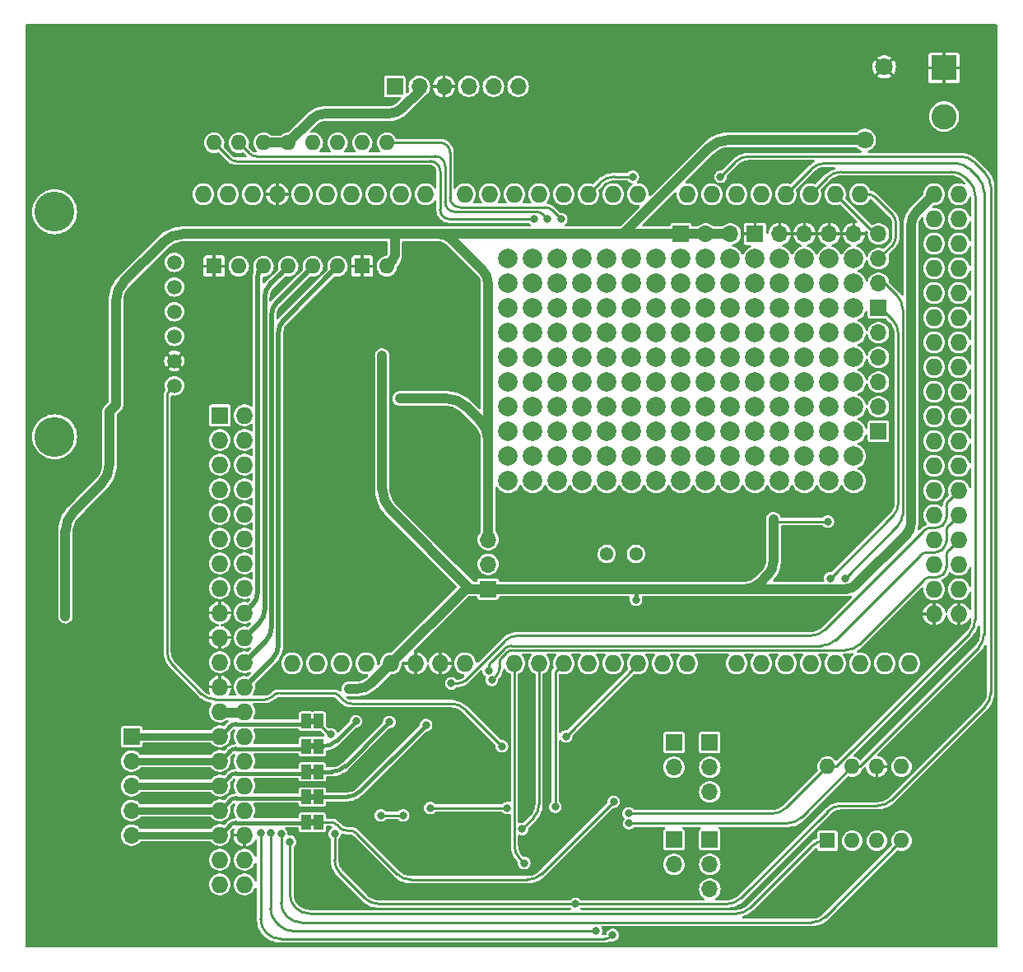
<source format=gbl>
%TF.GenerationSoftware,KiCad,Pcbnew,7.0.7*%
%TF.CreationDate,2024-01-30T18:09:48+01:00*%
%TF.ProjectId,v0.4.4c,76302e34-2e34-4632-9e6b-696361645f70,4c*%
%TF.SameCoordinates,Original*%
%TF.FileFunction,Copper,L2,Bot*%
%TF.FilePolarity,Positive*%
%FSLAX46Y46*%
G04 Gerber Fmt 4.6, Leading zero omitted, Abs format (unit mm)*
G04 Created by KiCad (PCBNEW 7.0.7) date 2024-01-30 18:09:48*
%MOMM*%
%LPD*%
G01*
G04 APERTURE LIST*
%TA.AperFunction,ComponentPad*%
%ADD10O,1.727200X1.727200*%
%TD*%
%TA.AperFunction,ComponentPad*%
%ADD11R,1.700000X1.700000*%
%TD*%
%TA.AperFunction,ComponentPad*%
%ADD12O,1.700000X1.700000*%
%TD*%
%TA.AperFunction,ComponentPad*%
%ADD13C,1.381000*%
%TD*%
%TA.AperFunction,ComponentPad*%
%ADD14R,1.600000X1.600000*%
%TD*%
%TA.AperFunction,ComponentPad*%
%ADD15O,1.600000X1.600000*%
%TD*%
%TA.AperFunction,ComponentPad*%
%ADD16R,2.600000X2.600000*%
%TD*%
%TA.AperFunction,ComponentPad*%
%ADD17C,2.600000*%
%TD*%
%TA.AperFunction,ComponentPad*%
%ADD18C,1.500000*%
%TD*%
%TA.AperFunction,ComponentPad*%
%ADD19C,4.100000*%
%TD*%
%TA.AperFunction,ComponentPad*%
%ADD20C,1.800000*%
%TD*%
%TA.AperFunction,ComponentPad*%
%ADD21R,1.727200X1.727200*%
%TD*%
%TA.AperFunction,ComponentPad*%
%ADD22C,2.000000*%
%TD*%
%TA.AperFunction,SMDPad,CuDef*%
%ADD23R,1.000000X1.500000*%
%TD*%
%TA.AperFunction,ViaPad*%
%ADD24C,0.800000*%
%TD*%
%TA.AperFunction,ViaPad*%
%ADD25C,1.000000*%
%TD*%
%TA.AperFunction,Conductor*%
%ADD26C,0.250000*%
%TD*%
%TA.AperFunction,Conductor*%
%ADD27C,1.000000*%
%TD*%
%TA.AperFunction,Conductor*%
%ADD28C,0.400000*%
%TD*%
%TA.AperFunction,Conductor*%
%ADD29C,0.500000*%
%TD*%
%TA.AperFunction,Conductor*%
%ADD30C,0.750000*%
%TD*%
G04 APERTURE END LIST*
%TA.AperFunction,EtchedComponent*%
G36*
X140250000Y-116700000D02*
G01*
X139750000Y-116700000D01*
X139750000Y-116100000D01*
X140250000Y-116100000D01*
X140250000Y-116700000D01*
G37*
%TD.AperFunction*%
%TA.AperFunction,EtchedComponent*%
G36*
X140250000Y-111500000D02*
G01*
X139750000Y-111500000D01*
X139750000Y-110900000D01*
X140250000Y-110900000D01*
X140250000Y-111500000D01*
G37*
%TD.AperFunction*%
%TA.AperFunction,EtchedComponent*%
G36*
X140250000Y-114100000D02*
G01*
X139750000Y-114100000D01*
X139750000Y-113500000D01*
X140250000Y-113500000D01*
X140250000Y-114100000D01*
G37*
%TD.AperFunction*%
%TA.AperFunction,EtchedComponent*%
G36*
X140250000Y-119300000D02*
G01*
X139750000Y-119300000D01*
X139750000Y-118700000D01*
X140250000Y-118700000D01*
X140250000Y-119300000D01*
G37*
%TD.AperFunction*%
%TA.AperFunction,EtchedComponent*%
G36*
X140250000Y-121900000D02*
G01*
X139750000Y-121900000D01*
X139750000Y-121300000D01*
X140250000Y-121300000D01*
X140250000Y-121900000D01*
G37*
%TD.AperFunction*%
D10*
X137940000Y-105260000D03*
X145560000Y-105260000D03*
X148100000Y-105260000D03*
X203980000Y-57000000D03*
X206520000Y-57000000D03*
X160800000Y-105260000D03*
X163340000Y-105260000D03*
X165880000Y-105260000D03*
X168420000Y-105260000D03*
X170960000Y-105260000D03*
X173500000Y-105260000D03*
X176040000Y-105260000D03*
X178580000Y-105260000D03*
X183660000Y-105260000D03*
X186200000Y-105260000D03*
X188740000Y-105260000D03*
X191280000Y-105260000D03*
X193820000Y-105260000D03*
X196360000Y-105260000D03*
X198900000Y-105260000D03*
X201440000Y-105260000D03*
X133876000Y-57000000D03*
X173500000Y-57000000D03*
X170960000Y-57000000D03*
X168420000Y-57000000D03*
X165880000Y-57000000D03*
X163340000Y-57000000D03*
X160800000Y-57000000D03*
X158260000Y-57000000D03*
X155720000Y-57000000D03*
X151656000Y-57000000D03*
X149116000Y-57000000D03*
X146576000Y-57000000D03*
X144036000Y-57000000D03*
X141496000Y-57000000D03*
X138956000Y-57000000D03*
X178580000Y-57000000D03*
X181120000Y-57000000D03*
X183660000Y-57000000D03*
X186200000Y-57000000D03*
X188740000Y-57000000D03*
X191280000Y-57000000D03*
X193820000Y-57000000D03*
X196360000Y-57000000D03*
X203980000Y-59540000D03*
X206520000Y-59540000D03*
X203980000Y-62080000D03*
X206520000Y-62080000D03*
X203980000Y-64620000D03*
X206520000Y-64620000D03*
X203980000Y-67160000D03*
X206520000Y-67160000D03*
X203980000Y-69700000D03*
X206520000Y-69700000D03*
X203980000Y-72240000D03*
X206520000Y-72240000D03*
X203980000Y-74780000D03*
X206520000Y-74780000D03*
X203980000Y-77320000D03*
X206520000Y-77320000D03*
X203980000Y-79860000D03*
X206520000Y-79860000D03*
X203980000Y-82400000D03*
X206520000Y-82400000D03*
X203980000Y-84940000D03*
X206520000Y-84940000D03*
X203980000Y-87480000D03*
X206520000Y-87480000D03*
X203980000Y-90020000D03*
X206520000Y-90020000D03*
X203980000Y-92560000D03*
X206520000Y-92560000D03*
X203980000Y-95100000D03*
X206520000Y-95100000D03*
X203980000Y-97640000D03*
X206520000Y-97640000D03*
X136416000Y-57000000D03*
X150640000Y-105260000D03*
X153180000Y-105260000D03*
X203980000Y-100180000D03*
X206520000Y-100180000D03*
X140480000Y-105260000D03*
X143020000Y-105260000D03*
X128796000Y-57000000D03*
X131336000Y-57000000D03*
X155720000Y-105260000D03*
D11*
X148480000Y-45900000D03*
D12*
X151020000Y-45900000D03*
X153560000Y-45900000D03*
X156100000Y-45900000D03*
X158640000Y-45900000D03*
X161180000Y-45900000D03*
D13*
X173300000Y-94000000D03*
X170300000Y-94000000D03*
D14*
X193000000Y-123500000D03*
D15*
X195540000Y-123500000D03*
X198080000Y-123500000D03*
X200620000Y-123500000D03*
X200620000Y-115880000D03*
X198080000Y-115880000D03*
X195540000Y-115880000D03*
X193000000Y-115880000D03*
D16*
X205000000Y-44000000D03*
D17*
X205000000Y-49000000D03*
D18*
X125820000Y-76700000D03*
X125820000Y-74160000D03*
X125820000Y-71620000D03*
X125820000Y-69080000D03*
X125820000Y-66540000D03*
X125820000Y-64000000D03*
D19*
X113500000Y-81950000D03*
X113500000Y-58800000D03*
D11*
X198255000Y-81400000D03*
D12*
X198255000Y-78860000D03*
X198255000Y-76320000D03*
X198255000Y-73780000D03*
X198255000Y-71240000D03*
D20*
X196850000Y-51400000D03*
X198850000Y-43900000D03*
D11*
X158100000Y-97600000D03*
D12*
X158100000Y-95060000D03*
X158100000Y-92520000D03*
D11*
X180900000Y-113400000D03*
D12*
X180900000Y-115940000D03*
X180900000Y-118480000D03*
D11*
X177200000Y-113400000D03*
D12*
X177200000Y-115940000D03*
D11*
X177200000Y-123400000D03*
D12*
X177200000Y-125940000D03*
D21*
X130500000Y-79740000D03*
D10*
X133040000Y-79740000D03*
X130500000Y-82280000D03*
X133040000Y-82280000D03*
X130500000Y-84820000D03*
X133040000Y-84820000D03*
X130500000Y-87360000D03*
X133040000Y-87360000D03*
X130500000Y-89900000D03*
X133040000Y-89900000D03*
X130500000Y-92440000D03*
X133040000Y-92440000D03*
X130500000Y-94980000D03*
X133040000Y-94980000D03*
X130500000Y-97520000D03*
X133040000Y-97520000D03*
X130500000Y-100060000D03*
X133040000Y-100060000D03*
X130500000Y-102600000D03*
X133040000Y-102600000D03*
X130500000Y-105140000D03*
X133040000Y-105140000D03*
X130500000Y-107680000D03*
X133040000Y-107680000D03*
X130500000Y-110220000D03*
X133040000Y-110220000D03*
X130500000Y-112760000D03*
X133040000Y-112760000D03*
X130500000Y-115300000D03*
X133040000Y-115300000D03*
X130500000Y-117840000D03*
X133040000Y-117840000D03*
X130500000Y-120380000D03*
X133040000Y-120380000D03*
X130500000Y-122920000D03*
X133040000Y-122920000D03*
X130500000Y-125460000D03*
X133040000Y-125460000D03*
X130500000Y-128000000D03*
X133040000Y-128000000D03*
D11*
X180900000Y-123400000D03*
D12*
X180900000Y-125940000D03*
X180900000Y-128480000D03*
D14*
X129900000Y-64400000D03*
D15*
X132440000Y-64400000D03*
X134980000Y-64400000D03*
X137520000Y-64400000D03*
X140060000Y-64400000D03*
X142600000Y-64400000D03*
D14*
X145140000Y-64400000D03*
D15*
X147680000Y-64400000D03*
X147680000Y-51700000D03*
X145140000Y-51700000D03*
X142600000Y-51700000D03*
X140060000Y-51700000D03*
X137520000Y-51700000D03*
X134980000Y-51700000D03*
X132440000Y-51700000D03*
X129900000Y-51700000D03*
D11*
X121412000Y-112776000D03*
D12*
X121412000Y-115316000D03*
X121412000Y-117856000D03*
X121412000Y-120396000D03*
X121412000Y-122936000D03*
D11*
X177935000Y-61080000D03*
D12*
X180475000Y-61080000D03*
X183015000Y-61080000D03*
D11*
X198255000Y-68700000D03*
D12*
X198255000Y-66160000D03*
X198255000Y-63620000D03*
X198255000Y-61080000D03*
D11*
X185555000Y-61080000D03*
D12*
X188095000Y-61080000D03*
X190635000Y-61080000D03*
X193175000Y-61080000D03*
X195715000Y-61080000D03*
D22*
X160155000Y-63620000D03*
X162695000Y-63620000D03*
X165235000Y-63620000D03*
X167775000Y-63620000D03*
X170315000Y-63620000D03*
X172855000Y-63620000D03*
X175395000Y-63620000D03*
X177935000Y-63620000D03*
X180475000Y-63620000D03*
X183015000Y-63620000D03*
X185555000Y-63620000D03*
X188095000Y-63620000D03*
X190635000Y-63620000D03*
X193175000Y-63620000D03*
X195715000Y-63620000D03*
X160155000Y-66160000D03*
X162695000Y-66160000D03*
X165235000Y-66160000D03*
X167775000Y-66160000D03*
X170315000Y-66160000D03*
X172855000Y-66160000D03*
X175395000Y-66160000D03*
X177935000Y-66160000D03*
X180475000Y-66160000D03*
X183015000Y-66160000D03*
X185555000Y-66160000D03*
X188095000Y-66160000D03*
X190635000Y-66160000D03*
X193175000Y-66160000D03*
X195715000Y-66160000D03*
X160155000Y-68700000D03*
X162695000Y-68700000D03*
X165235000Y-68700000D03*
X167775000Y-68700000D03*
X170315000Y-68700000D03*
X172855000Y-68700000D03*
X175395000Y-68700000D03*
X177935000Y-68700000D03*
X180475000Y-68700000D03*
X183015000Y-68700000D03*
X185555000Y-68700000D03*
X188095000Y-68700000D03*
X190635000Y-68700000D03*
X193175000Y-68700000D03*
X195715000Y-68700000D03*
X160155000Y-71240000D03*
X162695000Y-71240000D03*
X165235000Y-71240000D03*
X167775000Y-71240000D03*
X170315000Y-71240000D03*
X172855000Y-71240000D03*
X175395000Y-71240000D03*
X177935000Y-71240000D03*
X180475000Y-71240000D03*
X183015000Y-71240000D03*
X185555000Y-71240000D03*
X188095000Y-71240000D03*
X190635000Y-71240000D03*
X193175000Y-71240000D03*
X195715000Y-71240000D03*
X160155000Y-73780000D03*
X162695000Y-73780000D03*
X165235000Y-73780000D03*
X167775000Y-73780000D03*
X170315000Y-73780000D03*
X172855000Y-73780000D03*
X175395000Y-73780000D03*
X177935000Y-73780000D03*
X180475000Y-73780000D03*
X183015000Y-73780000D03*
X185555000Y-73780000D03*
X188095000Y-73780000D03*
X190635000Y-73780000D03*
X193175000Y-73780000D03*
X195715000Y-73780000D03*
X160155000Y-76320000D03*
X162695000Y-76320000D03*
X165235000Y-76320000D03*
X167775000Y-76320000D03*
X170315000Y-76320000D03*
X172855000Y-76320000D03*
X175395000Y-76320000D03*
X177935000Y-76320000D03*
X180475000Y-76320000D03*
X183015000Y-76320000D03*
X185555000Y-76320000D03*
X188095000Y-76320000D03*
X190635000Y-76320000D03*
X193175000Y-76320000D03*
X195715000Y-76320000D03*
X160155000Y-78860000D03*
X162695000Y-78860000D03*
X165235000Y-78860000D03*
X167775000Y-78860000D03*
X170315000Y-78860000D03*
X172855000Y-78860000D03*
X175395000Y-78860000D03*
X177935000Y-78860000D03*
X180475000Y-78860000D03*
X183015000Y-78860000D03*
X185555000Y-78860000D03*
X188095000Y-78860000D03*
X190635000Y-78860000D03*
X193175000Y-78860000D03*
X195715000Y-78860000D03*
X160155000Y-81400000D03*
X162695000Y-81400000D03*
X165235000Y-81400000D03*
X167775000Y-81400000D03*
X170315000Y-81400000D03*
X172855000Y-81400000D03*
X175395000Y-81400000D03*
X177935000Y-81400000D03*
X180475000Y-81400000D03*
X183015000Y-81400000D03*
X185555000Y-81400000D03*
X188095000Y-81400000D03*
X190635000Y-81400000D03*
X193175000Y-81400000D03*
X195715000Y-81400000D03*
X160155000Y-83940000D03*
X162695000Y-83940000D03*
X165235000Y-83940000D03*
X167775000Y-83940000D03*
X170315000Y-83940000D03*
X172855000Y-83940000D03*
X175395000Y-83940000D03*
X177935000Y-83940000D03*
X180475000Y-83940000D03*
X183015000Y-83940000D03*
X185555000Y-83940000D03*
X188095000Y-83940000D03*
X190635000Y-83940000D03*
X193175000Y-83940000D03*
X195715000Y-83940000D03*
X160155000Y-86480000D03*
X162695000Y-86480000D03*
X165235000Y-86480000D03*
X167775000Y-86480000D03*
X170315000Y-86480000D03*
X172855000Y-86480000D03*
X175395000Y-86480000D03*
X177935000Y-86480000D03*
X180475000Y-86480000D03*
X183015000Y-86480000D03*
X185555000Y-86480000D03*
X188095000Y-86480000D03*
X190635000Y-86480000D03*
X193175000Y-86480000D03*
X195715000Y-86480000D03*
D23*
X140650000Y-116400000D03*
X139350000Y-116400000D03*
X140650000Y-111200000D03*
X139350000Y-111200000D03*
X140650000Y-113800000D03*
X139350000Y-113800000D03*
X140650000Y-119000000D03*
X139350000Y-119000000D03*
X140650000Y-121600000D03*
X139350000Y-121600000D03*
D24*
X172974000Y-55200000D03*
X159500000Y-124600000D03*
X141400000Y-79500000D03*
X137668000Y-84074000D03*
X162300000Y-109800000D03*
X141200000Y-84000000D03*
X193000000Y-94000000D03*
X184000000Y-94000000D03*
X153200000Y-108200000D03*
X147701000Y-91567000D03*
X139100000Y-123300000D03*
X137033000Y-49000000D03*
X137033000Y-46500000D03*
X137033000Y-43688000D03*
X147800000Y-98900000D03*
X202700000Y-108300000D03*
X175000000Y-117500000D03*
X184500000Y-119200000D03*
X191500000Y-128500000D03*
X176000000Y-133000000D03*
X198000000Y-128100000D03*
X194000000Y-118900000D03*
X164200000Y-117300000D03*
X170900000Y-128700000D03*
X175514000Y-128651000D03*
X165800000Y-121800000D03*
X190100000Y-99300000D03*
X169200000Y-114300000D03*
X169290000Y-42950000D03*
X171830000Y-42950000D03*
X174370000Y-42950000D03*
X166750000Y-45490000D03*
X169290000Y-45490000D03*
X171830000Y-45490000D03*
X174370000Y-45490000D03*
X166750000Y-48030000D03*
X169290000Y-48030000D03*
X171830000Y-48030000D03*
X174370000Y-48030000D03*
X166750000Y-50570000D03*
X169290000Y-50570000D03*
X171830000Y-50570000D03*
X174370000Y-50570000D03*
X166750000Y-42950000D03*
X144200000Y-121000000D03*
X180251552Y-99568000D03*
X147508736Y-117602000D03*
X150749000Y-107442000D03*
X136800000Y-109250000D03*
X138600000Y-128100000D03*
X136300000Y-112700000D03*
X156210000Y-118618000D03*
X159500000Y-126700000D03*
X165100000Y-127800000D03*
X137400000Y-115300000D03*
X126500000Y-90400000D03*
X127500000Y-89500000D03*
X144780000Y-127000000D03*
X128800000Y-85700000D03*
X144947746Y-110303094D03*
X127600000Y-94400000D03*
X158800000Y-122400000D03*
X158600000Y-129000000D03*
X127600000Y-92900000D03*
X138684000Y-84074000D03*
X140843000Y-86995000D03*
X138700000Y-125800000D03*
X162200000Y-113500000D03*
X140900000Y-78600000D03*
X139100000Y-129900000D03*
X128800000Y-87000000D03*
X166878000Y-106934000D03*
X165000000Y-120000000D03*
X161792500Y-125792500D03*
X161600000Y-122300000D03*
X173300000Y-98700000D03*
D25*
X143752645Y-107866047D03*
D24*
X187452000Y-90424000D03*
D25*
X147200000Y-73600000D03*
D24*
X193040000Y-90678000D03*
X119800000Y-78700000D03*
D25*
X149000000Y-78000000D03*
D24*
X114600000Y-100425000D03*
X116150000Y-88950000D03*
X158475164Y-106965007D03*
X162814000Y-59563000D03*
X165608000Y-59563000D03*
X154304442Y-107314791D03*
X158159977Y-106015965D03*
X182000000Y-55200000D03*
X142299998Y-122800000D03*
X141899518Y-112574434D03*
X167100000Y-130000000D03*
X172600000Y-121700000D03*
X172552644Y-120701110D03*
X193300000Y-96500000D03*
X194800000Y-96500000D03*
X164211000Y-59563000D03*
X137700000Y-123600000D03*
X136800000Y-122800002D03*
X147066000Y-120904000D03*
X149352000Y-120904000D03*
X151712856Y-111599925D03*
X135700000Y-122700000D03*
X169200000Y-132800000D03*
X170900000Y-133199990D03*
X134700000Y-122699998D03*
X144505459Y-111199981D03*
X147929818Y-111289564D03*
X171000000Y-119500000D03*
X166111347Y-112771347D03*
X152146000Y-120142000D03*
X160075000Y-120142000D03*
X159512000Y-113792000D03*
D26*
X155013591Y-107314787D02*
G75*
G03*
X155720698Y-107021898I9J999987D01*
G01*
X161159809Y-102411217D02*
G75*
G03*
X159745596Y-102997000I-9J-1999983D01*
G01*
X191280294Y-102411205D02*
G75*
G03*
X192694508Y-101825427I6J2000005D01*
G01*
X205524886Y-88475100D02*
G75*
G03*
X205232000Y-89182214I707114J-707100D01*
G01*
X204939130Y-90919883D02*
G75*
G03*
X205232000Y-90212753I-707130J707083D01*
G01*
X205524893Y-88475107D02*
X206520000Y-87480000D01*
X161159809Y-102411214D02*
X191280294Y-102411214D01*
X204838860Y-91020107D02*
X204939107Y-90919860D01*
X155720698Y-107021898D02*
X159745596Y-102997000D01*
X192694508Y-101825427D02*
X202914042Y-91605893D01*
X205232000Y-90212753D02*
X205232000Y-89182214D01*
X154304442Y-107314791D02*
X155013591Y-107314791D01*
X203621149Y-91313000D02*
X204131753Y-91313000D01*
X204131753Y-91312967D02*
G75*
G03*
X204838860Y-91020107I47J999967D01*
G01*
X203621149Y-91313035D02*
G75*
G03*
X202914042Y-91605893I-49J-999965D01*
G01*
X125362888Y-77157100D02*
G75*
G03*
X125070001Y-77864213I707112J-707100D01*
G01*
X170085787Y-133599983D02*
G75*
G03*
X170792894Y-133307096I13J999983D01*
G01*
X153151000Y-58563000D02*
G75*
G03*
X154151000Y-59563000I1000000J0D01*
G01*
X154178020Y-57333280D02*
G75*
G03*
X155178000Y-58333280I999980J-20D01*
G01*
X154178000Y-52700000D02*
G75*
G03*
X153178000Y-51700000I-1000000J0D01*
G01*
X153151000Y-54594000D02*
G75*
G03*
X152151000Y-53594000I-1000000J0D01*
G01*
X131501100Y-53301114D02*
G75*
G03*
X132208214Y-53594000I707100J707114D01*
G01*
X153670008Y-54084092D02*
G75*
G03*
X152670000Y-53084092I-1000008J-8D01*
G01*
X153670000Y-57801000D02*
G75*
G03*
X154670000Y-58801000I1000000J0D01*
G01*
X133531198Y-52791200D02*
G75*
G03*
X134238306Y-53084092I707102J707100D01*
G01*
X132208214Y-53594000D02*
X152151000Y-53594000D01*
X154670000Y-58801000D02*
X163034786Y-58801000D01*
X132440000Y-51700000D02*
X133531199Y-52791199D01*
X134238306Y-53084092D02*
X152670000Y-53084092D01*
X153670000Y-54084092D02*
X153670000Y-57801000D01*
X163741893Y-59093893D02*
X164211000Y-59563000D01*
X163741900Y-59093886D02*
G75*
G03*
X163034786Y-58801000I-707100J-707114D01*
G01*
X164671194Y-58626152D02*
G75*
G03*
X163964066Y-58333280I-707094J-707148D01*
G01*
X155178000Y-58333280D02*
X163964066Y-58333280D01*
X154178000Y-52700000D02*
X154178000Y-57333280D01*
X164671173Y-58626173D02*
X165608000Y-59563000D01*
X147680000Y-51700000D02*
X153178000Y-51700000D01*
X131501107Y-53301107D02*
X129900000Y-51700000D01*
X153151000Y-58563000D02*
X153151000Y-54594000D01*
X162814000Y-59563000D02*
X154151000Y-59563000D01*
D27*
X126762641Y-61080029D02*
G75*
G03*
X124641320Y-61958680I-41J-2999971D01*
G01*
X119800000Y-68042641D02*
X119800000Y-78700000D01*
X152968573Y-61080000D02*
X126762641Y-61080000D01*
X124641320Y-61958680D02*
X120678679Y-65921321D01*
X120678659Y-65921301D02*
G75*
G03*
X119800000Y-68042641I2121341J-2121299D01*
G01*
X180766320Y-52278680D02*
X171965000Y-61080000D01*
X171965000Y-61080000D02*
X171958000Y-61080000D01*
X182887641Y-51399971D02*
G75*
G03*
X180766321Y-52278681I-41J-2999829D01*
G01*
X196850000Y-51400000D02*
X182887641Y-51400000D01*
D26*
X171048427Y-55200020D02*
G75*
G03*
X169634215Y-55785787I-27J-1999980D01*
G01*
X171048427Y-55200000D02*
X172974000Y-55200000D01*
X168420000Y-57000000D02*
X169634214Y-55785786D01*
D27*
X183015000Y-61080000D02*
X152968573Y-61080000D01*
D28*
X131470708Y-111789292D02*
X130500000Y-112760000D01*
X139350000Y-111200000D02*
X139053601Y-111496399D01*
X132177815Y-111496439D02*
G75*
G03*
X131470708Y-111789292I-15J-1000061D01*
G01*
X139053601Y-111496399D02*
X132177815Y-111496399D01*
X139126399Y-114023601D02*
X132190613Y-114023601D01*
X131483506Y-114316494D02*
X130500000Y-115300000D01*
X139350000Y-113800000D02*
X139126399Y-114023601D01*
X132190613Y-114023610D02*
G75*
G03*
X131483506Y-114316494I-13J-999990D01*
G01*
X131483506Y-119396494D02*
X130500000Y-120380000D01*
X139246399Y-119103601D02*
X132190613Y-119103601D01*
X139350000Y-119000000D02*
X139246399Y-119103601D01*
X132190613Y-119103610D02*
G75*
G03*
X131483506Y-119396494I-13J-999990D01*
G01*
X139306399Y-121643601D02*
X132190613Y-121643601D01*
X132190613Y-121643610D02*
G75*
G03*
X131483506Y-121936494I-13J-999990D01*
G01*
X139350000Y-121600000D02*
X139306399Y-121643601D01*
X131483506Y-121936494D02*
X130500000Y-122920000D01*
X139186399Y-116563601D02*
X132190613Y-116563601D01*
X139350000Y-116400000D02*
X139186399Y-116563601D01*
X132190613Y-116563610D02*
G75*
G03*
X131483506Y-116856494I-13J-999990D01*
G01*
X131483506Y-116856494D02*
X130500000Y-117840000D01*
D26*
X165000000Y-106140000D02*
X165880000Y-105260000D01*
X165000000Y-120000000D02*
X165000000Y-106140000D01*
X161792500Y-125792500D02*
X161385786Y-125385786D01*
X160800000Y-123971573D02*
X160800000Y-105260000D01*
X160800020Y-123971573D02*
G75*
G03*
X161385787Y-125385785I1999980J-27D01*
G01*
X162754213Y-121145787D02*
X161600000Y-122300000D01*
X163340000Y-105260000D02*
X163340000Y-119731573D01*
X162754227Y-121145801D02*
G75*
G03*
X163340000Y-119731573I-1414227J1414201D01*
G01*
D27*
X147200000Y-87307359D02*
X147200000Y-74165685D01*
X173000000Y-97600000D02*
X158100000Y-97600000D01*
X194878680Y-97600000D02*
X184591573Y-97600000D01*
X148100000Y-105260000D02*
X146079739Y-107280261D01*
X149285787Y-48114213D02*
X151020000Y-46380000D01*
X187452000Y-90989685D02*
X187452000Y-90424000D01*
X187452000Y-94739573D02*
X187452000Y-90989685D01*
X158100000Y-97600000D02*
X156250000Y-97600000D01*
X141348427Y-48700000D02*
X147871573Y-48700000D01*
X134980000Y-51700000D02*
X137520000Y-51700000D01*
X151020000Y-46380000D02*
X151020000Y-45900000D01*
X201600000Y-60208427D02*
X201600000Y-90878680D01*
D28*
X173300000Y-98700000D02*
X173300000Y-97900000D01*
D27*
X158100000Y-97600000D02*
X155760000Y-97600000D01*
X147200000Y-74165685D02*
X147200000Y-73600000D01*
X173000000Y-97600000D02*
X184591573Y-97600000D01*
X155760000Y-97600000D02*
X148100000Y-105260000D01*
X201160660Y-91939340D02*
X195939340Y-97160660D01*
D26*
X193040000Y-90678000D02*
X187763685Y-90678000D01*
D27*
X203980000Y-57000000D02*
X202185786Y-58794214D01*
X137520000Y-51700000D02*
X139934214Y-49285786D01*
X186005787Y-97014213D02*
X186866214Y-96153786D01*
X144665526Y-107866047D02*
X143752645Y-107866047D01*
X156250000Y-97600000D02*
X148078679Y-89428679D01*
D28*
X173300000Y-97900000D02*
X173000000Y-97600000D01*
D26*
X187763685Y-90678000D02*
X187452000Y-90989685D01*
D27*
X147871573Y-48699980D02*
G75*
G03*
X149285786Y-48114212I27J1999980D01*
G01*
X202185772Y-58794200D02*
G75*
G03*
X201600000Y-60208427I1414228J-1414200D01*
G01*
X184591573Y-97599980D02*
G75*
G03*
X186005786Y-97014212I27J1999980D01*
G01*
X141348427Y-48700020D02*
G75*
G03*
X139934215Y-49285787I-27J-1999980D01*
G01*
X147200029Y-87307359D02*
G75*
G03*
X148078679Y-89428679I2999971J-41D01*
G01*
X186866228Y-96153800D02*
G75*
G03*
X187452000Y-94739573I-1414228J1414200D01*
G01*
X144665526Y-107866051D02*
G75*
G03*
X146079739Y-107280261I-26J2000051D01*
G01*
X194878680Y-97599985D02*
G75*
G03*
X195939340Y-97160660I20J1499985D01*
G01*
X201160670Y-91939350D02*
G75*
G03*
X201600000Y-90878680I-1060670J1060650D01*
G01*
X154382787Y-61665787D02*
X157514214Y-64797214D01*
X118271320Y-86828680D02*
X116150000Y-88950000D01*
X119800000Y-78700000D02*
X119150000Y-79350000D01*
X119150000Y-79350000D02*
X119150000Y-84707359D01*
X147680000Y-64400000D02*
X148187106Y-63892894D01*
X158100000Y-92520000D02*
X158100000Y-82342641D01*
X149565685Y-78000000D02*
X149000000Y-78000000D01*
X153757359Y-78000000D02*
X149565685Y-78000000D01*
X114600000Y-91742641D02*
X114600000Y-100400000D01*
X148479341Y-63264437D02*
X148479341Y-61080658D01*
X157221320Y-80221320D02*
X155878679Y-78878679D01*
X158100000Y-66211427D02*
X158100000Y-82342641D01*
X116150000Y-88950000D02*
X115478679Y-89621321D01*
X158099980Y-66211427D02*
G75*
G03*
X157514213Y-64797215I-1999980J27D01*
G01*
X118271340Y-86828700D02*
G75*
G03*
X119150000Y-84707359I-2121340J2121300D01*
G01*
X155878699Y-78878659D02*
G75*
G03*
X153757359Y-78000000I-2121299J-2121341D01*
G01*
X158099971Y-82342641D02*
G75*
G03*
X157221320Y-80221320I-2999971J41D01*
G01*
X154382801Y-61665773D02*
G75*
G03*
X152968573Y-61080000I-1414201J-1414227D01*
G01*
X115478659Y-89621301D02*
G75*
G03*
X114600000Y-91742641I2121341J-2121299D01*
G01*
X148187105Y-63892893D02*
G75*
G03*
X148479340Y-63264437I-723905J718793D01*
G01*
D26*
X158965107Y-106475064D02*
X158475164Y-106965007D01*
X204182786Y-96393000D02*
X203614214Y-96393000D01*
X204939107Y-96050893D02*
X204889893Y-96100107D01*
X159971503Y-104189893D02*
X159550893Y-104610503D01*
X202907107Y-96685893D02*
X196281786Y-103311214D01*
X159258000Y-105317610D02*
X159258000Y-105767957D01*
X206520000Y-92560000D02*
X205524893Y-93555107D01*
X205232000Y-94262214D02*
X205232000Y-95343786D01*
X194867573Y-103897000D02*
X160678610Y-103897000D01*
X160678610Y-103897007D02*
G75*
G03*
X159971503Y-104189893I-10J-999993D01*
G01*
X204939114Y-96050900D02*
G75*
G03*
X205232000Y-95343786I-707114J707100D01*
G01*
X158965128Y-106475085D02*
G75*
G03*
X159258000Y-105767957I-707128J707085D01*
G01*
X194867573Y-103896980D02*
G75*
G03*
X196281785Y-103311213I27J1999980D01*
G01*
X205524886Y-93555100D02*
G75*
G03*
X205232000Y-94262214I707114J-707100D01*
G01*
X159550888Y-104610498D02*
G75*
G03*
X159258000Y-105317610I707112J-707102D01*
G01*
X203614214Y-96393010D02*
G75*
G03*
X202907107Y-96685893I-14J-999990D01*
G01*
X204182786Y-96392990D02*
G75*
G03*
X204889893Y-96100107I14J999990D01*
G01*
X200025000Y-61435786D02*
X200025000Y-59857900D01*
X198255000Y-63620000D02*
X199732107Y-62142893D01*
X199732107Y-59150793D02*
X197874207Y-57292893D01*
X197167100Y-57000000D02*
X196360000Y-57000000D01*
X197874207Y-57292893D02*
G75*
G03*
X197167100Y-57000000I-707107J-707107D01*
G01*
X199732114Y-62142900D02*
G75*
G03*
X200025000Y-61435786I-707114J707100D01*
G01*
X200025000Y-59857900D02*
G75*
G03*
X199732107Y-59150793I-1000000J0D01*
G01*
X193820000Y-57000000D02*
X197900000Y-61080000D01*
X197900000Y-61080000D02*
X198255000Y-61080000D01*
X204031916Y-93853000D02*
X203233214Y-93853000D01*
X159785107Y-103739893D02*
X158452870Y-105072130D01*
X204939107Y-93360023D02*
X204739023Y-93560107D01*
X202526107Y-94145893D02*
X193810786Y-102861214D01*
X205232000Y-91722214D02*
X205232000Y-92652916D01*
X192396573Y-103447000D02*
X160492214Y-103447000D01*
X158159977Y-105779237D02*
X158159977Y-106015965D01*
X206520000Y-90020000D02*
X205524893Y-91015107D01*
X205524886Y-91015100D02*
G75*
G03*
X205232000Y-91722214I707114J-707100D01*
G01*
X158452847Y-105072107D02*
G75*
G03*
X158159977Y-105779237I707153J-707093D01*
G01*
X160492214Y-103447010D02*
G75*
G03*
X159785107Y-103739893I-14J-999990D01*
G01*
X204939099Y-93360015D02*
G75*
G03*
X205232000Y-92652916I-707099J707115D01*
G01*
X192396573Y-103446980D02*
G75*
G03*
X193810785Y-102861213I27J1999980D01*
G01*
X204031916Y-93853011D02*
G75*
G03*
X204739023Y-93560107I-16J1000011D01*
G01*
X203233214Y-93853010D02*
G75*
G03*
X202526107Y-94145893I-14J-999990D01*
G01*
X184085787Y-129414213D02*
X193014214Y-120485786D01*
X145414213Y-129414213D02*
X142885784Y-126885784D01*
X167100000Y-130000000D02*
X167665685Y-130000000D01*
X183514213Y-53685787D02*
X182000000Y-55200000D01*
X209800000Y-108271573D02*
X209800000Y-56228427D01*
X142299998Y-125471571D02*
X142299998Y-122800000D01*
X140650000Y-111200000D02*
X140650000Y-111450000D01*
X141774434Y-112574434D02*
X141899518Y-112574434D01*
X194428427Y-119900000D02*
X198171573Y-119900000D01*
X209214213Y-54814213D02*
X208085786Y-53685786D01*
X206671573Y-53100000D02*
X184928427Y-53100000D01*
X167100000Y-130000000D02*
X146828427Y-130000000D01*
X167665685Y-130000000D02*
X182671573Y-130000000D01*
X140650000Y-111450000D02*
X141774434Y-112574434D01*
X204400000Y-114500000D02*
X209214214Y-109685786D01*
X199585787Y-119314213D02*
X204400000Y-114500000D01*
X208085800Y-53685772D02*
G75*
G03*
X206671573Y-53100000I-1414200J-1414228D01*
G01*
X209799980Y-56228427D02*
G75*
G03*
X209214212Y-54814214I-1999980J27D01*
G01*
X142300020Y-125471571D02*
G75*
G03*
X142885785Y-126885783I1999980J-29D01*
G01*
X184928427Y-53100020D02*
G75*
G03*
X183514214Y-53685788I-27J-1999980D01*
G01*
X198171573Y-119899980D02*
G75*
G03*
X199585786Y-119314212I27J1999980D01*
G01*
X145414199Y-129414227D02*
G75*
G03*
X146828427Y-130000000I1414201J1414227D01*
G01*
X194428427Y-119900020D02*
G75*
G03*
X193014215Y-120485787I-27J-1999980D01*
G01*
X209214228Y-109685800D02*
G75*
G03*
X209800000Y-108271573I-1414228J1414200D01*
G01*
X182671573Y-129999980D02*
G75*
G03*
X184085786Y-129414212I27J1999980D01*
G01*
X206171573Y-53800000D02*
X192768427Y-53800000D01*
X208514213Y-55314213D02*
X207585786Y-54385786D01*
X191354213Y-54385787D02*
X188740000Y-57000000D01*
X188891573Y-121700000D02*
X172600000Y-121700000D01*
X196320000Y-115880000D02*
X208514214Y-103685786D01*
X209100000Y-102271573D02*
X209100000Y-56728427D01*
X195540000Y-115880000D02*
X190305786Y-121114214D01*
X195540000Y-115880000D02*
X196320000Y-115880000D01*
X192768427Y-53800020D02*
G75*
G03*
X191354214Y-54385788I-27J-1999980D01*
G01*
X188891573Y-121699980D02*
G75*
G03*
X190305785Y-121114213I27J1999980D01*
G01*
X208514228Y-103685800D02*
G75*
G03*
X209100000Y-102271573I-1414228J1414200D01*
G01*
X207585800Y-54385772D02*
G75*
G03*
X206171573Y-53800000I-1414200J-1414228D01*
G01*
X209099980Y-56728427D02*
G75*
G03*
X208514212Y-55314214I-1999980J27D01*
G01*
X192994213Y-55285787D02*
X191280000Y-57000000D01*
X193000000Y-115880000D02*
X193920000Y-115880000D01*
X208200000Y-100771573D02*
X208200000Y-57128427D01*
X193000000Y-115880000D02*
X188764676Y-120115324D01*
X187350463Y-120701110D02*
X172552644Y-120701110D01*
X193920000Y-115880000D02*
X207614214Y-102185786D01*
X207614213Y-55714213D02*
X207185786Y-55285786D01*
X205771573Y-54700000D02*
X194408427Y-54700000D01*
X207614228Y-102185800D02*
G75*
G03*
X208200000Y-100771573I-1414228J1414200D01*
G01*
X194408427Y-54700020D02*
G75*
G03*
X192994214Y-55285788I-27J-1999980D01*
G01*
X208199980Y-57128427D02*
G75*
G03*
X207614212Y-55714214I-1999980J27D01*
G01*
X207185800Y-55285772D02*
G75*
G03*
X205771573Y-54700000I-1414200J-1414228D01*
G01*
X187350463Y-120701080D02*
G75*
G03*
X188764675Y-120115323I37J1999980D01*
G01*
X198494000Y-68700000D02*
X198255000Y-68700000D01*
X193300000Y-96500000D02*
X199839660Y-89960340D01*
X199693213Y-69899213D02*
X198494000Y-68700000D01*
X200279000Y-88899680D02*
X200279000Y-71313427D01*
X200278980Y-71313427D02*
G75*
G03*
X199693212Y-69899214I-1999980J27D01*
G01*
X199839670Y-89960350D02*
G75*
G03*
X200279000Y-88899680I-1060670J1060650D01*
G01*
X194800000Y-96500000D02*
X200289671Y-91010329D01*
X200143224Y-67403224D02*
X198900000Y-66160000D01*
X198900000Y-66160000D02*
X198255000Y-66160000D01*
X200729011Y-89949669D02*
X200729011Y-68817438D01*
X200728980Y-68817438D02*
G75*
G03*
X200143223Y-67403225I-1999980J38D01*
G01*
X200289689Y-91010347D02*
G75*
G03*
X200729011Y-89949669I-1060689J1060647D01*
G01*
D29*
X133040000Y-100060000D02*
X133814181Y-99285819D01*
X134399967Y-87069861D02*
X134399978Y-87069850D01*
X134399967Y-97871606D02*
X134399967Y-87069861D01*
X134399978Y-87069850D02*
X134399978Y-65394236D01*
X134692871Y-64687129D02*
X134980000Y-64400000D01*
X134692849Y-64687107D02*
G75*
G03*
X134399978Y-65394236I707151J-707093D01*
G01*
X133814171Y-99285809D02*
G75*
G03*
X134399967Y-97871606I-1414171J1414209D01*
G01*
X135099989Y-85420082D02*
X135099989Y-67648438D01*
X135099978Y-85420093D02*
X135099989Y-85420082D01*
X135685776Y-66234224D02*
X136720001Y-65199999D01*
X133040000Y-102600000D02*
X134514192Y-101125808D01*
X136720001Y-65199999D02*
X137520000Y-64400000D01*
X135099978Y-99711595D02*
X135099978Y-85420093D01*
X135685755Y-66234203D02*
G75*
G03*
X135099989Y-67648438I1414245J-1414197D01*
G01*
X134514190Y-101125806D02*
G75*
G03*
X135099978Y-99711595I-1414190J1414206D01*
G01*
X139260001Y-65199999D02*
X140060000Y-64400000D01*
X135800000Y-85900000D02*
X135800000Y-69488427D01*
X136385787Y-68074213D02*
X139260001Y-65199999D01*
X133040000Y-105140000D02*
X135214203Y-102965797D01*
X135799989Y-101551584D02*
X135799989Y-85900011D01*
X135799989Y-85900011D02*
X135800000Y-85900000D01*
X136385773Y-68074199D02*
G75*
G03*
X135800000Y-69488427I1414227J-1414201D01*
G01*
X135214209Y-102965803D02*
G75*
G03*
X135799989Y-101551584I-1414209J1414203D01*
G01*
X133040000Y-107680000D02*
X135914214Y-104805786D01*
X137085787Y-69914213D02*
X142600000Y-64400000D01*
X136500000Y-103391573D02*
X136500000Y-71328427D01*
X137085773Y-69914199D02*
G75*
G03*
X136500000Y-71328427I1414227J-1414201D01*
G01*
X135914228Y-104805800D02*
G75*
G03*
X136500000Y-103391573I-1414228J1414200D01*
G01*
D26*
X137700000Y-128971573D02*
X137700000Y-123600000D01*
X183621573Y-131000000D02*
X139728427Y-131000000D01*
X193000000Y-123500000D02*
X192778427Y-123500000D01*
X191364213Y-124085787D02*
X185035786Y-130414214D01*
X138314213Y-130414213D02*
X138285786Y-130385786D01*
X183621573Y-130999980D02*
G75*
G03*
X185035785Y-130414213I27J1999980D01*
G01*
X138314199Y-130414227D02*
G75*
G03*
X139728427Y-131000000I1414201J1414227D01*
G01*
X192778427Y-123500020D02*
G75*
G03*
X191364214Y-124085788I-27J-1999980D01*
G01*
X137700020Y-128971573D02*
G75*
G03*
X138285787Y-130385785I1999980J-27D01*
G01*
X136800000Y-129871573D02*
X136800000Y-122800002D01*
X200620000Y-123500000D02*
X192805786Y-131314214D01*
X191391573Y-131900000D02*
X138828427Y-131900000D01*
X137414213Y-131314213D02*
X137385786Y-131285786D01*
X191391573Y-131899980D02*
G75*
G03*
X192805785Y-131314213I27J1999980D01*
G01*
X136800020Y-129871573D02*
G75*
G03*
X137385787Y-131285785I1999980J-27D01*
G01*
X137414199Y-131314227D02*
G75*
G03*
X138828427Y-131900000I1414201J1414227D01*
G01*
X147066000Y-120904000D02*
X147066000Y-120904000D01*
X149352000Y-120904000D02*
X147066000Y-120904000D01*
D28*
X144898568Y-118414213D02*
X151312857Y-111999924D01*
X151312857Y-111999924D02*
X151712856Y-111599925D01*
X140700000Y-119000000D02*
X143484354Y-119000000D01*
X143484354Y-118999967D02*
G75*
G03*
X144898568Y-118414213I46J1999967D01*
G01*
D30*
X130484000Y-112776000D02*
X130500000Y-112760000D01*
X121412000Y-112776000D02*
X130484000Y-112776000D01*
X130484000Y-115316000D02*
X130500000Y-115300000D01*
X121412000Y-115316000D02*
X130484000Y-115316000D01*
X121412000Y-117856000D02*
X130484000Y-117856000D01*
X130484000Y-117856000D02*
X130500000Y-117840000D01*
D26*
X169200000Y-132800000D02*
X138028427Y-132800000D01*
X135700000Y-130471573D02*
X135700000Y-122700000D01*
X136614213Y-132214213D02*
X136285786Y-131885786D01*
X136614199Y-132214227D02*
G75*
G03*
X138028427Y-132800000I1414201J1414227D01*
G01*
X135700020Y-130471573D02*
G75*
G03*
X136285787Y-131885785I1999980J-27D01*
G01*
D30*
X121412000Y-120396000D02*
X130484000Y-120396000D01*
X130484000Y-120396000D02*
X130500000Y-120380000D01*
D26*
X136728416Y-133599989D02*
X170085787Y-133599989D01*
X135285787Y-132985787D02*
X135314203Y-133014203D01*
X170792894Y-133307096D02*
X170900000Y-133199990D01*
X134700000Y-122699998D02*
X134700000Y-131571573D01*
X135314197Y-133014209D02*
G75*
G03*
X136728416Y-133599989I1414203J1414209D01*
G01*
X134700020Y-131571573D02*
G75*
G03*
X135285788Y-132985786I1999980J-27D01*
G01*
D30*
X121412000Y-122936000D02*
X130484000Y-122936000D01*
X130484000Y-122936000D02*
X130500000Y-122920000D01*
D28*
X140700000Y-113800000D02*
X141077013Y-113800000D01*
X142491227Y-113214213D02*
X144105460Y-111599980D01*
X144105460Y-111599980D02*
X144505459Y-111199981D01*
X141077013Y-113800009D02*
G75*
G03*
X142491227Y-113214213I-13J2000009D01*
G01*
X143405169Y-115814213D02*
X147529819Y-111689563D01*
X140700000Y-116400000D02*
X141990955Y-116400000D01*
X147529819Y-111689563D02*
X147929818Y-111289564D01*
X141990955Y-116399968D02*
G75*
G03*
X143405169Y-115814213I45J1999968D01*
G01*
D26*
X140650000Y-121600000D02*
X141858788Y-121600000D01*
X144544892Y-122744892D02*
X148714214Y-126914214D01*
X143539215Y-122451999D02*
X143837785Y-122451999D01*
X150128427Y-127500000D02*
X162171573Y-127500000D01*
X163585787Y-126914213D02*
X171000000Y-119500000D01*
X142565895Y-121892893D02*
X142832108Y-122159106D01*
X142832101Y-122159113D02*
G75*
G03*
X143539215Y-122451999I707099J707113D01*
G01*
X144544899Y-122744885D02*
G75*
G03*
X143837785Y-122451999I-707099J-707115D01*
G01*
X148714200Y-126914228D02*
G75*
G03*
X150128427Y-127500000I1414200J1414228D01*
G01*
X142565901Y-121892887D02*
G75*
G03*
X141858788Y-121600000I-707101J-707113D01*
G01*
X162171573Y-127499980D02*
G75*
G03*
X163585786Y-126914212I27J1999980D01*
G01*
D27*
X132939998Y-110320002D02*
X133040000Y-110220000D01*
X130600002Y-110320002D02*
X132939998Y-110320002D01*
X130500000Y-110220000D02*
X130600002Y-110320002D01*
D26*
X166111347Y-112771347D02*
X173500000Y-105382694D01*
X173500000Y-105382694D02*
X173500000Y-105260000D01*
X152146000Y-120142000D02*
X160075000Y-120142000D01*
X142791814Y-108604894D02*
X143293473Y-109106553D01*
X125820000Y-76700000D02*
X125362894Y-77157106D01*
X159112001Y-113392001D02*
X159512000Y-113792000D01*
X144000580Y-109399446D02*
X154291019Y-109399446D01*
X135887203Y-108657112D02*
X135939421Y-108604894D01*
X125070001Y-77864213D02*
X125070001Y-104033935D01*
X136646528Y-108312001D02*
X142084707Y-108312001D01*
X125655788Y-105448149D02*
X128571858Y-108364219D01*
X155705233Y-109985233D02*
X159112001Y-113392001D01*
X129986071Y-108950005D02*
X135180096Y-108950005D01*
X155705214Y-109985252D02*
G75*
G03*
X154291019Y-109399446I-1414214J-1414148D01*
G01*
X135180096Y-108950001D02*
G75*
G03*
X135887203Y-108657112I4J1000001D01*
G01*
X128571871Y-108364206D02*
G75*
G03*
X129986071Y-108950005I1414229J1414206D01*
G01*
X143293494Y-109106532D02*
G75*
G03*
X144000580Y-109399446I707106J707032D01*
G01*
X125069977Y-104033935D02*
G75*
G03*
X125655789Y-105448148I2000023J35D01*
G01*
X136646528Y-108312021D02*
G75*
G03*
X135939422Y-108604895I-28J-999979D01*
G01*
X142791810Y-108604898D02*
G75*
G03*
X142084707Y-108312001I-707110J-707102D01*
G01*
%TA.AperFunction,Conductor*%
G36*
X141861825Y-121975799D02*
G01*
X141962024Y-121985666D01*
X142026812Y-122011826D01*
X142067172Y-122068860D01*
X142070290Y-122138660D01*
X142035176Y-122199065D01*
X142007498Y-122218865D01*
X141927760Y-122260714D01*
X141809514Y-122365471D01*
X141719779Y-122495475D01*
X141719778Y-122495476D01*
X141663760Y-122643181D01*
X141644720Y-122799999D01*
X141644720Y-122800000D01*
X141663760Y-122956818D01*
X141706685Y-123070000D01*
X141719778Y-123104523D01*
X141734321Y-123125592D01*
X141809515Y-123234531D01*
X141882724Y-123299386D01*
X141919851Y-123358574D01*
X141924498Y-123392202D01*
X141924498Y-125505040D01*
X141924518Y-125505560D01*
X141924518Y-125556968D01*
X141924518Y-125604970D01*
X141953721Y-125864187D01*
X141954388Y-125870109D01*
X141954389Y-125870114D01*
X142013753Y-126130216D01*
X142013755Y-126130223D01*
X142018255Y-126143083D01*
X142101871Y-126382058D01*
X142101872Y-126382059D01*
X142101873Y-126382061D01*
X142217634Y-126622449D01*
X142359582Y-126848365D01*
X142470482Y-126987433D01*
X142525932Y-127056966D01*
X142568885Y-127099920D01*
X142568898Y-127099935D01*
X142602820Y-127133857D01*
X142602821Y-127133859D01*
X142665503Y-127196541D01*
X142665509Y-127196546D01*
X145093079Y-129624115D01*
X145093080Y-129624117D01*
X145112364Y-129643401D01*
X145112398Y-129643464D01*
X145243020Y-129774083D01*
X145451616Y-129940428D01*
X145451620Y-129940431D01*
X145677538Y-130082382D01*
X145917928Y-130198144D01*
X146169768Y-130286264D01*
X146169771Y-130286264D01*
X146169772Y-130286265D01*
X146429874Y-130345629D01*
X146429884Y-130345630D01*
X146429891Y-130345632D01*
X146695026Y-130375502D01*
X146828432Y-130375500D01*
X166503692Y-130375500D01*
X166570731Y-130395185D01*
X166605751Y-130429074D01*
X166606444Y-130430078D01*
X166628315Y-130496435D01*
X166610839Y-130564084D01*
X166559563Y-130611545D01*
X166504382Y-130624500D01*
X139730457Y-130624500D01*
X139726402Y-130624367D01*
X139520438Y-130610870D01*
X139512389Y-130609811D01*
X139311959Y-130569946D01*
X139304116Y-130567844D01*
X139110595Y-130502154D01*
X139103095Y-130499047D01*
X138919816Y-130408667D01*
X138912785Y-130404607D01*
X138742861Y-130291071D01*
X138736420Y-130286128D01*
X138581460Y-130150235D01*
X138578498Y-130147460D01*
X138552754Y-130121716D01*
X138549979Y-130118754D01*
X138518082Y-130082382D01*
X138413886Y-129963566D01*
X138408943Y-129957125D01*
X138295410Y-129787206D01*
X138291353Y-129780181D01*
X138221333Y-129638189D01*
X138200968Y-129596891D01*
X138197861Y-129589390D01*
X138161698Y-129482853D01*
X138132171Y-129395867D01*
X138130076Y-129388046D01*
X138090207Y-129187598D01*
X138089149Y-129179556D01*
X138075633Y-128973301D01*
X138075500Y-128969246D01*
X138075500Y-124192202D01*
X138095185Y-124125163D01*
X138117274Y-124099386D01*
X138190482Y-124034531D01*
X138190483Y-124034530D01*
X138280220Y-123904523D01*
X138336237Y-123756818D01*
X138355278Y-123600000D01*
X138352994Y-123581185D01*
X138336237Y-123443181D01*
X138297921Y-123342152D01*
X138280220Y-123295477D01*
X138190483Y-123165470D01*
X138072240Y-123060717D01*
X138072238Y-123060716D01*
X138072237Y-123060715D01*
X137932365Y-122987303D01*
X137778986Y-122949500D01*
X137778985Y-122949500D01*
X137621015Y-122949500D01*
X137621014Y-122949500D01*
X137605876Y-122953231D01*
X137536074Y-122950161D01*
X137479012Y-122909841D01*
X137452807Y-122845071D01*
X137453105Y-122817890D01*
X137455278Y-122800002D01*
X137436237Y-122643184D01*
X137436236Y-122643182D01*
X137401294Y-122551047D01*
X137380220Y-122495479D01*
X137290483Y-122365472D01*
X137228901Y-122310916D01*
X137191775Y-122251727D01*
X137192543Y-122181862D01*
X137230960Y-122123502D01*
X137294831Y-122095177D01*
X137311129Y-122094101D01*
X138475500Y-122094101D01*
X138542539Y-122113786D01*
X138588294Y-122166590D01*
X138599500Y-122218101D01*
X138599500Y-122374678D01*
X138614032Y-122447735D01*
X138614033Y-122447739D01*
X138624034Y-122462707D01*
X138669399Y-122530601D01*
X138738099Y-122576504D01*
X138752260Y-122585966D01*
X138752264Y-122585967D01*
X138825321Y-122600499D01*
X138825324Y-122600500D01*
X138825326Y-122600500D01*
X139874676Y-122600500D01*
X139874677Y-122600499D01*
X139899029Y-122595655D01*
X139947732Y-122585968D01*
X139947733Y-122585967D01*
X139947740Y-122585966D01*
X139947745Y-122585962D01*
X139952539Y-122583977D01*
X140022008Y-122576504D01*
X140047461Y-122583977D01*
X140052256Y-122585963D01*
X140052260Y-122585966D01*
X140052264Y-122585966D01*
X140052267Y-122585968D01*
X140125321Y-122600499D01*
X140125324Y-122600500D01*
X140125326Y-122600500D01*
X141174676Y-122600500D01*
X141174677Y-122600499D01*
X141247740Y-122585966D01*
X141330601Y-122530601D01*
X141385966Y-122447740D01*
X141400500Y-122374674D01*
X141400500Y-122099500D01*
X141420185Y-122032461D01*
X141472989Y-121986706D01*
X141524500Y-121975500D01*
X141804804Y-121975500D01*
X141855746Y-121975500D01*
X141861825Y-121975799D01*
G37*
%TD.AperFunction*%
%TA.AperFunction,Conductor*%
G36*
X207751061Y-95361928D02*
G01*
X207804248Y-95407237D01*
X207824496Y-95474109D01*
X207824500Y-95475151D01*
X207824500Y-97264848D01*
X207804815Y-97331887D01*
X207752011Y-97377642D01*
X207682853Y-97387586D01*
X207619297Y-97358561D01*
X207581523Y-97299783D01*
X207581234Y-97298782D01*
X207563320Y-97235820D01*
X207563317Y-97235814D01*
X207503563Y-97115812D01*
X207471285Y-97050989D01*
X207346857Y-96886220D01*
X207346855Y-96886217D01*
X207194272Y-96747120D01*
X207194270Y-96747118D01*
X207018728Y-96638427D01*
X207018722Y-96638424D01*
X206840546Y-96569399D01*
X206826194Y-96563839D01*
X206623237Y-96525900D01*
X206416763Y-96525900D01*
X206213806Y-96563839D01*
X206213803Y-96563839D01*
X206213803Y-96563840D01*
X206021277Y-96638424D01*
X206021271Y-96638427D01*
X205845729Y-96747118D01*
X205845727Y-96747120D01*
X205693144Y-96886217D01*
X205568715Y-97050988D01*
X205476683Y-97235812D01*
X205420177Y-97434412D01*
X205401127Y-97639999D01*
X205401127Y-97640000D01*
X205420177Y-97845587D01*
X205420177Y-97845589D01*
X205420178Y-97845592D01*
X205476682Y-98044184D01*
X205476683Y-98044187D01*
X205568715Y-98229011D01*
X205693144Y-98393782D01*
X205845727Y-98532879D01*
X205845729Y-98532881D01*
X206021271Y-98641572D01*
X206021277Y-98641575D01*
X206062063Y-98657375D01*
X206213806Y-98716161D01*
X206416763Y-98754100D01*
X206416765Y-98754100D01*
X206623235Y-98754100D01*
X206623237Y-98754100D01*
X206826194Y-98716161D01*
X207018725Y-98641574D01*
X207194272Y-98532880D01*
X207331966Y-98407355D01*
X207346855Y-98393782D01*
X207346857Y-98393780D01*
X207471285Y-98229011D01*
X207563318Y-98044184D01*
X207581233Y-97981217D01*
X207618512Y-97922124D01*
X207681822Y-97892566D01*
X207751061Y-97901928D01*
X207804248Y-97947237D01*
X207824496Y-98014109D01*
X207824500Y-98015151D01*
X207824500Y-99662072D01*
X207804815Y-99729111D01*
X207752011Y-99774866D01*
X207682853Y-99784810D01*
X207619297Y-99755785D01*
X207589500Y-99717344D01*
X207513550Y-99564818D01*
X207383595Y-99392730D01*
X207224224Y-99247445D01*
X207224221Y-99247443D01*
X207040886Y-99133927D01*
X207040880Y-99133925D01*
X206839795Y-99056025D01*
X206670000Y-99024284D01*
X206670000Y-99548000D01*
X206650315Y-99615039D01*
X206597511Y-99660794D01*
X206546000Y-99672000D01*
X206493999Y-99672000D01*
X206426960Y-99652315D01*
X206381205Y-99599511D01*
X206369999Y-99548000D01*
X206369999Y-99024284D01*
X206200204Y-99056025D01*
X206200203Y-99056025D01*
X205999119Y-99133925D01*
X205999113Y-99133927D01*
X205815778Y-99247443D01*
X205815775Y-99247445D01*
X205656404Y-99392730D01*
X205526449Y-99564818D01*
X205430331Y-99757847D01*
X205430326Y-99757860D01*
X205369743Y-99970788D01*
X205367798Y-99970234D01*
X205340216Y-100024475D01*
X205279902Y-100059745D01*
X205210094Y-100056807D01*
X205152956Y-100016595D01*
X205131832Y-99970339D01*
X205130257Y-99970788D01*
X205069673Y-99757860D01*
X205069668Y-99757847D01*
X204973550Y-99564818D01*
X204843595Y-99392730D01*
X204684224Y-99247445D01*
X204684221Y-99247443D01*
X204500886Y-99133927D01*
X204500880Y-99133925D01*
X204299795Y-99056025D01*
X204130000Y-99024284D01*
X204130000Y-99548000D01*
X204110315Y-99615039D01*
X204057511Y-99660794D01*
X204006000Y-99672000D01*
X203954000Y-99672000D01*
X203886961Y-99652315D01*
X203841206Y-99599511D01*
X203830000Y-99548000D01*
X203830000Y-99024284D01*
X203660204Y-99056025D01*
X203660203Y-99056025D01*
X203459119Y-99133925D01*
X203459113Y-99133927D01*
X203275778Y-99247443D01*
X203275775Y-99247445D01*
X203116404Y-99392730D01*
X202986449Y-99564818D01*
X202890331Y-99757847D01*
X202890326Y-99757860D01*
X202831312Y-99965273D01*
X202825314Y-100030000D01*
X203348000Y-100030000D01*
X203415039Y-100049685D01*
X203460794Y-100102489D01*
X203472000Y-100154000D01*
X203472000Y-100206000D01*
X203452315Y-100273039D01*
X203399511Y-100318794D01*
X203348000Y-100330000D01*
X202825314Y-100330000D01*
X202831312Y-100394726D01*
X202890326Y-100602139D01*
X202890331Y-100602152D01*
X202986449Y-100795181D01*
X203116404Y-100967269D01*
X203275775Y-101112554D01*
X203275778Y-101112556D01*
X203459113Y-101226072D01*
X203459119Y-101226075D01*
X203660199Y-101303973D01*
X203830000Y-101335714D01*
X203830000Y-100812000D01*
X203849685Y-100744961D01*
X203902489Y-100699206D01*
X203954000Y-100688000D01*
X204006000Y-100688000D01*
X204073039Y-100707685D01*
X204118794Y-100760489D01*
X204130000Y-100812000D01*
X204130000Y-101335714D01*
X204299800Y-101303973D01*
X204500880Y-101226075D01*
X204500886Y-101226072D01*
X204684221Y-101112556D01*
X204684224Y-101112554D01*
X204843595Y-100967269D01*
X204973550Y-100795181D01*
X205069668Y-100602152D01*
X205069673Y-100602139D01*
X205130257Y-100389212D01*
X205132202Y-100389765D01*
X205159778Y-100335531D01*
X205220089Y-100300257D01*
X205289897Y-100303189D01*
X205347038Y-100343397D01*
X205368166Y-100389660D01*
X205369743Y-100389212D01*
X205430326Y-100602139D01*
X205430331Y-100602152D01*
X205526449Y-100795181D01*
X205656404Y-100967269D01*
X205815775Y-101112554D01*
X205815778Y-101112556D01*
X205999113Y-101226072D01*
X205999119Y-101226075D01*
X206200199Y-101303973D01*
X206369999Y-101335714D01*
X206369999Y-100812000D01*
X206389683Y-100744961D01*
X206442487Y-100699206D01*
X206493999Y-100688000D01*
X206546000Y-100688000D01*
X206613039Y-100707685D01*
X206658794Y-100760489D01*
X206670000Y-100812000D01*
X206670000Y-101335714D01*
X206839800Y-101303973D01*
X207040880Y-101226075D01*
X207040886Y-101226072D01*
X207224221Y-101112556D01*
X207224224Y-101112554D01*
X207383595Y-100967269D01*
X207513550Y-100795181D01*
X207589500Y-100642655D01*
X207637003Y-100591418D01*
X207704666Y-100573997D01*
X207771006Y-100595923D01*
X207814961Y-100650234D01*
X207824500Y-100697927D01*
X207824500Y-100769542D01*
X207824367Y-100773597D01*
X207810870Y-100979559D01*
X207809811Y-100987608D01*
X207769945Y-101188043D01*
X207767844Y-101195885D01*
X207702157Y-101389398D01*
X207699050Y-101396899D01*
X207608663Y-101580189D01*
X207604604Y-101587220D01*
X207551003Y-101667443D01*
X207494968Y-101751308D01*
X207491075Y-101757134D01*
X207486132Y-101763575D01*
X207350232Y-101918542D01*
X207347457Y-101921504D01*
X194018477Y-115250483D01*
X193957154Y-115283968D01*
X193887462Y-115278984D01*
X193834943Y-115241467D01*
X193746410Y-115133590D01*
X193586452Y-115002317D01*
X193586453Y-115002317D01*
X193586450Y-115002315D01*
X193403954Y-114904768D01*
X193205934Y-114844700D01*
X193205932Y-114844699D01*
X193205934Y-114844699D01*
X193000000Y-114824417D01*
X192794067Y-114844699D01*
X192596043Y-114904769D01*
X192510204Y-114950652D01*
X192413550Y-115002315D01*
X192413548Y-115002316D01*
X192413547Y-115002317D01*
X192253589Y-115133589D01*
X192122317Y-115293547D01*
X192122315Y-115293550D01*
X192110316Y-115315999D01*
X192024769Y-115476043D01*
X192024768Y-115476045D01*
X192024768Y-115476046D01*
X192018819Y-115495656D01*
X191964699Y-115674067D01*
X191944417Y-115880000D01*
X191964699Y-116085932D01*
X192012559Y-116243706D01*
X192013182Y-116313573D01*
X191981579Y-116367382D01*
X188500601Y-119848359D01*
X188497639Y-119851134D01*
X188342459Y-119987219D01*
X188336018Y-119992161D01*
X188166092Y-120105697D01*
X188159062Y-120109756D01*
X187975782Y-120200135D01*
X187968281Y-120203242D01*
X187774772Y-120268926D01*
X187766930Y-120271027D01*
X187566499Y-120310892D01*
X187558449Y-120311951D01*
X187352032Y-120325476D01*
X187347977Y-120325609D01*
X187286493Y-120325609D01*
X187286481Y-120325610D01*
X173148952Y-120325610D01*
X173081913Y-120305925D01*
X173046901Y-120272048D01*
X173043127Y-120266580D01*
X172924884Y-120161827D01*
X172924882Y-120161826D01*
X172924881Y-120161825D01*
X172785009Y-120088413D01*
X172631630Y-120050610D01*
X172631629Y-120050610D01*
X172473659Y-120050610D01*
X172473658Y-120050610D01*
X172320278Y-120088413D01*
X172180406Y-120161825D01*
X172145310Y-120192917D01*
X172076926Y-120253500D01*
X172062160Y-120266581D01*
X171972425Y-120396585D01*
X171972424Y-120396586D01*
X171916406Y-120544291D01*
X171897366Y-120701109D01*
X171897366Y-120701110D01*
X171916406Y-120857928D01*
X171972424Y-121005633D01*
X171972425Y-121005634D01*
X172062162Y-121135642D01*
X172064930Y-121138094D01*
X172066373Y-121140395D01*
X172067135Y-121141255D01*
X172066992Y-121141381D01*
X172102056Y-121197284D01*
X172101288Y-121267149D01*
X172084752Y-121301348D01*
X172019781Y-121395475D01*
X172019780Y-121395476D01*
X171963762Y-121543181D01*
X171944722Y-121699999D01*
X171944722Y-121700000D01*
X171963762Y-121856818D01*
X172008773Y-121975500D01*
X172019780Y-122004523D01*
X172109517Y-122134530D01*
X172227760Y-122239283D01*
X172227762Y-122239284D01*
X172367634Y-122312696D01*
X172521014Y-122350500D01*
X172521015Y-122350500D01*
X172678985Y-122350500D01*
X172832365Y-122312696D01*
X172842743Y-122307249D01*
X172972240Y-122239283D01*
X173090483Y-122134530D01*
X173094257Y-122129061D01*
X173148537Y-122085071D01*
X173196308Y-122075500D01*
X176204741Y-122075500D01*
X176271780Y-122095185D01*
X176317535Y-122147989D01*
X176327479Y-122217147D01*
X176298454Y-122280703D01*
X176262163Y-122306872D01*
X176262415Y-122307249D01*
X176169399Y-122369399D01*
X176114033Y-122452260D01*
X176114032Y-122452264D01*
X176099500Y-122525321D01*
X176099499Y-122525323D01*
X176099499Y-124274676D01*
X176099500Y-124274678D01*
X176114032Y-124347735D01*
X176114033Y-124347739D01*
X176128988Y-124370121D01*
X176169399Y-124430601D01*
X176252259Y-124485965D01*
X176252260Y-124485966D01*
X176252264Y-124485967D01*
X176325321Y-124500499D01*
X176325324Y-124500500D01*
X176325326Y-124500500D01*
X178074676Y-124500500D01*
X178074677Y-124500499D01*
X178147740Y-124485966D01*
X178230601Y-124430601D01*
X178285966Y-124347740D01*
X178300500Y-124274674D01*
X178300500Y-122525326D01*
X178300500Y-122525325D01*
X178300500Y-122525323D01*
X178300499Y-122525321D01*
X178285967Y-122452264D01*
X178285966Y-122452260D01*
X178282945Y-122447739D01*
X178230601Y-122369399D01*
X178147740Y-122314034D01*
X178147739Y-122314033D01*
X178137585Y-122307249D01*
X178138203Y-122306322D01*
X178093402Y-122270219D01*
X178071338Y-122203924D01*
X178088618Y-122136225D01*
X178139756Y-122088615D01*
X178195259Y-122075500D01*
X179904741Y-122075500D01*
X179971780Y-122095185D01*
X180017535Y-122147989D01*
X180027479Y-122217147D01*
X179998454Y-122280703D01*
X179962163Y-122306872D01*
X179962415Y-122307249D01*
X179869399Y-122369399D01*
X179814033Y-122452260D01*
X179814032Y-122452264D01*
X179799500Y-122525321D01*
X179799499Y-122525323D01*
X179799499Y-124274676D01*
X179799500Y-124274678D01*
X179814032Y-124347735D01*
X179814033Y-124347739D01*
X179828988Y-124370121D01*
X179869399Y-124430601D01*
X179952259Y-124485965D01*
X179952260Y-124485966D01*
X179952264Y-124485967D01*
X180025321Y-124500499D01*
X180025324Y-124500500D01*
X180025326Y-124500500D01*
X181774676Y-124500500D01*
X181774677Y-124500499D01*
X181847740Y-124485966D01*
X181930601Y-124430601D01*
X181985966Y-124347740D01*
X182000500Y-124274674D01*
X182000500Y-122525326D01*
X182000500Y-122525325D01*
X182000500Y-122525323D01*
X182000499Y-122525321D01*
X181985967Y-122452264D01*
X181985966Y-122452260D01*
X181982945Y-122447739D01*
X181930601Y-122369399D01*
X181847740Y-122314034D01*
X181847739Y-122314033D01*
X181837585Y-122307249D01*
X181838203Y-122306322D01*
X181793402Y-122270219D01*
X181771338Y-122203924D01*
X181788618Y-122136225D01*
X181839756Y-122088615D01*
X181895259Y-122075500D01*
X188925061Y-122075500D01*
X188925529Y-122075480D01*
X189024973Y-122075482D01*
X189290105Y-122045612D01*
X189290112Y-122045610D01*
X189290121Y-122045609D01*
X189471600Y-122004189D01*
X189550225Y-121986245D01*
X189802064Y-121898126D01*
X190042452Y-121782365D01*
X190268367Y-121640416D01*
X190476969Y-121474065D01*
X190515073Y-121435961D01*
X190515081Y-121435955D01*
X190526996Y-121424040D01*
X190526997Y-121424040D01*
X190555562Y-121395475D01*
X190571303Y-121379735D01*
X190619680Y-121331358D01*
X190619687Y-121331348D01*
X195052618Y-116898417D01*
X195113939Y-116864934D01*
X195176290Y-116867439D01*
X195334063Y-116915299D01*
X195334065Y-116915300D01*
X195352529Y-116917118D01*
X195540000Y-116935583D01*
X195745934Y-116915300D01*
X195943954Y-116855232D01*
X196126450Y-116757685D01*
X196286410Y-116626410D01*
X196417685Y-116466450D01*
X196515232Y-116283954D01*
X196534876Y-116219191D01*
X196562303Y-116171209D01*
X196591008Y-116140028D01*
X196777972Y-115953063D01*
X196839293Y-115919580D01*
X196908984Y-115924564D01*
X196964918Y-115966435D01*
X196989122Y-116029304D01*
X196994097Y-116082989D01*
X196994097Y-116082992D01*
X197049883Y-116279063D01*
X197049886Y-116279069D01*
X197140754Y-116461556D01*
X197263608Y-116624242D01*
X197414260Y-116761578D01*
X197587584Y-116868897D01*
X197777678Y-116942539D01*
X197930000Y-116971013D01*
X197930000Y-116404000D01*
X197949685Y-116336961D01*
X198002489Y-116291206D01*
X198054000Y-116280000D01*
X198106000Y-116280000D01*
X198173039Y-116299685D01*
X198218794Y-116352489D01*
X198230000Y-116404000D01*
X198230000Y-116971013D01*
X198382321Y-116942539D01*
X198572415Y-116868897D01*
X198745739Y-116761578D01*
X198896391Y-116624242D01*
X199019245Y-116461556D01*
X199110113Y-116279069D01*
X199110116Y-116279063D01*
X199165902Y-116082991D01*
X199170813Y-116030000D01*
X198606414Y-116030000D01*
X198539375Y-116010315D01*
X198493620Y-115957511D01*
X198483676Y-115888353D01*
X198483940Y-115886604D01*
X198484986Y-115880000D01*
X199564417Y-115880000D01*
X199584699Y-116085932D01*
X199600471Y-116137924D01*
X199644768Y-116283954D01*
X199742315Y-116466450D01*
X199761581Y-116489926D01*
X199873589Y-116626410D01*
X199944472Y-116684581D01*
X200033550Y-116757685D01*
X200216046Y-116855232D01*
X200414066Y-116915300D01*
X200414065Y-116915300D01*
X200434348Y-116917297D01*
X200620000Y-116935583D01*
X200825934Y-116915300D01*
X201023954Y-116855232D01*
X201206450Y-116757685D01*
X201366410Y-116626410D01*
X201497685Y-116466450D01*
X201595232Y-116283954D01*
X201655300Y-116085934D01*
X201675583Y-115880000D01*
X201655300Y-115674066D01*
X201595232Y-115476046D01*
X201497685Y-115293550D01*
X201445702Y-115230209D01*
X201366410Y-115133589D01*
X201206452Y-115002317D01*
X201206453Y-115002317D01*
X201206450Y-115002315D01*
X201023954Y-114904768D01*
X200825934Y-114844700D01*
X200825932Y-114844699D01*
X200825934Y-114844699D01*
X200620000Y-114824417D01*
X200414067Y-114844699D01*
X200216043Y-114904769D01*
X200130204Y-114950652D01*
X200033550Y-115002315D01*
X200033548Y-115002316D01*
X200033547Y-115002317D01*
X199873589Y-115133589D01*
X199742317Y-115293547D01*
X199742315Y-115293550D01*
X199730316Y-115315999D01*
X199644769Y-115476043D01*
X199644768Y-115476045D01*
X199644768Y-115476046D01*
X199638819Y-115495656D01*
X199584699Y-115674067D01*
X199564417Y-115880000D01*
X198484986Y-115880000D01*
X198483940Y-115873395D01*
X198492897Y-115804102D01*
X198537894Y-115750651D01*
X198604646Y-115730013D01*
X198606414Y-115730000D01*
X199170813Y-115730000D01*
X199170813Y-115729999D01*
X199165902Y-115677008D01*
X199110116Y-115480936D01*
X199110113Y-115480930D01*
X199019245Y-115298443D01*
X198896391Y-115135757D01*
X198745739Y-114998421D01*
X198572415Y-114891102D01*
X198382321Y-114817460D01*
X198218638Y-114786862D01*
X198156357Y-114755194D01*
X198121084Y-114694881D01*
X198124018Y-114625073D01*
X198153738Y-114577297D01*
X208743401Y-103987635D01*
X208743465Y-103987600D01*
X208779748Y-103951315D01*
X208779749Y-103951316D01*
X208874080Y-103856982D01*
X209040432Y-103648379D01*
X209182382Y-103422461D01*
X209188779Y-103409176D01*
X209235600Y-103357316D01*
X209303027Y-103339002D01*
X209369651Y-103360048D01*
X209414321Y-103413774D01*
X209424500Y-103462976D01*
X209424500Y-108269542D01*
X209424367Y-108273597D01*
X209410870Y-108479559D01*
X209409811Y-108487608D01*
X209369945Y-108688043D01*
X209367844Y-108695885D01*
X209302157Y-108889398D01*
X209299050Y-108896899D01*
X209208663Y-109080189D01*
X209204604Y-109087220D01*
X209128365Y-109201324D01*
X209092302Y-109255298D01*
X209091075Y-109257134D01*
X209086132Y-109263575D01*
X208950232Y-109418542D01*
X208947457Y-109421504D01*
X204161346Y-114207615D01*
X199321710Y-119047250D01*
X199318748Y-119050025D01*
X199163567Y-119186112D01*
X199157126Y-119191054D01*
X198987208Y-119304589D01*
X198980176Y-119308649D01*
X198796892Y-119399031D01*
X198789391Y-119402138D01*
X198595880Y-119467824D01*
X198588038Y-119469925D01*
X198387607Y-119509791D01*
X198379558Y-119510850D01*
X198181317Y-119523841D01*
X198173301Y-119524367D01*
X198169247Y-119524500D01*
X194394949Y-119524500D01*
X194394474Y-119524518D01*
X194295019Y-119524518D01*
X194029905Y-119554386D01*
X194029878Y-119554390D01*
X193769784Y-119613752D01*
X193769769Y-119613757D01*
X193517939Y-119701872D01*
X193517937Y-119701873D01*
X193277546Y-119817635D01*
X193277545Y-119817636D01*
X193051638Y-119959580D01*
X193051629Y-119959586D01*
X192843026Y-120125938D01*
X192796300Y-120172664D01*
X192796260Y-120172702D01*
X192748698Y-120220265D01*
X192710524Y-120258436D01*
X192710520Y-120258442D01*
X183821710Y-129147250D01*
X183818748Y-129150025D01*
X183663567Y-129286112D01*
X183657126Y-129291054D01*
X183487208Y-129404589D01*
X183480176Y-129408649D01*
X183296892Y-129499031D01*
X183289391Y-129502138D01*
X183095880Y-129567824D01*
X183088038Y-129569925D01*
X182887607Y-129609791D01*
X182879558Y-129610850D01*
X182681317Y-129623841D01*
X182673301Y-129624367D01*
X182669247Y-129624500D01*
X181577873Y-129624500D01*
X181510834Y-129604815D01*
X181465079Y-129552011D01*
X181455135Y-129482853D01*
X181484160Y-129419297D01*
X181512596Y-129395073D01*
X181566039Y-129361982D01*
X181566038Y-129361982D01*
X181566041Y-129361981D01*
X181716764Y-129224579D01*
X181839673Y-129061821D01*
X181930582Y-128879250D01*
X181986397Y-128683083D01*
X182005215Y-128480000D01*
X181986397Y-128276917D01*
X181930582Y-128080750D01*
X181839673Y-127898179D01*
X181755157Y-127786261D01*
X181716762Y-127735418D01*
X181566041Y-127598019D01*
X181566039Y-127598017D01*
X181392642Y-127490655D01*
X181392635Y-127490651D01*
X181262959Y-127440415D01*
X181202456Y-127416976D01*
X181001976Y-127379500D01*
X180798024Y-127379500D01*
X180597544Y-127416976D01*
X180597541Y-127416976D01*
X180597541Y-127416977D01*
X180407364Y-127490651D01*
X180407357Y-127490655D01*
X180233960Y-127598017D01*
X180233958Y-127598019D01*
X180083237Y-127735418D01*
X179960327Y-127898178D01*
X179869422Y-128080739D01*
X179869417Y-128080752D01*
X179813602Y-128276917D01*
X179794785Y-128479999D01*
X179794785Y-128480000D01*
X179813602Y-128683082D01*
X179869417Y-128879247D01*
X179869422Y-128879260D01*
X179960327Y-129061821D01*
X180083237Y-129224581D01*
X180233958Y-129361980D01*
X180233960Y-129361982D01*
X180287404Y-129395073D01*
X180334040Y-129447101D01*
X180345144Y-129516082D01*
X180317191Y-129580117D01*
X180259056Y-129618873D01*
X180222127Y-129624500D01*
X167696308Y-129624500D01*
X167629269Y-129604815D01*
X167594257Y-129570938D01*
X167590483Y-129565470D01*
X167472240Y-129460717D01*
X167472238Y-129460716D01*
X167472237Y-129460715D01*
X167332365Y-129387303D01*
X167178986Y-129349500D01*
X167178985Y-129349500D01*
X167021015Y-129349500D01*
X167021014Y-129349500D01*
X166867634Y-129387303D01*
X166727762Y-129460715D01*
X166609516Y-129565470D01*
X166607892Y-129567824D01*
X166605742Y-129570938D01*
X166551463Y-129614929D01*
X166503692Y-129624500D01*
X146830457Y-129624500D01*
X146826402Y-129624367D01*
X146620438Y-129610870D01*
X146612389Y-129609811D01*
X146411959Y-129569946D01*
X146404116Y-129567844D01*
X146210595Y-129502154D01*
X146203095Y-129499047D01*
X146019816Y-129408667D01*
X146012785Y-129404607D01*
X145842861Y-129291071D01*
X145836424Y-129286132D01*
X145681453Y-129150229D01*
X145678494Y-129147457D01*
X143152746Y-126621708D01*
X143149971Y-126618746D01*
X143013879Y-126463559D01*
X143008942Y-126457124D01*
X142895408Y-126287202D01*
X142891348Y-126280171D01*
X142800968Y-126096892D01*
X142797861Y-126089391D01*
X142780885Y-126039382D01*
X142732172Y-125895869D01*
X142730073Y-125888035D01*
X142726508Y-125870109D01*
X142690206Y-125687596D01*
X142689149Y-125679556D01*
X142675631Y-125473269D01*
X142675498Y-125469214D01*
X142675498Y-123392202D01*
X142695183Y-123325163D01*
X142717272Y-123299386D01*
X142721685Y-123295477D01*
X142790481Y-123234530D01*
X142880218Y-123104523D01*
X142936235Y-122956818D01*
X142947518Y-122863892D01*
X142975140Y-122799715D01*
X143033074Y-122760658D01*
X143102705Y-122759064D01*
X143270296Y-122803967D01*
X143270297Y-122803967D01*
X143270300Y-122803968D01*
X143348771Y-122814297D01*
X143449065Y-122827500D01*
X143539221Y-122827499D01*
X143783802Y-122827499D01*
X143834744Y-122827499D01*
X143840823Y-122827798D01*
X143913469Y-122834951D01*
X143947473Y-122838300D01*
X143971310Y-122843041D01*
X144016722Y-122856816D01*
X144065089Y-122871487D01*
X144087548Y-122880789D01*
X144173977Y-122926985D01*
X144194189Y-122940490D01*
X144276940Y-123008401D01*
X144281449Y-123012487D01*
X144290994Y-123022031D01*
X144291000Y-123022037D01*
X148408184Y-127139221D01*
X148408198Y-127139236D01*
X148412358Y-127143396D01*
X148412391Y-127143457D01*
X148448684Y-127179748D01*
X148448684Y-127179749D01*
X148543018Y-127274080D01*
X148751603Y-127440418D01*
X148751625Y-127440435D01*
X148820270Y-127483566D01*
X148977539Y-127582382D01*
X149217929Y-127698145D01*
X149217932Y-127698146D01*
X149217934Y-127698147D01*
X149272736Y-127717322D01*
X149469769Y-127786264D01*
X149469778Y-127786266D01*
X149729875Y-127845629D01*
X149729885Y-127845630D01*
X149729892Y-127845632D01*
X149995026Y-127875502D01*
X150128432Y-127875500D01*
X162171568Y-127875500D01*
X162202687Y-127875500D01*
X162205061Y-127875500D01*
X162205529Y-127875480D01*
X162304973Y-127875482D01*
X162570105Y-127845612D01*
X162830226Y-127786244D01*
X163082064Y-127698126D01*
X163322453Y-127582364D01*
X163548368Y-127440415D01*
X163756970Y-127274064D01*
X163795074Y-127235960D01*
X163795082Y-127235954D01*
X163806996Y-127224039D01*
X163806998Y-127224039D01*
X165091037Y-125940000D01*
X176094785Y-125940000D01*
X176113602Y-126143082D01*
X176169417Y-126339247D01*
X176169422Y-126339260D01*
X176260327Y-126521821D01*
X176383237Y-126684581D01*
X176533958Y-126821980D01*
X176533960Y-126821982D01*
X176576574Y-126848367D01*
X176707363Y-126929348D01*
X176897544Y-127003024D01*
X177098024Y-127040500D01*
X177098026Y-127040500D01*
X177301974Y-127040500D01*
X177301976Y-127040500D01*
X177502456Y-127003024D01*
X177692637Y-126929348D01*
X177866041Y-126821981D01*
X178016764Y-126684579D01*
X178139673Y-126521821D01*
X178230582Y-126339250D01*
X178286397Y-126143083D01*
X178305215Y-125940000D01*
X179794785Y-125940000D01*
X179813602Y-126143082D01*
X179869417Y-126339247D01*
X179869422Y-126339260D01*
X179960327Y-126521821D01*
X180083237Y-126684581D01*
X180233958Y-126821980D01*
X180233960Y-126821982D01*
X180276574Y-126848367D01*
X180407363Y-126929348D01*
X180597544Y-127003024D01*
X180798024Y-127040500D01*
X180798026Y-127040500D01*
X181001974Y-127040500D01*
X181001976Y-127040500D01*
X181202456Y-127003024D01*
X181392637Y-126929348D01*
X181566041Y-126821981D01*
X181716764Y-126684579D01*
X181839673Y-126521821D01*
X181930582Y-126339250D01*
X181986397Y-126143083D01*
X182005215Y-125940000D01*
X182001126Y-125895877D01*
X181986397Y-125736917D01*
X181966103Y-125665592D01*
X181930582Y-125540750D01*
X181911692Y-125502814D01*
X181869255Y-125417588D01*
X181839673Y-125358179D01*
X181761309Y-125254408D01*
X181716762Y-125195418D01*
X181566041Y-125058019D01*
X181566039Y-125058017D01*
X181392642Y-124950655D01*
X181392635Y-124950651D01*
X181297546Y-124913814D01*
X181202456Y-124876976D01*
X181001976Y-124839500D01*
X180798024Y-124839500D01*
X180597544Y-124876976D01*
X180597541Y-124876976D01*
X180597541Y-124876977D01*
X180407364Y-124950651D01*
X180407357Y-124950655D01*
X180233960Y-125058017D01*
X180233958Y-125058019D01*
X180083237Y-125195418D01*
X179960327Y-125358178D01*
X179869422Y-125540739D01*
X179869417Y-125540752D01*
X179813602Y-125736917D01*
X179794785Y-125939999D01*
X179794785Y-125940000D01*
X178305215Y-125940000D01*
X178301126Y-125895877D01*
X178286397Y-125736917D01*
X178266103Y-125665592D01*
X178230582Y-125540750D01*
X178211692Y-125502814D01*
X178169255Y-125417588D01*
X178139673Y-125358179D01*
X178061309Y-125254408D01*
X178016762Y-125195418D01*
X177866041Y-125058019D01*
X177866039Y-125058017D01*
X177692642Y-124950655D01*
X177692635Y-124950651D01*
X177597546Y-124913814D01*
X177502456Y-124876976D01*
X177301976Y-124839500D01*
X177098024Y-124839500D01*
X176897544Y-124876976D01*
X176897541Y-124876976D01*
X176897541Y-124876977D01*
X176707364Y-124950651D01*
X176707357Y-124950655D01*
X176533960Y-125058017D01*
X176533958Y-125058019D01*
X176383237Y-125195418D01*
X176260327Y-125358178D01*
X176169422Y-125540739D01*
X176169417Y-125540752D01*
X176113602Y-125736917D01*
X176094785Y-125939999D01*
X176094785Y-125940000D01*
X165091037Y-125940000D01*
X170844217Y-120186818D01*
X170905540Y-120153334D01*
X170931898Y-120150500D01*
X171078985Y-120150500D01*
X171232365Y-120112696D01*
X171245700Y-120105697D01*
X171372240Y-120039283D01*
X171490483Y-119934530D01*
X171580220Y-119804523D01*
X171636237Y-119656818D01*
X171655278Y-119500000D01*
X171652223Y-119474835D01*
X171636237Y-119343181D01*
X171607543Y-119267522D01*
X171580220Y-119195477D01*
X171490483Y-119065470D01*
X171372240Y-118960717D01*
X171372238Y-118960716D01*
X171372237Y-118960715D01*
X171232365Y-118887303D01*
X171078986Y-118849500D01*
X171078985Y-118849500D01*
X170921015Y-118849500D01*
X170921014Y-118849500D01*
X170767634Y-118887303D01*
X170627762Y-118960715D01*
X170509516Y-119065471D01*
X170419781Y-119195475D01*
X170419780Y-119195476D01*
X170363763Y-119343181D01*
X170344722Y-119500000D01*
X170344722Y-119500001D01*
X170350896Y-119550854D01*
X170339435Y-119619777D01*
X170315481Y-119653480D01*
X163321710Y-126647250D01*
X163318748Y-126650025D01*
X163163567Y-126786112D01*
X163157126Y-126791054D01*
X162987208Y-126904589D01*
X162980176Y-126908649D01*
X162796892Y-126999031D01*
X162789391Y-127002138D01*
X162595880Y-127067824D01*
X162588038Y-127069925D01*
X162387607Y-127109791D01*
X162379558Y-127110850D01*
X162181317Y-127123841D01*
X162173301Y-127124367D01*
X162169247Y-127124500D01*
X150130457Y-127124500D01*
X150126402Y-127124367D01*
X149920440Y-127110870D01*
X149912391Y-127109811D01*
X149711956Y-127069945D01*
X149704116Y-127067844D01*
X149667675Y-127055475D01*
X149510601Y-127002157D01*
X149503100Y-126999050D01*
X149319810Y-126908663D01*
X149312779Y-126904604D01*
X149284786Y-126885900D01*
X149142855Y-126791067D01*
X149136424Y-126786132D01*
X149060575Y-126719616D01*
X148981453Y-126650229D01*
X148978494Y-126647457D01*
X144848454Y-122517417D01*
X144848434Y-122517381D01*
X144746664Y-122415613D01*
X144746654Y-122415604D01*
X144603626Y-122305859D01*
X144603617Y-122305853D01*
X144603613Y-122305850D01*
X144447458Y-122215696D01*
X144388844Y-122191418D01*
X144280865Y-122146693D01*
X144106703Y-122100030D01*
X144106699Y-122100029D01*
X143927937Y-122076498D01*
X143927935Y-122076498D01*
X143837779Y-122076499D01*
X143542256Y-122076499D01*
X143536176Y-122076200D01*
X143429527Y-122065697D01*
X143405687Y-122060955D01*
X143311911Y-122032510D01*
X143289452Y-122023208D01*
X143203023Y-121977012D01*
X143182812Y-121963507D01*
X143100048Y-121895587D01*
X143095546Y-121891507D01*
X142870085Y-121666045D01*
X142870070Y-121666018D01*
X142767675Y-121563625D01*
X142767669Y-121563619D01*
X142624621Y-121453857D01*
X142624616Y-121453853D01*
X142468461Y-121363699D01*
X142301875Y-121294699D01*
X142301870Y-121294697D01*
X142301866Y-121294696D01*
X142127720Y-121248036D01*
X142127703Y-121248032D01*
X141948948Y-121224500D01*
X141948945Y-121224499D01*
X141948939Y-121224499D01*
X141948932Y-121224499D01*
X141858783Y-121224500D01*
X141524500Y-121224500D01*
X141457461Y-121204815D01*
X141411706Y-121152011D01*
X141400500Y-121100500D01*
X141400500Y-120904000D01*
X146410722Y-120904000D01*
X146429762Y-121060818D01*
X146479931Y-121193101D01*
X146485780Y-121208523D01*
X146575517Y-121338530D01*
X146693760Y-121443283D01*
X146693762Y-121443284D01*
X146833634Y-121516696D01*
X146987014Y-121554500D01*
X146987015Y-121554500D01*
X147144985Y-121554500D01*
X147298365Y-121516696D01*
X147298364Y-121516695D01*
X147438240Y-121443283D01*
X147556483Y-121338530D01*
X147560257Y-121333061D01*
X147614537Y-121289071D01*
X147662308Y-121279500D01*
X148755692Y-121279500D01*
X148822731Y-121299185D01*
X148857742Y-121333061D01*
X148860163Y-121336569D01*
X148861515Y-121338528D01*
X148861517Y-121338530D01*
X148979760Y-121443283D01*
X148979762Y-121443284D01*
X149119634Y-121516696D01*
X149273014Y-121554500D01*
X149273015Y-121554500D01*
X149430985Y-121554500D01*
X149584365Y-121516696D01*
X149584364Y-121516695D01*
X149724240Y-121443283D01*
X149842483Y-121338530D01*
X149932220Y-121208523D01*
X149988237Y-121060818D01*
X150007278Y-120904000D01*
X150000725Y-120850026D01*
X149988237Y-120747181D01*
X149948167Y-120641526D01*
X149932220Y-120599477D01*
X149842483Y-120469470D01*
X149724240Y-120364717D01*
X149724238Y-120364716D01*
X149724237Y-120364715D01*
X149584365Y-120291303D01*
X149430986Y-120253500D01*
X149430985Y-120253500D01*
X149273015Y-120253500D01*
X149273014Y-120253500D01*
X149119634Y-120291303D01*
X148979762Y-120364715D01*
X148861516Y-120469470D01*
X148859089Y-120472987D01*
X148857742Y-120474938D01*
X148803463Y-120518929D01*
X148755692Y-120528500D01*
X147662308Y-120528500D01*
X147595269Y-120508815D01*
X147560257Y-120474938D01*
X147556483Y-120469470D01*
X147438240Y-120364717D01*
X147438238Y-120364716D01*
X147438237Y-120364715D01*
X147298365Y-120291303D01*
X147144986Y-120253500D01*
X147144985Y-120253500D01*
X146987015Y-120253500D01*
X146987014Y-120253500D01*
X146833634Y-120291303D01*
X146693762Y-120364715D01*
X146575516Y-120469471D01*
X146485781Y-120599475D01*
X146485780Y-120599476D01*
X146429762Y-120747181D01*
X146410722Y-120903999D01*
X146410722Y-120904000D01*
X141400500Y-120904000D01*
X141400500Y-120825323D01*
X141400499Y-120825321D01*
X141385967Y-120752264D01*
X141385966Y-120752260D01*
X141364758Y-120720520D01*
X141330601Y-120669399D01*
X141247740Y-120614034D01*
X141247739Y-120614033D01*
X141247735Y-120614032D01*
X141174677Y-120599500D01*
X141174674Y-120599500D01*
X140125326Y-120599500D01*
X140125324Y-120599500D01*
X140052259Y-120614033D01*
X140047452Y-120616025D01*
X139977983Y-120623494D01*
X139952548Y-120616025D01*
X139947740Y-120614033D01*
X139874676Y-120599500D01*
X139874674Y-120599500D01*
X138825326Y-120599500D01*
X138825323Y-120599500D01*
X138752264Y-120614032D01*
X138752260Y-120614033D01*
X138669399Y-120669399D01*
X138614033Y-120752260D01*
X138614032Y-120752264D01*
X138599500Y-120825321D01*
X138599500Y-121069101D01*
X138579815Y-121136140D01*
X138527011Y-121181895D01*
X138475500Y-121193101D01*
X134071086Y-121193101D01*
X134004047Y-121173416D01*
X133958292Y-121120612D01*
X133948348Y-121051454D01*
X133972132Y-120994375D01*
X133991283Y-120969014D01*
X133991283Y-120969012D01*
X133991285Y-120969011D01*
X134083318Y-120784184D01*
X134139822Y-120585592D01*
X134158873Y-120380000D01*
X134139822Y-120174408D01*
X134083318Y-119975816D01*
X133991285Y-119790989D01*
X133962466Y-119752827D01*
X133937775Y-119687467D01*
X133952340Y-119619132D01*
X134001537Y-119569520D01*
X134061421Y-119554101D01*
X138475500Y-119554101D01*
X138542539Y-119573786D01*
X138588294Y-119626590D01*
X138599500Y-119678101D01*
X138599500Y-119774678D01*
X138614032Y-119847735D01*
X138614033Y-119847739D01*
X138625554Y-119864981D01*
X138669399Y-119930601D01*
X138735040Y-119974460D01*
X138752260Y-119985966D01*
X138752264Y-119985967D01*
X138825321Y-120000499D01*
X138825324Y-120000500D01*
X138825326Y-120000500D01*
X139874676Y-120000500D01*
X139874677Y-120000499D01*
X139899029Y-119995655D01*
X139947732Y-119985968D01*
X139947733Y-119985967D01*
X139947740Y-119985966D01*
X139947745Y-119985962D01*
X139952539Y-119983977D01*
X140022008Y-119976504D01*
X140047461Y-119983977D01*
X140052256Y-119985963D01*
X140052260Y-119985966D01*
X140052264Y-119985966D01*
X140052267Y-119985968D01*
X140125321Y-120000499D01*
X140125324Y-120000500D01*
X140125326Y-120000500D01*
X141174676Y-120000500D01*
X141174677Y-120000499D01*
X141247740Y-119985966D01*
X141330601Y-119930601D01*
X141385966Y-119847740D01*
X141400500Y-119774674D01*
X141400500Y-119574499D01*
X141420185Y-119507461D01*
X141472989Y-119461706D01*
X141524500Y-119450500D01*
X143520046Y-119450500D01*
X143520904Y-119450467D01*
X143621960Y-119450470D01*
X143895463Y-119419660D01*
X144163797Y-119358420D01*
X144423587Y-119267522D01*
X144671565Y-119148107D01*
X144904614Y-119001679D01*
X145119803Y-118830077D01*
X145159705Y-118790175D01*
X145159730Y-118790155D01*
X151663141Y-112286744D01*
X151724464Y-112253259D01*
X151750822Y-112250425D01*
X151791841Y-112250425D01*
X151945221Y-112212621D01*
X151996007Y-112185966D01*
X152085096Y-112139208D01*
X152203339Y-112034455D01*
X152293076Y-111904448D01*
X152349093Y-111756743D01*
X152368134Y-111599925D01*
X152349093Y-111443107D01*
X152349092Y-111443105D01*
X152297008Y-111305770D01*
X152293076Y-111295402D01*
X152203339Y-111165395D01*
X152085096Y-111060642D01*
X152085094Y-111060641D01*
X152085093Y-111060640D01*
X151945221Y-110987228D01*
X151791842Y-110949425D01*
X151791841Y-110949425D01*
X151633871Y-110949425D01*
X151633870Y-110949425D01*
X151480490Y-110987228D01*
X151340618Y-111060640D01*
X151222372Y-111165396D01*
X151132637Y-111295400D01*
X151132636Y-111295401D01*
X151076619Y-111443105D01*
X151060223Y-111578134D01*
X151032601Y-111642312D01*
X151024824Y-111650853D01*
X151019234Y-111656444D01*
X144606278Y-118069400D01*
X144581452Y-118094224D01*
X144578491Y-118096997D01*
X144430691Y-118226610D01*
X144424250Y-118231552D01*
X144262489Y-118339633D01*
X144255458Y-118343692D01*
X144168218Y-118386712D01*
X144080973Y-118429733D01*
X144073477Y-118432838D01*
X143889255Y-118495369D01*
X143881414Y-118497470D01*
X143690604Y-118535422D01*
X143682554Y-118536481D01*
X143485886Y-118549366D01*
X143481831Y-118549499D01*
X143421317Y-118549499D01*
X143421301Y-118549500D01*
X141524500Y-118549500D01*
X141457461Y-118529815D01*
X141411706Y-118477011D01*
X141400500Y-118425500D01*
X141400500Y-118225323D01*
X141400499Y-118225321D01*
X141385967Y-118152264D01*
X141385966Y-118152260D01*
X141385965Y-118152259D01*
X141330601Y-118069399D01*
X141247740Y-118014034D01*
X141247739Y-118014033D01*
X141247735Y-118014032D01*
X141174677Y-117999500D01*
X141174674Y-117999500D01*
X140125326Y-117999500D01*
X140125324Y-117999500D01*
X140052259Y-118014033D01*
X140047452Y-118016025D01*
X139977983Y-118023494D01*
X139952548Y-118016025D01*
X139947740Y-118014033D01*
X139874676Y-117999500D01*
X139874674Y-117999500D01*
X138825326Y-117999500D01*
X138825323Y-117999500D01*
X138752264Y-118014032D01*
X138752260Y-118014033D01*
X138669399Y-118069399D01*
X138614033Y-118152260D01*
X138614032Y-118152264D01*
X138599500Y-118225321D01*
X138599500Y-118529101D01*
X138579815Y-118596140D01*
X138527011Y-118641895D01*
X138475500Y-118653101D01*
X134071086Y-118653101D01*
X134004047Y-118633416D01*
X133958292Y-118580612D01*
X133948348Y-118511454D01*
X133972132Y-118454375D01*
X133991283Y-118429014D01*
X133991283Y-118429012D01*
X133991285Y-118429011D01*
X134083318Y-118244184D01*
X134139822Y-118045592D01*
X134158873Y-117840000D01*
X134139822Y-117634408D01*
X134083318Y-117435816D01*
X133991285Y-117250989D01*
X133962466Y-117212827D01*
X133937775Y-117147467D01*
X133952340Y-117079132D01*
X134001537Y-117029520D01*
X134061421Y-117014101D01*
X138475500Y-117014101D01*
X138542539Y-117033786D01*
X138588294Y-117086590D01*
X138599500Y-117138101D01*
X138599500Y-117174678D01*
X138614032Y-117247735D01*
X138614033Y-117247739D01*
X138631699Y-117274178D01*
X138669399Y-117330601D01*
X138749283Y-117383977D01*
X138752260Y-117385966D01*
X138752264Y-117385967D01*
X138825321Y-117400499D01*
X138825324Y-117400500D01*
X138825326Y-117400500D01*
X139874676Y-117400500D01*
X139874677Y-117400499D01*
X139899029Y-117395655D01*
X139947732Y-117385968D01*
X139947733Y-117385967D01*
X139947740Y-117385966D01*
X139947745Y-117385962D01*
X139952539Y-117383977D01*
X140022008Y-117376504D01*
X140047461Y-117383977D01*
X140052256Y-117385963D01*
X140052260Y-117385966D01*
X140052264Y-117385966D01*
X140052267Y-117385968D01*
X140125321Y-117400499D01*
X140125324Y-117400500D01*
X140125326Y-117400500D01*
X141174676Y-117400500D01*
X141174677Y-117400499D01*
X141247740Y-117385966D01*
X141330601Y-117330601D01*
X141385966Y-117247740D01*
X141400500Y-117174674D01*
X141400500Y-116974499D01*
X141420185Y-116907461D01*
X141472989Y-116861706D01*
X141524500Y-116850500D01*
X142026667Y-116850500D01*
X142027497Y-116850468D01*
X142128561Y-116850471D01*
X142402065Y-116819660D01*
X142670398Y-116758421D01*
X142930188Y-116667522D01*
X142930193Y-116667519D01*
X142930197Y-116667518D01*
X143178161Y-116548111D01*
X143178163Y-116548110D01*
X143178163Y-116548109D01*
X143178167Y-116548108D01*
X143411216Y-116401679D01*
X143626404Y-116230077D01*
X143667332Y-116189149D01*
X143667351Y-116189134D01*
X143675705Y-116180779D01*
X143675707Y-116180779D01*
X143723716Y-116132770D01*
X143765654Y-116090832D01*
X143765654Y-116090831D01*
X147790147Y-112066336D01*
X147790152Y-112066333D01*
X147800355Y-112056129D01*
X147800357Y-112056129D01*
X147880103Y-111976382D01*
X147941426Y-111942898D01*
X147967784Y-111940064D01*
X148008803Y-111940064D01*
X148162183Y-111902260D01*
X148191639Y-111886800D01*
X148302058Y-111828847D01*
X148420301Y-111724094D01*
X148510038Y-111594087D01*
X148566055Y-111446382D01*
X148585096Y-111289564D01*
X148579366Y-111242368D01*
X148566055Y-111132745D01*
X148533118Y-111045899D01*
X148510038Y-110985041D01*
X148420301Y-110855034D01*
X148302058Y-110750281D01*
X148302056Y-110750280D01*
X148302055Y-110750279D01*
X148162183Y-110676867D01*
X148008804Y-110639064D01*
X148008803Y-110639064D01*
X147850833Y-110639064D01*
X147850832Y-110639064D01*
X147697452Y-110676867D01*
X147557580Y-110750279D01*
X147557577Y-110750281D01*
X147557578Y-110750281D01*
X147448210Y-110847172D01*
X147439334Y-110855035D01*
X147349599Y-110985039D01*
X147349598Y-110985040D01*
X147293581Y-111132744D01*
X147277185Y-111267773D01*
X147249563Y-111331951D01*
X147241770Y-111340507D01*
X143112879Y-115469400D01*
X143088053Y-115494224D01*
X143085092Y-115496997D01*
X142937292Y-115626610D01*
X142930851Y-115631552D01*
X142769094Y-115739631D01*
X142762063Y-115743690D01*
X142587576Y-115829733D01*
X142580075Y-115832840D01*
X142395855Y-115895371D01*
X142388013Y-115897472D01*
X142197205Y-115935422D01*
X142189156Y-115936481D01*
X141992498Y-115949366D01*
X141988443Y-115949499D01*
X141927918Y-115949499D01*
X141927902Y-115949500D01*
X141524500Y-115949500D01*
X141457461Y-115929815D01*
X141411706Y-115877011D01*
X141400500Y-115825500D01*
X141400500Y-115625323D01*
X141400499Y-115625321D01*
X141385967Y-115552264D01*
X141385966Y-115552260D01*
X141363798Y-115519083D01*
X141330601Y-115469399D01*
X141247740Y-115414034D01*
X141247739Y-115414033D01*
X141247735Y-115414032D01*
X141174677Y-115399500D01*
X141174674Y-115399500D01*
X140125326Y-115399500D01*
X140125324Y-115399500D01*
X140052259Y-115414033D01*
X140047452Y-115416025D01*
X139977983Y-115423494D01*
X139952548Y-115416025D01*
X139947740Y-115414033D01*
X139874676Y-115399500D01*
X139874674Y-115399500D01*
X138825326Y-115399500D01*
X138825323Y-115399500D01*
X138752264Y-115414032D01*
X138752260Y-115414033D01*
X138669399Y-115469399D01*
X138614033Y-115552260D01*
X138614032Y-115552264D01*
X138599500Y-115625321D01*
X138599500Y-115989101D01*
X138579815Y-116056140D01*
X138527011Y-116101895D01*
X138475500Y-116113101D01*
X134071086Y-116113101D01*
X134004047Y-116093416D01*
X133958292Y-116040612D01*
X133948348Y-115971454D01*
X133972132Y-115914375D01*
X133991283Y-115889014D01*
X133991283Y-115889012D01*
X133991285Y-115889011D01*
X134083318Y-115704184D01*
X134139822Y-115505592D01*
X134158873Y-115300000D01*
X134139822Y-115094408D01*
X134083318Y-114895816D01*
X133991285Y-114710989D01*
X133962466Y-114672827D01*
X133937775Y-114607467D01*
X133952340Y-114539132D01*
X134001537Y-114489520D01*
X134061421Y-114474101D01*
X138477730Y-114474101D01*
X138544769Y-114493786D01*
X138590524Y-114546590D01*
X138599347Y-114573909D01*
X138614032Y-114647736D01*
X138614033Y-114647739D01*
X138614034Y-114647740D01*
X138669399Y-114730601D01*
X138706206Y-114755194D01*
X138752260Y-114785966D01*
X138752264Y-114785967D01*
X138825321Y-114800499D01*
X138825324Y-114800500D01*
X138825326Y-114800500D01*
X139874676Y-114800500D01*
X139874677Y-114800499D01*
X139899029Y-114795655D01*
X139947732Y-114785968D01*
X139947733Y-114785967D01*
X139947740Y-114785966D01*
X139947745Y-114785962D01*
X139952539Y-114783977D01*
X140022008Y-114776504D01*
X140047461Y-114783977D01*
X140052256Y-114785963D01*
X140052260Y-114785966D01*
X140052264Y-114785966D01*
X140052267Y-114785968D01*
X140125321Y-114800499D01*
X140125324Y-114800500D01*
X140125326Y-114800500D01*
X141174676Y-114800500D01*
X141174677Y-114800499D01*
X141247740Y-114785966D01*
X141330601Y-114730601D01*
X141385966Y-114647740D01*
X141400500Y-114574674D01*
X141400500Y-114338579D01*
X141420185Y-114271540D01*
X141472989Y-114225785D01*
X141496904Y-114217688D01*
X141756471Y-114158443D01*
X142016260Y-114067537D01*
X142264237Y-113948116D01*
X142497284Y-113801681D01*
X142497297Y-113801670D01*
X142497301Y-113801668D01*
X142712465Y-113630077D01*
X142712472Y-113630071D01*
X142712473Y-113630069D01*
X142751552Y-113590989D01*
X142751556Y-113590987D01*
X142761763Y-113580779D01*
X142761765Y-113580779D01*
X144365788Y-111976753D01*
X144365793Y-111976750D01*
X144375996Y-111966546D01*
X144375998Y-111966546D01*
X144455744Y-111886799D01*
X144517067Y-111853315D01*
X144543425Y-111850481D01*
X144584444Y-111850481D01*
X144737824Y-111812677D01*
X144841189Y-111758426D01*
X144877699Y-111739264D01*
X144995942Y-111634511D01*
X145085679Y-111504504D01*
X145141696Y-111356799D01*
X145160737Y-111199981D01*
X145141696Y-111043163D01*
X145141695Y-111043161D01*
X145115383Y-110973782D01*
X145085679Y-110895458D01*
X144995942Y-110765451D01*
X144877699Y-110660698D01*
X144877697Y-110660697D01*
X144877696Y-110660696D01*
X144737824Y-110587284D01*
X144584445Y-110549481D01*
X144584444Y-110549481D01*
X144426474Y-110549481D01*
X144426473Y-110549481D01*
X144273093Y-110587284D01*
X144133221Y-110660696D01*
X144014975Y-110765452D01*
X143925240Y-110895456D01*
X143925239Y-110895457D01*
X143869222Y-111043161D01*
X143852826Y-111178190D01*
X143825204Y-111242368D01*
X143817415Y-111250920D01*
X143806989Y-111261347D01*
X142702980Y-112365355D01*
X142641657Y-112398840D01*
X142571965Y-112393856D01*
X142516032Y-112351984D01*
X142499361Y-112321653D01*
X142479738Y-112269911D01*
X142390001Y-112139904D01*
X142271758Y-112035151D01*
X142271756Y-112035150D01*
X142271755Y-112035149D01*
X142131883Y-111961737D01*
X141978504Y-111923934D01*
X141978503Y-111923934D01*
X141820533Y-111923934D01*
X141820527Y-111923934D01*
X141755609Y-111939934D01*
X141685807Y-111936864D01*
X141638256Y-111907218D01*
X141436819Y-111705781D01*
X141403334Y-111644458D01*
X141400500Y-111618100D01*
X141400500Y-110425323D01*
X141400499Y-110425321D01*
X141385967Y-110352264D01*
X141385966Y-110352260D01*
X141348372Y-110295996D01*
X141330601Y-110269399D01*
X141256669Y-110220000D01*
X141247739Y-110214033D01*
X141247735Y-110214032D01*
X141174677Y-110199500D01*
X141174674Y-110199500D01*
X140125326Y-110199500D01*
X140125324Y-110199500D01*
X140052259Y-110214033D01*
X140047452Y-110216025D01*
X139977983Y-110223494D01*
X139952548Y-110216025D01*
X139947740Y-110214033D01*
X139874676Y-110199500D01*
X139874674Y-110199500D01*
X138825326Y-110199500D01*
X138825323Y-110199500D01*
X138752264Y-110214032D01*
X138752260Y-110214033D01*
X138669399Y-110269399D01*
X138614033Y-110352260D01*
X138614032Y-110352264D01*
X138599500Y-110425321D01*
X138599500Y-110921899D01*
X138579815Y-110988938D01*
X138527011Y-111034693D01*
X138475500Y-111045899D01*
X134061421Y-111045899D01*
X133994382Y-111026214D01*
X133948627Y-110973410D01*
X133938683Y-110904252D01*
X133962467Y-110847172D01*
X133991285Y-110809011D01*
X134083318Y-110624184D01*
X134139822Y-110425592D01*
X134158873Y-110220000D01*
X134139822Y-110014408D01*
X134083318Y-109815816D01*
X133991285Y-109630989D01*
X133910666Y-109524232D01*
X133885974Y-109458870D01*
X133900539Y-109390536D01*
X133949737Y-109340923D01*
X134009620Y-109325505D01*
X135213707Y-109325505D01*
X135213803Y-109325501D01*
X135270250Y-109325501D01*
X135297352Y-109321932D01*
X135449016Y-109301967D01*
X135623182Y-109255300D01*
X135623194Y-109255294D01*
X135623197Y-109255294D01*
X135789755Y-109186304D01*
X135789755Y-109186303D01*
X135789767Y-109186299D01*
X135945920Y-109096145D01*
X136088970Y-108986381D01*
X136090956Y-108984394D01*
X136090977Y-108984383D01*
X136090973Y-108984379D01*
X136108414Y-108966938D01*
X136166765Y-108908587D01*
X136190896Y-108884457D01*
X136190896Y-108884456D01*
X136202782Y-108872571D01*
X136207282Y-108868491D01*
X136290135Y-108800499D01*
X136310336Y-108787002D01*
X136396770Y-108740805D01*
X136419220Y-108731506D01*
X136513003Y-108703060D01*
X136536835Y-108698320D01*
X136643700Y-108687798D01*
X136649765Y-108687501D01*
X136700506Y-108687502D01*
X136700509Y-108687501D01*
X142081654Y-108687501D01*
X142087734Y-108687800D01*
X142130706Y-108692032D01*
X142194390Y-108698304D01*
X142218215Y-108703043D01*
X142312007Y-108731496D01*
X142334457Y-108740796D01*
X142420885Y-108786993D01*
X142441098Y-108800499D01*
X142523984Y-108868524D01*
X142528494Y-108872612D01*
X143051519Y-109395638D01*
X143052044Y-109396120D01*
X143091708Y-109435789D01*
X143234753Y-109545561D01*
X143390903Y-109635723D01*
X143390904Y-109635723D01*
X143390907Y-109635725D01*
X143390916Y-109635729D01*
X143516521Y-109687761D01*
X143557485Y-109704731D01*
X143731650Y-109751404D01*
X143910417Y-109774944D01*
X143926079Y-109774944D01*
X143926099Y-109774946D01*
X144000572Y-109774946D01*
X144054561Y-109774947D01*
X144054564Y-109774946D01*
X154288991Y-109774946D01*
X154293039Y-109775078D01*
X154498999Y-109788580D01*
X154507039Y-109789639D01*
X154707470Y-109829510D01*
X154715312Y-109831611D01*
X154908834Y-109897305D01*
X154916312Y-109900403D01*
X155099619Y-109990804D01*
X155106627Y-109994851D01*
X155191592Y-110051625D01*
X155276552Y-110108397D01*
X155282988Y-110113335D01*
X155378092Y-110196742D01*
X155438464Y-110249690D01*
X155441426Y-110252464D01*
X155484940Y-110295980D01*
X155484959Y-110295996D01*
X157135902Y-111946939D01*
X158784733Y-113595769D01*
X158784734Y-113595771D01*
X158827481Y-113638518D01*
X158860966Y-113699841D01*
X158862896Y-113741143D01*
X158856722Y-113791997D01*
X158856722Y-113792000D01*
X158875762Y-113948818D01*
X158920787Y-114067536D01*
X158931780Y-114096523D01*
X159021517Y-114226530D01*
X159139760Y-114331283D01*
X159139762Y-114331284D01*
X159279634Y-114404696D01*
X159433014Y-114442500D01*
X159433015Y-114442500D01*
X159590985Y-114442500D01*
X159744365Y-114404696D01*
X159744364Y-114404695D01*
X159884240Y-114331283D01*
X160002483Y-114226530D01*
X160092220Y-114096523D01*
X160148237Y-113948818D01*
X160167278Y-113792000D01*
X160163584Y-113761572D01*
X160148237Y-113635181D01*
X160097201Y-113500612D01*
X160092220Y-113487477D01*
X160002483Y-113357470D01*
X159884240Y-113252717D01*
X159884238Y-113252716D01*
X159884237Y-113252715D01*
X159744365Y-113179303D01*
X159590986Y-113141500D01*
X159590985Y-113141500D01*
X159443901Y-113141500D01*
X159376862Y-113121815D01*
X159358456Y-113106982D01*
X159358434Y-113107008D01*
X159357820Y-113106470D01*
X159356220Y-113105181D01*
X159353897Y-113102858D01*
X159353866Y-113102829D01*
X155948751Y-109697713D01*
X155948750Y-109697712D01*
X155947191Y-109696153D01*
X155946708Y-109695708D01*
X155876407Y-109625404D01*
X155667824Y-109459056D01*
X155667807Y-109459044D01*
X155441905Y-109317094D01*
X155441896Y-109317088D01*
X155201523Y-109201327D01*
X155201519Y-109201325D01*
X154949683Y-109113199D01*
X154689552Y-109053822D01*
X154424431Y-109023946D01*
X154353680Y-109023946D01*
X154353679Y-109023946D01*
X144003640Y-109023946D01*
X143997558Y-109023647D01*
X143890909Y-109013141D01*
X143867070Y-109008397D01*
X143773297Y-108979948D01*
X143750844Y-108970647D01*
X143664425Y-108924451D01*
X143644213Y-108910944D01*
X143561147Y-108842767D01*
X143556637Y-108838679D01*
X143541038Y-108823080D01*
X143507556Y-108761756D01*
X143512543Y-108692064D01*
X143554416Y-108636132D01*
X143619882Y-108611718D01*
X143657320Y-108614744D01*
X143664924Y-108616547D01*
X143707014Y-108616547D01*
X143713954Y-108616936D01*
X143739067Y-108619766D01*
X143752643Y-108621296D01*
X143752645Y-108621296D01*
X143752647Y-108621296D01*
X143766222Y-108619766D01*
X143791335Y-108616936D01*
X143798276Y-108616547D01*
X144586650Y-108616547D01*
X144586655Y-108616548D01*
X144614168Y-108616547D01*
X144614183Y-108616551D01*
X144665536Y-108616550D01*
X144665536Y-108616551D01*
X144800658Y-108616549D01*
X145069601Y-108590058D01*
X145334653Y-108537334D01*
X145593260Y-108458884D01*
X145842934Y-108355466D01*
X146081268Y-108228073D01*
X146081273Y-108228069D01*
X146081276Y-108228068D01*
X146081277Y-108228067D01*
X146305966Y-108077936D01*
X146305965Y-108077936D01*
X146305969Y-108077934D01*
X146514871Y-107906494D01*
X146542542Y-107878823D01*
X146542558Y-107878809D01*
X146548392Y-107872974D01*
X146548395Y-107872973D01*
X146610419Y-107810949D01*
X146666196Y-107755172D01*
X146666196Y-107755171D01*
X148010948Y-106410419D01*
X148072271Y-106376934D01*
X148098629Y-106374100D01*
X148203235Y-106374100D01*
X148203237Y-106374100D01*
X148406194Y-106336161D01*
X148598725Y-106261574D01*
X148774272Y-106152880D01*
X148926857Y-106013780D01*
X149051285Y-105849011D01*
X149143318Y-105664184D01*
X149199822Y-105465592D01*
X149218873Y-105260000D01*
X149218873Y-105259999D01*
X149218873Y-105254267D01*
X149221536Y-105254267D01*
X149232772Y-105196781D01*
X149255153Y-105166213D01*
X149310535Y-105110831D01*
X149371854Y-105077348D01*
X149441546Y-105082332D01*
X149482488Y-105110000D01*
X150008000Y-105110000D01*
X150075039Y-105129685D01*
X150120794Y-105182489D01*
X150132000Y-105234000D01*
X150132000Y-105286000D01*
X150112315Y-105353039D01*
X150059511Y-105398794D01*
X150008000Y-105410000D01*
X149485314Y-105410000D01*
X149491312Y-105474726D01*
X149550326Y-105682139D01*
X149550331Y-105682152D01*
X149646449Y-105875181D01*
X149776404Y-106047269D01*
X149935775Y-106192554D01*
X149935778Y-106192556D01*
X150119113Y-106306072D01*
X150119119Y-106306075D01*
X150320199Y-106383973D01*
X150490000Y-106415714D01*
X150490000Y-105892000D01*
X150509685Y-105824961D01*
X150562489Y-105779206D01*
X150614000Y-105768000D01*
X150666000Y-105768000D01*
X150733039Y-105787685D01*
X150778794Y-105840489D01*
X150790000Y-105892000D01*
X150790000Y-106415714D01*
X150959800Y-106383973D01*
X151160880Y-106306075D01*
X151160886Y-106306072D01*
X151344221Y-106192556D01*
X151344224Y-106192554D01*
X151503595Y-106047269D01*
X151633550Y-105875181D01*
X151729668Y-105682152D01*
X151729673Y-105682139D01*
X151790257Y-105469212D01*
X151792202Y-105469765D01*
X151819778Y-105415531D01*
X151880089Y-105380257D01*
X151949897Y-105383189D01*
X152007038Y-105423397D01*
X152028166Y-105469660D01*
X152029743Y-105469212D01*
X152090326Y-105682139D01*
X152090331Y-105682152D01*
X152186449Y-105875181D01*
X152316404Y-106047269D01*
X152475775Y-106192554D01*
X152475778Y-106192556D01*
X152659113Y-106306072D01*
X152659119Y-106306075D01*
X152860199Y-106383973D01*
X153030000Y-106415714D01*
X153030000Y-105892000D01*
X153049685Y-105824961D01*
X153102489Y-105779206D01*
X153154000Y-105768000D01*
X153206000Y-105768000D01*
X153273039Y-105787685D01*
X153318794Y-105840489D01*
X153330000Y-105892000D01*
X153330000Y-106415714D01*
X153499800Y-106383973D01*
X153700880Y-106306075D01*
X153700886Y-106306072D01*
X153884221Y-106192556D01*
X153884224Y-106192554D01*
X154043595Y-106047269D01*
X154173550Y-105875181D01*
X154269668Y-105682152D01*
X154269673Y-105682139D01*
X154328687Y-105474726D01*
X154334686Y-105410000D01*
X153812000Y-105410000D01*
X153744961Y-105390315D01*
X153699206Y-105337511D01*
X153688000Y-105286000D01*
X153688000Y-105234000D01*
X153707685Y-105166961D01*
X153760489Y-105121206D01*
X153812000Y-105110000D01*
X154334685Y-105110000D01*
X154328687Y-105045273D01*
X154269673Y-104837860D01*
X154269668Y-104837847D01*
X154173550Y-104644818D01*
X154043595Y-104472730D01*
X153884224Y-104327445D01*
X153884221Y-104327443D01*
X153700886Y-104213927D01*
X153700880Y-104213925D01*
X153499795Y-104136025D01*
X153330000Y-104104284D01*
X153330000Y-104628000D01*
X153310315Y-104695039D01*
X153257511Y-104740794D01*
X153206000Y-104752000D01*
X153154000Y-104752000D01*
X153086961Y-104732315D01*
X153041206Y-104679511D01*
X153030000Y-104628000D01*
X153030000Y-104104284D01*
X152860204Y-104136025D01*
X152860203Y-104136025D01*
X152659119Y-104213925D01*
X152659113Y-104213927D01*
X152475778Y-104327443D01*
X152475775Y-104327445D01*
X152316404Y-104472730D01*
X152186449Y-104644818D01*
X152090331Y-104837847D01*
X152090326Y-104837860D01*
X152029743Y-105050788D01*
X152027798Y-105050234D01*
X152000216Y-105104475D01*
X151939902Y-105139745D01*
X151870094Y-105136807D01*
X151812956Y-105096595D01*
X151791832Y-105050339D01*
X151790257Y-105050788D01*
X151729673Y-104837860D01*
X151729668Y-104837847D01*
X151633550Y-104644818D01*
X151503595Y-104472730D01*
X151344224Y-104327445D01*
X151344221Y-104327443D01*
X151160886Y-104213927D01*
X151160880Y-104213925D01*
X150959795Y-104136025D01*
X150790000Y-104104284D01*
X150790000Y-104628000D01*
X150770315Y-104695039D01*
X150717511Y-104740794D01*
X150666000Y-104752000D01*
X150614000Y-104752000D01*
X150546961Y-104732315D01*
X150501206Y-104679511D01*
X150490000Y-104628000D01*
X150490000Y-104097607D01*
X150461174Y-104054759D01*
X150459708Y-103984904D01*
X150491707Y-103929659D01*
X156034548Y-98386819D01*
X156095872Y-98353334D01*
X156122230Y-98350500D01*
X156160655Y-98350500D01*
X156176944Y-98352164D01*
X156176950Y-98352105D01*
X156184139Y-98352734D01*
X156184143Y-98352733D01*
X156184144Y-98352734D01*
X156260917Y-98350500D01*
X156875500Y-98350500D01*
X156942539Y-98370185D01*
X156988294Y-98422989D01*
X156998233Y-98468679D01*
X156998903Y-98468614D01*
X156999468Y-98474354D01*
X156999500Y-98474500D01*
X156999500Y-98474678D01*
X157014032Y-98547735D01*
X157014033Y-98547739D01*
X157014034Y-98547740D01*
X157069399Y-98630601D01*
X157152259Y-98685965D01*
X157152260Y-98685966D01*
X157152264Y-98685967D01*
X157225321Y-98700499D01*
X157225324Y-98700500D01*
X157225326Y-98700500D01*
X158974676Y-98700500D01*
X158974677Y-98700499D01*
X159047740Y-98685966D01*
X159130601Y-98630601D01*
X159185966Y-98547740D01*
X159200500Y-98474674D01*
X159200500Y-98474500D01*
X159200526Y-98474410D01*
X159201097Y-98468614D01*
X159202196Y-98468722D01*
X159220185Y-98407461D01*
X159272989Y-98361706D01*
X159324500Y-98350500D01*
X172557192Y-98350500D01*
X172624231Y-98370185D01*
X172669986Y-98422989D01*
X172679930Y-98492147D01*
X172673134Y-98518470D01*
X172663763Y-98543178D01*
X172663763Y-98543180D01*
X172644722Y-98699999D01*
X172644722Y-98700000D01*
X172663762Y-98856818D01*
X172711936Y-98983840D01*
X172719780Y-99004523D01*
X172809517Y-99134530D01*
X172927760Y-99239283D01*
X172927762Y-99239284D01*
X173067634Y-99312696D01*
X173221014Y-99350500D01*
X173221015Y-99350500D01*
X173378985Y-99350500D01*
X173532365Y-99312696D01*
X173544704Y-99306220D01*
X173672240Y-99239283D01*
X173790483Y-99134530D01*
X173880220Y-99004523D01*
X173936237Y-98856818D01*
X173955278Y-98700000D01*
X173936237Y-98543182D01*
X173936236Y-98543179D01*
X173936236Y-98543178D01*
X173926866Y-98518470D01*
X173921499Y-98448807D01*
X173954647Y-98387301D01*
X174015786Y-98353480D01*
X174042808Y-98350500D01*
X194924031Y-98350500D01*
X194924515Y-98350485D01*
X195005055Y-98350487D01*
X195256236Y-98322189D01*
X195368481Y-98296571D01*
X195438219Y-98300844D01*
X195494576Y-98342143D01*
X195519659Y-98407355D01*
X195505504Y-98475776D01*
X195483753Y-98505143D01*
X192430431Y-101558465D01*
X192427469Y-101561240D01*
X192272282Y-101697332D01*
X192265841Y-101702274D01*
X192095927Y-101815807D01*
X192088896Y-101819866D01*
X191905619Y-101910247D01*
X191898119Y-101913354D01*
X191704591Y-101979046D01*
X191696750Y-101981147D01*
X191496332Y-102021013D01*
X191488283Y-102022073D01*
X191282181Y-102035581D01*
X191278125Y-102035714D01*
X161126920Y-102035714D01*
X161126852Y-102035716D01*
X161026398Y-102035716D01*
X160761279Y-102065587D01*
X160761278Y-102065587D01*
X160501156Y-102124957D01*
X160501150Y-102124959D01*
X160249311Y-102213080D01*
X160008927Y-102328843D01*
X159783011Y-102470796D01*
X159574410Y-102637149D01*
X159524384Y-102687174D01*
X157035208Y-105176348D01*
X156973885Y-105209833D01*
X156904193Y-105204849D01*
X156848260Y-105162977D01*
X156824056Y-105100109D01*
X156819822Y-105054408D01*
X156763318Y-104855816D01*
X156671285Y-104670989D01*
X156546857Y-104506220D01*
X156546855Y-104506217D01*
X156394272Y-104367120D01*
X156394270Y-104367118D01*
X156218728Y-104258427D01*
X156218722Y-104258424D01*
X156066982Y-104199640D01*
X156026194Y-104183839D01*
X155823237Y-104145900D01*
X155616763Y-104145900D01*
X155413806Y-104183839D01*
X155413803Y-104183839D01*
X155413803Y-104183840D01*
X155221277Y-104258424D01*
X155221271Y-104258427D01*
X155045729Y-104367118D01*
X155045727Y-104367120D01*
X154893144Y-104506217D01*
X154768715Y-104670988D01*
X154676683Y-104855812D01*
X154620177Y-105054412D01*
X154601127Y-105259999D01*
X154601127Y-105260000D01*
X154620177Y-105465587D01*
X154620177Y-105465589D01*
X154620178Y-105465592D01*
X154676682Y-105664184D01*
X154676683Y-105664187D01*
X154768715Y-105849011D01*
X154893144Y-106013782D01*
X155045727Y-106152879D01*
X155045729Y-106152881D01*
X155221271Y-106261572D01*
X155221277Y-106261575D01*
X155256641Y-106275275D01*
X155413806Y-106336161D01*
X155571461Y-106365631D01*
X155633741Y-106397299D01*
X155669014Y-106457612D01*
X155666080Y-106527420D01*
X155636357Y-106575201D01*
X155470981Y-106740577D01*
X155457333Y-106754224D01*
X155452824Y-106758311D01*
X155369985Y-106826295D01*
X155349772Y-106839801D01*
X155263349Y-106885994D01*
X155240891Y-106895296D01*
X155147114Y-106923742D01*
X155123275Y-106928484D01*
X155016585Y-106938992D01*
X155010504Y-106939291D01*
X154900750Y-106939291D01*
X154833711Y-106919606D01*
X154798699Y-106885729D01*
X154794925Y-106880261D01*
X154676682Y-106775508D01*
X154676680Y-106775507D01*
X154676679Y-106775506D01*
X154536807Y-106702094D01*
X154383428Y-106664291D01*
X154383427Y-106664291D01*
X154225457Y-106664291D01*
X154225456Y-106664291D01*
X154072076Y-106702094D01*
X153932204Y-106775506D01*
X153895312Y-106808189D01*
X153817741Y-106876911D01*
X153813958Y-106880262D01*
X153724223Y-107010266D01*
X153724222Y-107010267D01*
X153668204Y-107157972D01*
X153649164Y-107314790D01*
X153649164Y-107314791D01*
X153668204Y-107471609D01*
X153704293Y-107566766D01*
X153724222Y-107619314D01*
X153813959Y-107749321D01*
X153932202Y-107854074D01*
X153932204Y-107854075D01*
X154072076Y-107927487D01*
X154225456Y-107965291D01*
X154225457Y-107965291D01*
X154383427Y-107965291D01*
X154536807Y-107927487D01*
X154536807Y-107927486D01*
X154676682Y-107854074D01*
X154794925Y-107749321D01*
X154798699Y-107743852D01*
X154852979Y-107699862D01*
X154900750Y-107690291D01*
X155047202Y-107690291D01*
X155047298Y-107690287D01*
X155103745Y-107690287D01*
X155282506Y-107666755D01*
X155282508Y-107666754D01*
X155282511Y-107666754D01*
X155456678Y-107620087D01*
X155456690Y-107620081D01*
X155456693Y-107620081D01*
X155623251Y-107551091D01*
X155623251Y-107551090D01*
X155623263Y-107551086D01*
X155779417Y-107460931D01*
X155922467Y-107351165D01*
X155924456Y-107349175D01*
X155924468Y-107349167D01*
X155924467Y-107349166D01*
X155941908Y-107331724D01*
X155941909Y-107331724D01*
X155949897Y-107323735D01*
X155949901Y-107323733D01*
X155986216Y-107287416D01*
X155986217Y-107287417D01*
X156024392Y-107249241D01*
X156024392Y-107249240D01*
X157297873Y-105975758D01*
X157359194Y-105942275D01*
X157428886Y-105947259D01*
X157484819Y-105989131D01*
X157508648Y-106048494D01*
X157523740Y-106172784D01*
X157562610Y-106275275D01*
X157579757Y-106320488D01*
X157669494Y-106450495D01*
X157787737Y-106555248D01*
X157813162Y-106568592D01*
X157863373Y-106617176D01*
X157879348Y-106685195D01*
X157871477Y-106722358D01*
X157838927Y-106808185D01*
X157838927Y-106808187D01*
X157819886Y-106965006D01*
X157819886Y-106965007D01*
X157838926Y-107121825D01*
X157880634Y-107231797D01*
X157894944Y-107269530D01*
X157984681Y-107399537D01*
X158102924Y-107504290D01*
X158102926Y-107504291D01*
X158242798Y-107577703D01*
X158396178Y-107615507D01*
X158396179Y-107615507D01*
X158554149Y-107615507D01*
X158707529Y-107577703D01*
X158847404Y-107504290D01*
X158965647Y-107399537D01*
X159055384Y-107269530D01*
X159111401Y-107121825D01*
X159130442Y-106965007D01*
X159124266Y-106914151D01*
X159135725Y-106845231D01*
X159159678Y-106811528D01*
X159183550Y-106787656D01*
X159183561Y-106787648D01*
X159192457Y-106778751D01*
X159192459Y-106778751D01*
X159194293Y-106776916D01*
X159194387Y-106776865D01*
X159230654Y-106740595D01*
X159230655Y-106740596D01*
X159294403Y-106676843D01*
X159404166Y-106533788D01*
X159494317Y-106377629D01*
X159563314Y-106211039D01*
X159609975Y-106036869D01*
X159626968Y-105907750D01*
X159655231Y-105843855D01*
X159713553Y-105805381D01*
X159783418Y-105804546D01*
X159842643Y-105841615D01*
X159848861Y-105849205D01*
X159973144Y-106013782D01*
X160125727Y-106152879D01*
X160125729Y-106152881D01*
X160157872Y-106172783D01*
X160301275Y-106261574D01*
X160345294Y-106278626D01*
X160400695Y-106321198D01*
X160424286Y-106386964D01*
X160424500Y-106394253D01*
X160424500Y-119399901D01*
X160404815Y-119466940D01*
X160352011Y-119512695D01*
X160282853Y-119522639D01*
X160270825Y-119520298D01*
X160232492Y-119510850D01*
X160153985Y-119491500D01*
X159996015Y-119491500D01*
X159996014Y-119491500D01*
X159842634Y-119529303D01*
X159702762Y-119602715D01*
X159584516Y-119707470D01*
X159582089Y-119710987D01*
X159580742Y-119712938D01*
X159526463Y-119756929D01*
X159478692Y-119766500D01*
X152742308Y-119766500D01*
X152675269Y-119746815D01*
X152640257Y-119712938D01*
X152636483Y-119707470D01*
X152518240Y-119602717D01*
X152518238Y-119602716D01*
X152518237Y-119602715D01*
X152378365Y-119529303D01*
X152224986Y-119491500D01*
X152224985Y-119491500D01*
X152067015Y-119491500D01*
X152067014Y-119491500D01*
X151913634Y-119529303D01*
X151773762Y-119602715D01*
X151731522Y-119640136D01*
X151669055Y-119695477D01*
X151655516Y-119707471D01*
X151565781Y-119837475D01*
X151565780Y-119837476D01*
X151509762Y-119985181D01*
X151490722Y-120141999D01*
X151490722Y-120142000D01*
X151509762Y-120298818D01*
X151547325Y-120397861D01*
X151565780Y-120446523D01*
X151655517Y-120576530D01*
X151773760Y-120681283D01*
X151773762Y-120681284D01*
X151913634Y-120754696D01*
X152067014Y-120792500D01*
X152067015Y-120792500D01*
X152224985Y-120792500D01*
X152378365Y-120754696D01*
X152387339Y-120749986D01*
X152518240Y-120681283D01*
X152636483Y-120576530D01*
X152640257Y-120571061D01*
X152694537Y-120527071D01*
X152742308Y-120517500D01*
X159478692Y-120517500D01*
X159545731Y-120537185D01*
X159580742Y-120571061D01*
X159583163Y-120574569D01*
X159584515Y-120576528D01*
X159584517Y-120576530D01*
X159702760Y-120681283D01*
X159702762Y-120681284D01*
X159842634Y-120754696D01*
X159996014Y-120792500D01*
X159996015Y-120792500D01*
X160153985Y-120792500D01*
X160270825Y-120763702D01*
X160340628Y-120766771D01*
X160397690Y-120807091D01*
X160423895Y-120871861D01*
X160424500Y-120884099D01*
X160424500Y-124005066D01*
X160424518Y-124005534D01*
X160424518Y-124104980D01*
X160454386Y-124370094D01*
X160454390Y-124370121D01*
X160513752Y-124630215D01*
X160513757Y-124630230D01*
X160601872Y-124882060D01*
X160601873Y-124882062D01*
X160717635Y-125122453D01*
X160717636Y-125122454D01*
X160859580Y-125348361D01*
X160859586Y-125348370D01*
X161025934Y-125556968D01*
X161068887Y-125599922D01*
X161068900Y-125599937D01*
X161107981Y-125639018D01*
X161141466Y-125700341D01*
X161143396Y-125741643D01*
X161137222Y-125792497D01*
X161137222Y-125792500D01*
X161156262Y-125949318D01*
X161194071Y-126049011D01*
X161212280Y-126097023D01*
X161302017Y-126227030D01*
X161420260Y-126331783D01*
X161420262Y-126331784D01*
X161560134Y-126405196D01*
X161713514Y-126443000D01*
X161713515Y-126443000D01*
X161871485Y-126443000D01*
X162024865Y-126405196D01*
X162068950Y-126382058D01*
X162164740Y-126331783D01*
X162282983Y-126227030D01*
X162372720Y-126097023D01*
X162428737Y-125949318D01*
X162447778Y-125792500D01*
X162428737Y-125635682D01*
X162417089Y-125604970D01*
X162379191Y-125505040D01*
X162372720Y-125487977D01*
X162282983Y-125357970D01*
X162164740Y-125253217D01*
X162164738Y-125253216D01*
X162164737Y-125253215D01*
X162024865Y-125179803D01*
X161871486Y-125142000D01*
X161871485Y-125142000D01*
X161726550Y-125142000D01*
X161659511Y-125122315D01*
X161633321Y-125099758D01*
X161513886Y-124963566D01*
X161508943Y-124957125D01*
X161504617Y-124950651D01*
X161395410Y-124787206D01*
X161391353Y-124780181D01*
X161317408Y-124630230D01*
X161300968Y-124596891D01*
X161297861Y-124589390D01*
X161279727Y-124535967D01*
X161232171Y-124395867D01*
X161230076Y-124388046D01*
X161190207Y-124187598D01*
X161189149Y-124179557D01*
X161175631Y-123973273D01*
X161175500Y-123969274D01*
X161175500Y-123917589D01*
X161175500Y-123016975D01*
X161195185Y-122949937D01*
X161247989Y-122904182D01*
X161317147Y-122894238D01*
X161357126Y-122907180D01*
X161367635Y-122912696D01*
X161462181Y-122935999D01*
X161521014Y-122950500D01*
X161521015Y-122950500D01*
X161678985Y-122950500D01*
X161832365Y-122912696D01*
X161867987Y-122894000D01*
X161972240Y-122839283D01*
X162090483Y-122734530D01*
X162180220Y-122604523D01*
X162236237Y-122456818D01*
X162255278Y-122300000D01*
X162249102Y-122249144D01*
X162260561Y-122180224D01*
X162284514Y-122146521D01*
X162983400Y-121447636D01*
X162983464Y-121447601D01*
X163019747Y-121411316D01*
X163019748Y-121411317D01*
X163114079Y-121316984D01*
X163280431Y-121108380D01*
X163422382Y-120882462D01*
X163538144Y-120642072D01*
X163626264Y-120390232D01*
X163644372Y-120310892D01*
X163685629Y-120130125D01*
X163685630Y-120130116D01*
X163685632Y-120130109D01*
X163715502Y-119864974D01*
X163715500Y-119731568D01*
X163715500Y-119707470D01*
X163715500Y-106394253D01*
X163735185Y-106327214D01*
X163787989Y-106281459D01*
X163794694Y-106278631D01*
X163838725Y-106261574D01*
X164014272Y-106152880D01*
X164166857Y-106013780D01*
X164291285Y-105849011D01*
X164383318Y-105664184D01*
X164439822Y-105465592D01*
X164458873Y-105260000D01*
X164439822Y-105054408D01*
X164383318Y-104855816D01*
X164291285Y-104670989D01*
X164166857Y-104506220D01*
X164166854Y-104506217D01*
X164147021Y-104488136D01*
X164110740Y-104428425D01*
X164112501Y-104358577D01*
X164151745Y-104300770D01*
X164216013Y-104273356D01*
X164230560Y-104272500D01*
X164989440Y-104272500D01*
X165056479Y-104292185D01*
X165102234Y-104344989D01*
X165112178Y-104414147D01*
X165083153Y-104477703D01*
X165072979Y-104488136D01*
X165053145Y-104506217D01*
X164928715Y-104670988D01*
X164836683Y-104855812D01*
X164780177Y-105054412D01*
X164761127Y-105259999D01*
X164761127Y-105260000D01*
X164780177Y-105465587D01*
X164780177Y-105465589D01*
X164780178Y-105465592D01*
X164782343Y-105473201D01*
X164836684Y-105664192D01*
X164837678Y-105666757D01*
X164837788Y-105668073D01*
X164838251Y-105669698D01*
X164837933Y-105669788D01*
X164843538Y-105736380D01*
X164810826Y-105798119D01*
X164809732Y-105799227D01*
X164771107Y-105837853D01*
X164751249Y-105853980D01*
X164742164Y-105859915D01*
X164720363Y-105887923D01*
X164715286Y-105893674D01*
X164712484Y-105896477D01*
X164712474Y-105896488D01*
X164698905Y-105915495D01*
X164665192Y-105958808D01*
X164661447Y-105965729D01*
X164657988Y-105972804D01*
X164642329Y-106025403D01*
X164624500Y-106077338D01*
X164623206Y-106085092D01*
X164622231Y-106092911D01*
X164624500Y-106147755D01*
X164624500Y-119407796D01*
X164604815Y-119474835D01*
X164582727Y-119500611D01*
X164509518Y-119565468D01*
X164419781Y-119695475D01*
X164419780Y-119695476D01*
X164363762Y-119843181D01*
X164344722Y-119999999D01*
X164344722Y-120000000D01*
X164363762Y-120156818D01*
X164408823Y-120275633D01*
X164419780Y-120304523D01*
X164509517Y-120434530D01*
X164627760Y-120539283D01*
X164627762Y-120539284D01*
X164767634Y-120612696D01*
X164921014Y-120650500D01*
X164921015Y-120650500D01*
X165078985Y-120650500D01*
X165232365Y-120612696D01*
X165239516Y-120608943D01*
X165372240Y-120539283D01*
X165490483Y-120434530D01*
X165580220Y-120304523D01*
X165636237Y-120156818D01*
X165655278Y-120000000D01*
X165654884Y-119996750D01*
X165636237Y-119843181D01*
X165607155Y-119766500D01*
X165580220Y-119695477D01*
X165490483Y-119565470D01*
X165489577Y-119564667D01*
X165417273Y-119500611D01*
X165380146Y-119441422D01*
X165375500Y-119407796D01*
X165375500Y-118480000D01*
X179794785Y-118480000D01*
X179813602Y-118683082D01*
X179869417Y-118879247D01*
X179869422Y-118879260D01*
X179960327Y-119061821D01*
X180083237Y-119224581D01*
X180233958Y-119361980D01*
X180233960Y-119361982D01*
X180260520Y-119378427D01*
X180407363Y-119469348D01*
X180597544Y-119543024D01*
X180798024Y-119580500D01*
X180798026Y-119580500D01*
X181001974Y-119580500D01*
X181001976Y-119580500D01*
X181202456Y-119543024D01*
X181392637Y-119469348D01*
X181566041Y-119361981D01*
X181716764Y-119224579D01*
X181839673Y-119061821D01*
X181930582Y-118879250D01*
X181986397Y-118683083D01*
X182005215Y-118480000D01*
X181992584Y-118343692D01*
X181986397Y-118276917D01*
X181977084Y-118244187D01*
X181930582Y-118080750D01*
X181924930Y-118069400D01*
X181886272Y-117991764D01*
X181839673Y-117898179D01*
X181716764Y-117735421D01*
X181716762Y-117735418D01*
X181566041Y-117598019D01*
X181566039Y-117598017D01*
X181392642Y-117490655D01*
X181392635Y-117490651D01*
X181251088Y-117435816D01*
X181202456Y-117416976D01*
X181001976Y-117379500D01*
X180798024Y-117379500D01*
X180597544Y-117416976D01*
X180597541Y-117416976D01*
X180597541Y-117416977D01*
X180407364Y-117490651D01*
X180407357Y-117490655D01*
X180233960Y-117598017D01*
X180233958Y-117598019D01*
X180083237Y-117735418D01*
X179960327Y-117898178D01*
X179869422Y-118080739D01*
X179869417Y-118080752D01*
X179813602Y-118276917D01*
X179794785Y-118479999D01*
X179794785Y-118480000D01*
X165375500Y-118480000D01*
X165375500Y-115940000D01*
X176094785Y-115940000D01*
X176113602Y-116143082D01*
X176169417Y-116339247D01*
X176169422Y-116339260D01*
X176260327Y-116521821D01*
X176383237Y-116684581D01*
X176533958Y-116821980D01*
X176533960Y-116821982D01*
X176606104Y-116866651D01*
X176707363Y-116929348D01*
X176897544Y-117003024D01*
X177098024Y-117040500D01*
X177098026Y-117040500D01*
X177301974Y-117040500D01*
X177301976Y-117040500D01*
X177502456Y-117003024D01*
X177692637Y-116929348D01*
X177866041Y-116821981D01*
X178016764Y-116684579D01*
X178139673Y-116521821D01*
X178230582Y-116339250D01*
X178286397Y-116143083D01*
X178305215Y-115940000D01*
X179794785Y-115940000D01*
X179813602Y-116143082D01*
X179869417Y-116339247D01*
X179869422Y-116339260D01*
X179960327Y-116521821D01*
X180083237Y-116684581D01*
X180233958Y-116821980D01*
X180233960Y-116821982D01*
X180306104Y-116866651D01*
X180407363Y-116929348D01*
X180597544Y-117003024D01*
X180798024Y-117040500D01*
X180798026Y-117040500D01*
X181001974Y-117040500D01*
X181001976Y-117040500D01*
X181202456Y-117003024D01*
X181392637Y-116929348D01*
X181566041Y-116821981D01*
X181716764Y-116684579D01*
X181839673Y-116521821D01*
X181930582Y-116339250D01*
X181986397Y-116143083D01*
X182005215Y-115940000D01*
X181994997Y-115829733D01*
X181986397Y-115736917D01*
X181977084Y-115704187D01*
X181930582Y-115540750D01*
X181919793Y-115519083D01*
X181860248Y-115399500D01*
X181839673Y-115358179D01*
X181716764Y-115195421D01*
X181716762Y-115195418D01*
X181566041Y-115058019D01*
X181566039Y-115058017D01*
X181392642Y-114950655D01*
X181392635Y-114950651D01*
X181297546Y-114913814D01*
X181202456Y-114876976D01*
X181001976Y-114839500D01*
X180798024Y-114839500D01*
X180597544Y-114876976D01*
X180597541Y-114876976D01*
X180597541Y-114876977D01*
X180407364Y-114950651D01*
X180407357Y-114950655D01*
X180233960Y-115058017D01*
X180233958Y-115058019D01*
X180083237Y-115195418D01*
X179960327Y-115358178D01*
X179869422Y-115540739D01*
X179869417Y-115540752D01*
X179813602Y-115736917D01*
X179794785Y-115939999D01*
X179794785Y-115940000D01*
X178305215Y-115940000D01*
X178294997Y-115829733D01*
X178286397Y-115736917D01*
X178277084Y-115704187D01*
X178230582Y-115540750D01*
X178219793Y-115519083D01*
X178160248Y-115399500D01*
X178139673Y-115358179D01*
X178016764Y-115195421D01*
X178016762Y-115195418D01*
X177866041Y-115058019D01*
X177866039Y-115058017D01*
X177692642Y-114950655D01*
X177692635Y-114950651D01*
X177597546Y-114913814D01*
X177502456Y-114876976D01*
X177301976Y-114839500D01*
X177098024Y-114839500D01*
X176897544Y-114876976D01*
X176897541Y-114876976D01*
X176897541Y-114876977D01*
X176707364Y-114950651D01*
X176707357Y-114950655D01*
X176533960Y-115058017D01*
X176533958Y-115058019D01*
X176383237Y-115195418D01*
X176260327Y-115358178D01*
X176169422Y-115540739D01*
X176169417Y-115540752D01*
X176113602Y-115736917D01*
X176094785Y-115939999D01*
X176094785Y-115940000D01*
X165375500Y-115940000D01*
X165375500Y-114274676D01*
X176099499Y-114274676D01*
X176099500Y-114274678D01*
X176114032Y-114347735D01*
X176114033Y-114347739D01*
X176114034Y-114347740D01*
X176169399Y-114430601D01*
X176234516Y-114474110D01*
X176252260Y-114485966D01*
X176252264Y-114485967D01*
X176325321Y-114500499D01*
X176325324Y-114500500D01*
X176325326Y-114500500D01*
X178074676Y-114500500D01*
X178074677Y-114500499D01*
X178147740Y-114485966D01*
X178230601Y-114430601D01*
X178285966Y-114347740D01*
X178300500Y-114274676D01*
X179799499Y-114274676D01*
X179799500Y-114274678D01*
X179814032Y-114347735D01*
X179814033Y-114347739D01*
X179814034Y-114347740D01*
X179869399Y-114430601D01*
X179934516Y-114474110D01*
X179952260Y-114485966D01*
X179952264Y-114485967D01*
X180025321Y-114500499D01*
X180025324Y-114500500D01*
X180025326Y-114500500D01*
X181774676Y-114500500D01*
X181774677Y-114500499D01*
X181847740Y-114485966D01*
X181930601Y-114430601D01*
X181985966Y-114347740D01*
X182000500Y-114274674D01*
X182000500Y-112525326D01*
X182000500Y-112525325D01*
X182000500Y-112525323D01*
X182000499Y-112525321D01*
X181985967Y-112452264D01*
X181985966Y-112452260D01*
X181985965Y-112452259D01*
X181930601Y-112369399D01*
X181875235Y-112332405D01*
X181847739Y-112314033D01*
X181847735Y-112314032D01*
X181774677Y-112299500D01*
X181774674Y-112299500D01*
X180025326Y-112299500D01*
X180025323Y-112299500D01*
X179952264Y-112314032D01*
X179952260Y-112314033D01*
X179869399Y-112369399D01*
X179814033Y-112452260D01*
X179814032Y-112452264D01*
X179799500Y-112525321D01*
X179799499Y-112525323D01*
X179799499Y-114274676D01*
X178300500Y-114274676D01*
X178300500Y-114274674D01*
X178300500Y-112525326D01*
X178300500Y-112525323D01*
X178300499Y-112525321D01*
X178285967Y-112452264D01*
X178285966Y-112452260D01*
X178285966Y-112452259D01*
X178230601Y-112369399D01*
X178175235Y-112332405D01*
X178147739Y-112314033D01*
X178147735Y-112314032D01*
X178074677Y-112299500D01*
X178074674Y-112299500D01*
X176325326Y-112299500D01*
X176325323Y-112299500D01*
X176252264Y-112314032D01*
X176252260Y-112314033D01*
X176169399Y-112369399D01*
X176114033Y-112452260D01*
X176114032Y-112452264D01*
X176099500Y-112525321D01*
X176099499Y-112525323D01*
X176099499Y-114274676D01*
X165375500Y-114274676D01*
X165375500Y-113248335D01*
X165395185Y-113181296D01*
X165447989Y-113135541D01*
X165517147Y-113125597D01*
X165580703Y-113154622D01*
X165601547Y-113177892D01*
X165620864Y-113205877D01*
X165739107Y-113310630D01*
X165739109Y-113310631D01*
X165878981Y-113384043D01*
X166032361Y-113421847D01*
X166032362Y-113421847D01*
X166190332Y-113421847D01*
X166343712Y-113384043D01*
X166344211Y-113383781D01*
X166483587Y-113310630D01*
X166601830Y-113205877D01*
X166691567Y-113075870D01*
X166747584Y-112928165D01*
X166766625Y-112771347D01*
X166760449Y-112720491D01*
X166771908Y-112651571D01*
X166795861Y-112617868D01*
X173052894Y-106360835D01*
X173114215Y-106327352D01*
X173183907Y-106332336D01*
X173185367Y-106332892D01*
X173192456Y-106335638D01*
X173193806Y-106336161D01*
X173396763Y-106374100D01*
X173396765Y-106374100D01*
X173603235Y-106374100D01*
X173603237Y-106374100D01*
X173806194Y-106336161D01*
X173998725Y-106261574D01*
X174174272Y-106152880D01*
X174326857Y-106013780D01*
X174451285Y-105849011D01*
X174543318Y-105664184D01*
X174599822Y-105465592D01*
X174618873Y-105260000D01*
X174599822Y-105054408D01*
X174543318Y-104855816D01*
X174451285Y-104670989D01*
X174326857Y-104506220D01*
X174326854Y-104506217D01*
X174307021Y-104488136D01*
X174270740Y-104428425D01*
X174272501Y-104358577D01*
X174311745Y-104300770D01*
X174376013Y-104273356D01*
X174390560Y-104272500D01*
X175149440Y-104272500D01*
X175216479Y-104292185D01*
X175262234Y-104344989D01*
X175272178Y-104414147D01*
X175243153Y-104477703D01*
X175232979Y-104488136D01*
X175213145Y-104506217D01*
X175088715Y-104670988D01*
X174996683Y-104855812D01*
X174940177Y-105054412D01*
X174921127Y-105259999D01*
X174921127Y-105260000D01*
X174940177Y-105465587D01*
X174940177Y-105465589D01*
X174940178Y-105465592D01*
X174996682Y-105664184D01*
X174996683Y-105664187D01*
X175088715Y-105849011D01*
X175213144Y-106013782D01*
X175365727Y-106152879D01*
X175365729Y-106152881D01*
X175541271Y-106261572D01*
X175541277Y-106261575D01*
X175576641Y-106275275D01*
X175733806Y-106336161D01*
X175936763Y-106374100D01*
X175936765Y-106374100D01*
X176143235Y-106374100D01*
X176143237Y-106374100D01*
X176346194Y-106336161D01*
X176538725Y-106261574D01*
X176714272Y-106152880D01*
X176866857Y-106013780D01*
X176991285Y-105849011D01*
X177083318Y-105664184D01*
X177139822Y-105465592D01*
X177158873Y-105260000D01*
X177139822Y-105054408D01*
X177083318Y-104855816D01*
X176991285Y-104670989D01*
X176866857Y-104506220D01*
X176866854Y-104506217D01*
X176847021Y-104488136D01*
X176810740Y-104428425D01*
X176812501Y-104358577D01*
X176851745Y-104300770D01*
X176916013Y-104273356D01*
X176930560Y-104272500D01*
X177689440Y-104272500D01*
X177756479Y-104292185D01*
X177802234Y-104344989D01*
X177812178Y-104414147D01*
X177783153Y-104477703D01*
X177772979Y-104488136D01*
X177753145Y-104506217D01*
X177628715Y-104670988D01*
X177536683Y-104855812D01*
X177480177Y-105054412D01*
X177461127Y-105259999D01*
X177461127Y-105260000D01*
X177480177Y-105465587D01*
X177480177Y-105465589D01*
X177480178Y-105465592D01*
X177536682Y-105664184D01*
X177536683Y-105664187D01*
X177628715Y-105849011D01*
X177753144Y-106013782D01*
X177905727Y-106152879D01*
X177905729Y-106152881D01*
X178081271Y-106261572D01*
X178081277Y-106261575D01*
X178116641Y-106275275D01*
X178273806Y-106336161D01*
X178476763Y-106374100D01*
X178476765Y-106374100D01*
X178683235Y-106374100D01*
X178683237Y-106374100D01*
X178886194Y-106336161D01*
X179078725Y-106261574D01*
X179254272Y-106152880D01*
X179406857Y-106013780D01*
X179531285Y-105849011D01*
X179623318Y-105664184D01*
X179679822Y-105465592D01*
X179698873Y-105260000D01*
X179679822Y-105054408D01*
X179623318Y-104855816D01*
X179531285Y-104670989D01*
X179406857Y-104506220D01*
X179406854Y-104506217D01*
X179387021Y-104488136D01*
X179350740Y-104428425D01*
X179352501Y-104358577D01*
X179391745Y-104300770D01*
X179456013Y-104273356D01*
X179470560Y-104272500D01*
X182769440Y-104272500D01*
X182836479Y-104292185D01*
X182882234Y-104344989D01*
X182892178Y-104414147D01*
X182863153Y-104477703D01*
X182852979Y-104488136D01*
X182833145Y-104506217D01*
X182708715Y-104670988D01*
X182616683Y-104855812D01*
X182560177Y-105054412D01*
X182541127Y-105259999D01*
X182541127Y-105260000D01*
X182560177Y-105465587D01*
X182560177Y-105465589D01*
X182560178Y-105465592D01*
X182616682Y-105664184D01*
X182616683Y-105664187D01*
X182708715Y-105849011D01*
X182833144Y-106013782D01*
X182985727Y-106152879D01*
X182985729Y-106152881D01*
X183161271Y-106261572D01*
X183161277Y-106261575D01*
X183196641Y-106275275D01*
X183353806Y-106336161D01*
X183556763Y-106374100D01*
X183556765Y-106374100D01*
X183763235Y-106374100D01*
X183763237Y-106374100D01*
X183966194Y-106336161D01*
X184158725Y-106261574D01*
X184334272Y-106152880D01*
X184486857Y-106013780D01*
X184611285Y-105849011D01*
X184703318Y-105664184D01*
X184759822Y-105465592D01*
X184778873Y-105260000D01*
X184759822Y-105054408D01*
X184703318Y-104855816D01*
X184611285Y-104670989D01*
X184486857Y-104506220D01*
X184486854Y-104506217D01*
X184467021Y-104488136D01*
X184430740Y-104428425D01*
X184432501Y-104358577D01*
X184471745Y-104300770D01*
X184536013Y-104273356D01*
X184550560Y-104272500D01*
X185309440Y-104272500D01*
X185376479Y-104292185D01*
X185422234Y-104344989D01*
X185432178Y-104414147D01*
X185403153Y-104477703D01*
X185392979Y-104488136D01*
X185373145Y-104506217D01*
X185248715Y-104670988D01*
X185156683Y-104855812D01*
X185100177Y-105054412D01*
X185081127Y-105259999D01*
X185081127Y-105260000D01*
X185100177Y-105465587D01*
X185100177Y-105465589D01*
X185100178Y-105465592D01*
X185156682Y-105664184D01*
X185156683Y-105664187D01*
X185248715Y-105849011D01*
X185373144Y-106013782D01*
X185525727Y-106152879D01*
X185525729Y-106152881D01*
X185701271Y-106261572D01*
X185701277Y-106261575D01*
X185736641Y-106275275D01*
X185893806Y-106336161D01*
X186096763Y-106374100D01*
X186096765Y-106374100D01*
X186303235Y-106374100D01*
X186303237Y-106374100D01*
X186506194Y-106336161D01*
X186698725Y-106261574D01*
X186874272Y-106152880D01*
X187026857Y-106013780D01*
X187151285Y-105849011D01*
X187243318Y-105664184D01*
X187299822Y-105465592D01*
X187318873Y-105260000D01*
X187299822Y-105054408D01*
X187243318Y-104855816D01*
X187151285Y-104670989D01*
X187026857Y-104506220D01*
X187026854Y-104506217D01*
X187007021Y-104488136D01*
X186970740Y-104428425D01*
X186972501Y-104358577D01*
X187011745Y-104300770D01*
X187076013Y-104273356D01*
X187090560Y-104272500D01*
X187849440Y-104272500D01*
X187916479Y-104292185D01*
X187962234Y-104344989D01*
X187972178Y-104414147D01*
X187943153Y-104477703D01*
X187932979Y-104488136D01*
X187913145Y-104506217D01*
X187788715Y-104670988D01*
X187696683Y-104855812D01*
X187640177Y-105054412D01*
X187621127Y-105259999D01*
X187621127Y-105260000D01*
X187640177Y-105465587D01*
X187640177Y-105465589D01*
X187640178Y-105465592D01*
X187696682Y-105664184D01*
X187696683Y-105664187D01*
X187788715Y-105849011D01*
X187913144Y-106013782D01*
X188065727Y-106152879D01*
X188065729Y-106152881D01*
X188241271Y-106261572D01*
X188241277Y-106261575D01*
X188276641Y-106275275D01*
X188433806Y-106336161D01*
X188636763Y-106374100D01*
X188636765Y-106374100D01*
X188843235Y-106374100D01*
X188843237Y-106374100D01*
X189046194Y-106336161D01*
X189238725Y-106261574D01*
X189414272Y-106152880D01*
X189566857Y-106013780D01*
X189691285Y-105849011D01*
X189783318Y-105664184D01*
X189839822Y-105465592D01*
X189858873Y-105260000D01*
X189839822Y-105054408D01*
X189783318Y-104855816D01*
X189691285Y-104670989D01*
X189566857Y-104506220D01*
X189566854Y-104506217D01*
X189547021Y-104488136D01*
X189510740Y-104428425D01*
X189512501Y-104358577D01*
X189551745Y-104300770D01*
X189616013Y-104273356D01*
X189630560Y-104272500D01*
X190389440Y-104272500D01*
X190456479Y-104292185D01*
X190502234Y-104344989D01*
X190512178Y-104414147D01*
X190483153Y-104477703D01*
X190472979Y-104488136D01*
X190453145Y-104506217D01*
X190328715Y-104670988D01*
X190236683Y-104855812D01*
X190180177Y-105054412D01*
X190161127Y-105259999D01*
X190161127Y-105260000D01*
X190180177Y-105465587D01*
X190180177Y-105465589D01*
X190180178Y-105465592D01*
X190236682Y-105664184D01*
X190236683Y-105664187D01*
X190328715Y-105849011D01*
X190453144Y-106013782D01*
X190605727Y-106152879D01*
X190605729Y-106152881D01*
X190781271Y-106261572D01*
X190781277Y-106261575D01*
X190816641Y-106275275D01*
X190973806Y-106336161D01*
X191176763Y-106374100D01*
X191176765Y-106374100D01*
X191383235Y-106374100D01*
X191383237Y-106374100D01*
X191586194Y-106336161D01*
X191778725Y-106261574D01*
X191954272Y-106152880D01*
X192106857Y-106013780D01*
X192231285Y-105849011D01*
X192323318Y-105664184D01*
X192379822Y-105465592D01*
X192398873Y-105260000D01*
X192379822Y-105054408D01*
X192323318Y-104855816D01*
X192231285Y-104670989D01*
X192106857Y-104506220D01*
X192106854Y-104506217D01*
X192087021Y-104488136D01*
X192050740Y-104428425D01*
X192052501Y-104358577D01*
X192091745Y-104300770D01*
X192156013Y-104273356D01*
X192170560Y-104272500D01*
X192929440Y-104272500D01*
X192996479Y-104292185D01*
X193042234Y-104344989D01*
X193052178Y-104414147D01*
X193023153Y-104477703D01*
X193012979Y-104488136D01*
X192993145Y-104506217D01*
X192868715Y-104670988D01*
X192776683Y-104855812D01*
X192720177Y-105054412D01*
X192701127Y-105259999D01*
X192701127Y-105260000D01*
X192720177Y-105465587D01*
X192720177Y-105465589D01*
X192720178Y-105465592D01*
X192776682Y-105664184D01*
X192776683Y-105664187D01*
X192868715Y-105849011D01*
X192993144Y-106013782D01*
X193145727Y-106152879D01*
X193145729Y-106152881D01*
X193321271Y-106261572D01*
X193321277Y-106261575D01*
X193356641Y-106275275D01*
X193513806Y-106336161D01*
X193716763Y-106374100D01*
X193716765Y-106374100D01*
X193923235Y-106374100D01*
X193923237Y-106374100D01*
X194126194Y-106336161D01*
X194318725Y-106261574D01*
X194494272Y-106152880D01*
X194646857Y-106013780D01*
X194771285Y-105849011D01*
X194863318Y-105664184D01*
X194919822Y-105465592D01*
X194938873Y-105260000D01*
X194919822Y-105054408D01*
X194863318Y-104855816D01*
X194771285Y-104670989D01*
X194646857Y-104506220D01*
X194646854Y-104506217D01*
X194627021Y-104488136D01*
X194590740Y-104428425D01*
X194592501Y-104358577D01*
X194631745Y-104300770D01*
X194696013Y-104273356D01*
X194710560Y-104272500D01*
X194901061Y-104272500D01*
X194901529Y-104272480D01*
X195000973Y-104272482D01*
X195266105Y-104242612D01*
X195266112Y-104242610D01*
X195266121Y-104242609D01*
X195447600Y-104201189D01*
X195526225Y-104183245D01*
X195538883Y-104178815D01*
X195608659Y-104175250D01*
X195669288Y-104209976D01*
X195701518Y-104271968D01*
X195695117Y-104341544D01*
X195663380Y-104387492D01*
X195533142Y-104506220D01*
X195408715Y-104670988D01*
X195316683Y-104855812D01*
X195260177Y-105054412D01*
X195241127Y-105259999D01*
X195241127Y-105260000D01*
X195260177Y-105465587D01*
X195260177Y-105465589D01*
X195260178Y-105465592D01*
X195316682Y-105664184D01*
X195316683Y-105664187D01*
X195408715Y-105849011D01*
X195533144Y-106013782D01*
X195685727Y-106152879D01*
X195685729Y-106152881D01*
X195861271Y-106261572D01*
X195861277Y-106261575D01*
X195896641Y-106275275D01*
X196053806Y-106336161D01*
X196256763Y-106374100D01*
X196256765Y-106374100D01*
X196463235Y-106374100D01*
X196463237Y-106374100D01*
X196666194Y-106336161D01*
X196858725Y-106261574D01*
X197034272Y-106152880D01*
X197186857Y-106013780D01*
X197311285Y-105849011D01*
X197403318Y-105664184D01*
X197459822Y-105465592D01*
X197478873Y-105260000D01*
X197781127Y-105260000D01*
X197800177Y-105465587D01*
X197800177Y-105465589D01*
X197800178Y-105465592D01*
X197856682Y-105664184D01*
X197856683Y-105664187D01*
X197948715Y-105849011D01*
X198073144Y-106013782D01*
X198225727Y-106152879D01*
X198225729Y-106152881D01*
X198401271Y-106261572D01*
X198401277Y-106261575D01*
X198436641Y-106275275D01*
X198593806Y-106336161D01*
X198796763Y-106374100D01*
X198796765Y-106374100D01*
X199003235Y-106374100D01*
X199003237Y-106374100D01*
X199206194Y-106336161D01*
X199398725Y-106261574D01*
X199574272Y-106152880D01*
X199726857Y-106013780D01*
X199851285Y-105849011D01*
X199943318Y-105664184D01*
X199999822Y-105465592D01*
X200018873Y-105260000D01*
X200321127Y-105260000D01*
X200340177Y-105465587D01*
X200340177Y-105465589D01*
X200340178Y-105465592D01*
X200396682Y-105664184D01*
X200396683Y-105664187D01*
X200488715Y-105849011D01*
X200613144Y-106013782D01*
X200765727Y-106152879D01*
X200765729Y-106152881D01*
X200941271Y-106261572D01*
X200941277Y-106261575D01*
X200976641Y-106275275D01*
X201133806Y-106336161D01*
X201336763Y-106374100D01*
X201336765Y-106374100D01*
X201543235Y-106374100D01*
X201543237Y-106374100D01*
X201746194Y-106336161D01*
X201938725Y-106261574D01*
X202114272Y-106152880D01*
X202266857Y-106013780D01*
X202391285Y-105849011D01*
X202483318Y-105664184D01*
X202539822Y-105465592D01*
X202558873Y-105260000D01*
X202539822Y-105054408D01*
X202483318Y-104855816D01*
X202391285Y-104670989D01*
X202266857Y-104506220D01*
X202266855Y-104506217D01*
X202114272Y-104367120D01*
X202114270Y-104367118D01*
X201938728Y-104258427D01*
X201938722Y-104258424D01*
X201786982Y-104199640D01*
X201746194Y-104183839D01*
X201543237Y-104145900D01*
X201336763Y-104145900D01*
X201133806Y-104183839D01*
X201133803Y-104183839D01*
X201133803Y-104183840D01*
X200941277Y-104258424D01*
X200941271Y-104258427D01*
X200765729Y-104367118D01*
X200765727Y-104367120D01*
X200613144Y-104506217D01*
X200488715Y-104670988D01*
X200396683Y-104855812D01*
X200340177Y-105054412D01*
X200321127Y-105259999D01*
X200321127Y-105260000D01*
X200018873Y-105260000D01*
X199999822Y-105054408D01*
X199943318Y-104855816D01*
X199851285Y-104670989D01*
X199726857Y-104506220D01*
X199726855Y-104506217D01*
X199574272Y-104367120D01*
X199574270Y-104367118D01*
X199398728Y-104258427D01*
X199398722Y-104258424D01*
X199246982Y-104199640D01*
X199206194Y-104183839D01*
X199003237Y-104145900D01*
X198796763Y-104145900D01*
X198593806Y-104183839D01*
X198593803Y-104183839D01*
X198593803Y-104183840D01*
X198401277Y-104258424D01*
X198401271Y-104258427D01*
X198225729Y-104367118D01*
X198225727Y-104367120D01*
X198073144Y-104506217D01*
X197948715Y-104670988D01*
X197856683Y-104855812D01*
X197800177Y-105054412D01*
X197781127Y-105259999D01*
X197781127Y-105260000D01*
X197478873Y-105260000D01*
X197459822Y-105054408D01*
X197403318Y-104855816D01*
X197311285Y-104670989D01*
X197186857Y-104506220D01*
X197186855Y-104506217D01*
X197034272Y-104367120D01*
X197034270Y-104367118D01*
X196858728Y-104258427D01*
X196858722Y-104258424D01*
X196706982Y-104199640D01*
X196666194Y-104183839D01*
X196463237Y-104145900D01*
X196256763Y-104145900D01*
X196227454Y-104151378D01*
X196180589Y-104160139D01*
X196111074Y-104153107D01*
X196056396Y-104109610D01*
X196033914Y-104043456D01*
X196050767Y-103975649D01*
X196091829Y-103933259D01*
X196244367Y-103837416D01*
X196452969Y-103671065D01*
X196491073Y-103632961D01*
X196491081Y-103632955D01*
X196502996Y-103621040D01*
X196502997Y-103621040D01*
X196532741Y-103591296D01*
X196547303Y-103576735D01*
X196595680Y-103528358D01*
X196595687Y-103528348D01*
X202656800Y-97467236D01*
X202718121Y-97433753D01*
X202787813Y-97438737D01*
X202843746Y-97480609D01*
X202868163Y-97546073D01*
X202867950Y-97566359D01*
X202861127Y-97639997D01*
X202861127Y-97640000D01*
X202880177Y-97845587D01*
X202880177Y-97845589D01*
X202880178Y-97845592D01*
X202936682Y-98044184D01*
X202936683Y-98044187D01*
X203028715Y-98229011D01*
X203153144Y-98393782D01*
X203305727Y-98532879D01*
X203305729Y-98532881D01*
X203481271Y-98641572D01*
X203481277Y-98641575D01*
X203522063Y-98657375D01*
X203673806Y-98716161D01*
X203876763Y-98754100D01*
X203876765Y-98754100D01*
X204083235Y-98754100D01*
X204083237Y-98754100D01*
X204286194Y-98716161D01*
X204478725Y-98641574D01*
X204654272Y-98532880D01*
X204791966Y-98407355D01*
X204806855Y-98393782D01*
X204806857Y-98393780D01*
X204931285Y-98229011D01*
X205023318Y-98044184D01*
X205079822Y-97845592D01*
X205098873Y-97640000D01*
X205079822Y-97434408D01*
X205023318Y-97235816D01*
X204931285Y-97050989D01*
X204806857Y-96886220D01*
X204806855Y-96886217D01*
X204752822Y-96836960D01*
X204716540Y-96777249D01*
X204718301Y-96707401D01*
X204757544Y-96649594D01*
X204788910Y-96630761D01*
X204792455Y-96629293D01*
X204948608Y-96539140D01*
X205091659Y-96429376D01*
X205100891Y-96420144D01*
X205100897Y-96420139D01*
X205111101Y-96409933D01*
X205111104Y-96409933D01*
X205156246Y-96364789D01*
X205156254Y-96364784D01*
X205166451Y-96354585D01*
X205166453Y-96354585D01*
X205168296Y-96352741D01*
X205168328Y-96352723D01*
X205204634Y-96316415D01*
X205204635Y-96316416D01*
X205268384Y-96252665D01*
X205272839Y-96246860D01*
X205312265Y-96195477D01*
X205378148Y-96109614D01*
X205468302Y-95953459D01*
X205492317Y-95895477D01*
X205536156Y-95841076D01*
X205602450Y-95819010D01*
X205670149Y-95836288D01*
X205690417Y-95851294D01*
X205693140Y-95853777D01*
X205693143Y-95853780D01*
X205845728Y-95992880D01*
X205845730Y-95992881D01*
X205845731Y-95992882D01*
X206021271Y-96101572D01*
X206021277Y-96101575D01*
X206042039Y-96109618D01*
X206213806Y-96176161D01*
X206416763Y-96214100D01*
X206416765Y-96214100D01*
X206623235Y-96214100D01*
X206623237Y-96214100D01*
X206826194Y-96176161D01*
X207018725Y-96101574D01*
X207194272Y-95992880D01*
X207346857Y-95853780D01*
X207471285Y-95689011D01*
X207563318Y-95504184D01*
X207581233Y-95441217D01*
X207618512Y-95382124D01*
X207681822Y-95352566D01*
X207751061Y-95361928D01*
G37*
%TD.AperFunction*%
%TA.AperFunction,Conductor*%
G36*
X162516479Y-104292185D02*
G01*
X162562234Y-104344989D01*
X162572178Y-104414147D01*
X162543153Y-104477703D01*
X162532979Y-104488136D01*
X162513145Y-104506217D01*
X162388715Y-104670988D01*
X162296683Y-104855812D01*
X162240177Y-105054412D01*
X162221127Y-105259999D01*
X162221127Y-105260000D01*
X162240177Y-105465587D01*
X162240177Y-105465589D01*
X162240178Y-105465592D01*
X162296682Y-105664184D01*
X162296683Y-105664187D01*
X162388715Y-105849011D01*
X162513144Y-106013782D01*
X162665727Y-106152879D01*
X162665729Y-106152881D01*
X162697872Y-106172783D01*
X162841275Y-106261574D01*
X162885294Y-106278626D01*
X162940695Y-106321198D01*
X162964286Y-106386964D01*
X162964500Y-106394253D01*
X162964500Y-119729542D01*
X162964367Y-119733597D01*
X162950870Y-119939561D01*
X162949811Y-119947610D01*
X162909946Y-120148040D01*
X162907844Y-120155883D01*
X162842154Y-120349404D01*
X162839047Y-120356904D01*
X162748667Y-120540183D01*
X162744607Y-120547214D01*
X162631071Y-120717138D01*
X162626128Y-120723579D01*
X162490232Y-120878542D01*
X162487457Y-120881504D01*
X161755780Y-121613181D01*
X161694457Y-121646666D01*
X161668099Y-121649500D01*
X161521014Y-121649500D01*
X161367637Y-121687303D01*
X161367635Y-121687303D01*
X161367635Y-121687304D01*
X161357124Y-121692820D01*
X161288617Y-121706545D01*
X161223564Y-121681052D01*
X161182620Y-121624436D01*
X161175500Y-121583023D01*
X161175500Y-106394253D01*
X161195185Y-106327214D01*
X161247989Y-106281459D01*
X161254694Y-106278631D01*
X161298725Y-106261574D01*
X161474272Y-106152880D01*
X161626857Y-106013780D01*
X161751285Y-105849011D01*
X161843318Y-105664184D01*
X161899822Y-105465592D01*
X161918873Y-105260000D01*
X161899822Y-105054408D01*
X161843318Y-104855816D01*
X161751285Y-104670989D01*
X161626857Y-104506220D01*
X161626854Y-104506217D01*
X161607021Y-104488136D01*
X161570740Y-104428425D01*
X161572501Y-104358577D01*
X161611745Y-104300770D01*
X161676013Y-104273356D01*
X161690560Y-104272500D01*
X162449440Y-104272500D01*
X162516479Y-104292185D01*
G37*
%TD.AperFunction*%
%TA.AperFunction,Conductor*%
G36*
X208657693Y-101369180D02*
G01*
X208708096Y-101417567D01*
X208724500Y-101479203D01*
X208724500Y-102269542D01*
X208724367Y-102273597D01*
X208710870Y-102479559D01*
X208709811Y-102487608D01*
X208669945Y-102688043D01*
X208667844Y-102695885D01*
X208602157Y-102889398D01*
X208599050Y-102896899D01*
X208508663Y-103080189D01*
X208504604Y-103087220D01*
X208391075Y-103257134D01*
X208386132Y-103263575D01*
X208250232Y-103418542D01*
X208247457Y-103421504D01*
X196495371Y-115173589D01*
X196434048Y-115207074D01*
X196364356Y-115202090D01*
X196311836Y-115164572D01*
X196286410Y-115133589D01*
X196126452Y-115002317D01*
X196126453Y-115002317D01*
X196126450Y-115002315D01*
X195943954Y-114904768D01*
X195852335Y-114876976D01*
X195744729Y-114844334D01*
X195686290Y-114806036D01*
X195657834Y-114742224D01*
X195668394Y-114673157D01*
X195693040Y-114637995D01*
X207831348Y-102499687D01*
X207831358Y-102499680D01*
X207843404Y-102487635D01*
X207843463Y-102487602D01*
X207879748Y-102451315D01*
X207879749Y-102451316D01*
X207974080Y-102356982D01*
X208140432Y-102148379D01*
X208282382Y-101922461D01*
X208398145Y-101682071D01*
X208483458Y-101438249D01*
X208524179Y-101381473D01*
X208589131Y-101355725D01*
X208657693Y-101369180D01*
G37*
%TD.AperFunction*%
%TA.AperFunction,Conductor*%
G36*
X138559250Y-111966584D02*
G01*
X138605005Y-112019388D01*
X138613828Y-112046708D01*
X138614032Y-112047736D01*
X138614033Y-112047739D01*
X138632405Y-112075235D01*
X138669399Y-112130601D01*
X138711380Y-112158651D01*
X138752260Y-112185966D01*
X138752264Y-112185967D01*
X138825321Y-112200499D01*
X138825324Y-112200500D01*
X138825326Y-112200500D01*
X139874676Y-112200500D01*
X139874677Y-112200499D01*
X139899029Y-112195655D01*
X139947732Y-112185968D01*
X139947733Y-112185967D01*
X139947740Y-112185966D01*
X139947745Y-112185962D01*
X139952539Y-112183977D01*
X140022008Y-112176504D01*
X140047461Y-112183977D01*
X140052256Y-112185963D01*
X140052260Y-112185966D01*
X140052264Y-112185966D01*
X140052267Y-112185968D01*
X140125321Y-112200499D01*
X140125324Y-112200500D01*
X140125326Y-112200500D01*
X140818101Y-112200500D01*
X140885140Y-112220185D01*
X140905782Y-112236819D01*
X141214098Y-112545136D01*
X141247583Y-112606459D01*
X141249513Y-112617869D01*
X141254696Y-112660552D01*
X141243236Y-112729476D01*
X141196333Y-112781262D01*
X141131600Y-112799500D01*
X140125324Y-112799500D01*
X140052259Y-112814033D01*
X140047452Y-112816025D01*
X139977983Y-112823494D01*
X139952548Y-112816025D01*
X139947740Y-112814033D01*
X139874676Y-112799500D01*
X139874674Y-112799500D01*
X138825326Y-112799500D01*
X138825323Y-112799500D01*
X138752264Y-112814032D01*
X138752260Y-112814033D01*
X138669399Y-112869399D01*
X138614033Y-112952260D01*
X138614032Y-112952264D01*
X138599500Y-113025321D01*
X138599500Y-113449101D01*
X138579815Y-113516140D01*
X138527011Y-113561895D01*
X138475500Y-113573101D01*
X134071086Y-113573101D01*
X134004047Y-113553416D01*
X133958292Y-113500612D01*
X133948348Y-113431454D01*
X133972132Y-113374375D01*
X133991283Y-113349014D01*
X133991283Y-113349012D01*
X133991285Y-113349011D01*
X134083318Y-113164184D01*
X134139822Y-112965592D01*
X134158873Y-112760000D01*
X134139822Y-112554408D01*
X134083318Y-112355816D01*
X133991285Y-112170989D01*
X133991284Y-112170988D01*
X133991283Y-112170985D01*
X133972132Y-112145625D01*
X133947440Y-112080264D01*
X133962005Y-112011929D01*
X134011203Y-111962317D01*
X134071086Y-111946899D01*
X138492211Y-111946899D01*
X138559250Y-111966584D01*
G37*
%TD.AperFunction*%
%TA.AperFunction,Conductor*%
G36*
X167596479Y-104292185D02*
G01*
X167642234Y-104344989D01*
X167652178Y-104414147D01*
X167623153Y-104477703D01*
X167612979Y-104488136D01*
X167593145Y-104506217D01*
X167468715Y-104670988D01*
X167376683Y-104855812D01*
X167320177Y-105054412D01*
X167301127Y-105259999D01*
X167301127Y-105260000D01*
X167320177Y-105465587D01*
X167320177Y-105465589D01*
X167320178Y-105465592D01*
X167376682Y-105664184D01*
X167376683Y-105664187D01*
X167468715Y-105849011D01*
X167593144Y-106013782D01*
X167745727Y-106152879D01*
X167745729Y-106152881D01*
X167921271Y-106261572D01*
X167921277Y-106261575D01*
X167956641Y-106275275D01*
X168113806Y-106336161D01*
X168316763Y-106374100D01*
X168316765Y-106374100D01*
X168523235Y-106374100D01*
X168523237Y-106374100D01*
X168726194Y-106336161D01*
X168918725Y-106261574D01*
X169094272Y-106152880D01*
X169246857Y-106013780D01*
X169371285Y-105849011D01*
X169463318Y-105664184D01*
X169519822Y-105465592D01*
X169538873Y-105260000D01*
X169519822Y-105054408D01*
X169463318Y-104855816D01*
X169371285Y-104670989D01*
X169246857Y-104506220D01*
X169246854Y-104506217D01*
X169227021Y-104488136D01*
X169190740Y-104428425D01*
X169192501Y-104358577D01*
X169231745Y-104300770D01*
X169296013Y-104273356D01*
X169310560Y-104272500D01*
X170069440Y-104272500D01*
X170136479Y-104292185D01*
X170182234Y-104344989D01*
X170192178Y-104414147D01*
X170163153Y-104477703D01*
X170152979Y-104488136D01*
X170133145Y-104506217D01*
X170008715Y-104670988D01*
X169916683Y-104855812D01*
X169860177Y-105054412D01*
X169841127Y-105259999D01*
X169841127Y-105260000D01*
X169860177Y-105465587D01*
X169860177Y-105465589D01*
X169860178Y-105465592D01*
X169916682Y-105664184D01*
X169916683Y-105664187D01*
X170008715Y-105849011D01*
X170133144Y-106013782D01*
X170285727Y-106152879D01*
X170285729Y-106152881D01*
X170461271Y-106261572D01*
X170461277Y-106261575D01*
X170496641Y-106275275D01*
X170653806Y-106336161D01*
X170856763Y-106374100D01*
X170856765Y-106374100D01*
X171063235Y-106374100D01*
X171063237Y-106374100D01*
X171266194Y-106336161D01*
X171458725Y-106261574D01*
X171634272Y-106152880D01*
X171786857Y-106013780D01*
X171911285Y-105849011D01*
X172003318Y-105664184D01*
X172059822Y-105465592D01*
X172078873Y-105260000D01*
X172059822Y-105054408D01*
X172003318Y-104855816D01*
X171911285Y-104670989D01*
X171786857Y-104506220D01*
X171786854Y-104506217D01*
X171767021Y-104488136D01*
X171730740Y-104428425D01*
X171732501Y-104358577D01*
X171771745Y-104300770D01*
X171836013Y-104273356D01*
X171850560Y-104272500D01*
X172609440Y-104272500D01*
X172676479Y-104292185D01*
X172722234Y-104344989D01*
X172732178Y-104414147D01*
X172703153Y-104477703D01*
X172692979Y-104488136D01*
X172673145Y-104506217D01*
X172548715Y-104670988D01*
X172456683Y-104855812D01*
X172400177Y-105054412D01*
X172381127Y-105259999D01*
X172381127Y-105260000D01*
X172400177Y-105465587D01*
X172400177Y-105465589D01*
X172400178Y-105465592D01*
X172402343Y-105473201D01*
X172456681Y-105664182D01*
X172456683Y-105664187D01*
X172459472Y-105669788D01*
X172493632Y-105738391D01*
X172505893Y-105807174D01*
X172479020Y-105871669D01*
X172470313Y-105881342D01*
X166267127Y-112084528D01*
X166205804Y-112118013D01*
X166179446Y-112120847D01*
X166032361Y-112120847D01*
X165878981Y-112158650D01*
X165739109Y-112232062D01*
X165620863Y-112336818D01*
X165601550Y-112364798D01*
X165547267Y-112408789D01*
X165477818Y-112416448D01*
X165415253Y-112385344D01*
X165379436Y-112325353D01*
X165375500Y-112294358D01*
X165375500Y-106440354D01*
X165395185Y-106373315D01*
X165447989Y-106327560D01*
X165517147Y-106317616D01*
X165544293Y-106324727D01*
X165573806Y-106336161D01*
X165776763Y-106374100D01*
X165776765Y-106374100D01*
X165983235Y-106374100D01*
X165983237Y-106374100D01*
X166186194Y-106336161D01*
X166378725Y-106261574D01*
X166554272Y-106152880D01*
X166706857Y-106013780D01*
X166831285Y-105849011D01*
X166923318Y-105664184D01*
X166979822Y-105465592D01*
X166998873Y-105260000D01*
X166979822Y-105054408D01*
X166923318Y-104855816D01*
X166831285Y-104670989D01*
X166706857Y-104506220D01*
X166706854Y-104506217D01*
X166687021Y-104488136D01*
X166650740Y-104428425D01*
X166652501Y-104358577D01*
X166691745Y-104300770D01*
X166756013Y-104273356D01*
X166770560Y-104272500D01*
X167529440Y-104272500D01*
X167596479Y-104292185D01*
G37*
%TD.AperFunction*%
%TA.AperFunction,Conductor*%
G36*
X195984516Y-52170185D02*
G01*
X196001015Y-52182863D01*
X196102896Y-52275740D01*
X196153698Y-52322052D01*
X196334981Y-52434298D01*
X196465532Y-52484873D01*
X196520933Y-52527446D01*
X196544524Y-52593213D01*
X196528813Y-52661293D01*
X196478789Y-52710072D01*
X196420738Y-52724500D01*
X184894949Y-52724500D01*
X184894474Y-52724518D01*
X184795019Y-52724518D01*
X184529905Y-52754386D01*
X184529882Y-52754390D01*
X184269780Y-52813754D01*
X184269768Y-52813758D01*
X184017938Y-52901872D01*
X184017937Y-52901873D01*
X183777545Y-53017636D01*
X183777544Y-53017637D01*
X183551637Y-53159581D01*
X183551628Y-53159587D01*
X183343025Y-53325939D01*
X183296299Y-53372665D01*
X183296256Y-53372705D01*
X182155780Y-54513181D01*
X182094457Y-54546666D01*
X182068099Y-54549500D01*
X181921014Y-54549500D01*
X181767634Y-54587303D01*
X181627762Y-54660715D01*
X181509516Y-54765471D01*
X181419781Y-54895475D01*
X181419780Y-54895476D01*
X181363762Y-55043181D01*
X181344722Y-55199999D01*
X181344722Y-55200000D01*
X181363762Y-55356818D01*
X181415411Y-55493002D01*
X181419780Y-55504523D01*
X181509517Y-55634530D01*
X181627760Y-55739283D01*
X181627762Y-55739284D01*
X181628825Y-55740018D01*
X181629422Y-55740755D01*
X181633374Y-55744256D01*
X181632792Y-55744912D01*
X181672818Y-55794299D01*
X181678533Y-55846095D01*
X181718968Y-55819139D01*
X181785568Y-55817116D01*
X181921015Y-55850500D01*
X182078985Y-55850500D01*
X182232365Y-55812696D01*
X182273036Y-55791350D01*
X182372240Y-55739283D01*
X182490483Y-55634530D01*
X182580220Y-55504523D01*
X182636237Y-55356818D01*
X182655278Y-55200000D01*
X182649102Y-55149144D01*
X182660561Y-55080224D01*
X182684514Y-55046521D01*
X183778289Y-53952747D01*
X183781214Y-53950007D01*
X183936436Y-53813883D01*
X183942873Y-53808945D01*
X184045836Y-53740148D01*
X184112802Y-53695403D01*
X184119810Y-53691357D01*
X184303106Y-53600968D01*
X184310608Y-53597861D01*
X184504135Y-53532170D01*
X184511949Y-53530077D01*
X184712402Y-53490206D01*
X184720442Y-53489149D01*
X184926698Y-53475633D01*
X184930753Y-53475500D01*
X184982411Y-53475500D01*
X191577069Y-53475500D01*
X191644108Y-53495185D01*
X191689863Y-53547989D01*
X191699807Y-53617147D01*
X191670782Y-53680703D01*
X191630870Y-53711220D01*
X191617547Y-53717636D01*
X191617545Y-53717637D01*
X191617544Y-53717637D01*
X191391637Y-53859581D01*
X191391628Y-53859587D01*
X191183025Y-54025939D01*
X191137098Y-54071866D01*
X191137063Y-54071898D01*
X189275540Y-55933420D01*
X189214217Y-55966905D01*
X189144525Y-55961921D01*
X189143066Y-55961366D01*
X189046199Y-55923840D01*
X189046194Y-55923839D01*
X188843237Y-55885900D01*
X188636763Y-55885900D01*
X188433806Y-55923839D01*
X188433803Y-55923839D01*
X188433803Y-55923840D01*
X188241277Y-55998424D01*
X188241271Y-55998427D01*
X188065729Y-56107118D01*
X188065727Y-56107120D01*
X187913144Y-56246217D01*
X187788715Y-56410988D01*
X187696683Y-56595812D01*
X187640177Y-56794412D01*
X187621127Y-56999999D01*
X187621127Y-57000000D01*
X187640177Y-57205587D01*
X187640177Y-57205589D01*
X187640178Y-57205592D01*
X187694507Y-57396539D01*
X187696683Y-57404187D01*
X187788715Y-57589011D01*
X187913144Y-57753782D01*
X188065727Y-57892879D01*
X188065729Y-57892881D01*
X188241271Y-58001572D01*
X188241277Y-58001575D01*
X188268482Y-58012114D01*
X188433806Y-58076161D01*
X188636763Y-58114100D01*
X188636765Y-58114100D01*
X188843235Y-58114100D01*
X188843237Y-58114100D01*
X189046194Y-58076161D01*
X189238725Y-58001574D01*
X189414272Y-57892880D01*
X189560192Y-57759856D01*
X189566855Y-57753782D01*
X189566857Y-57753780D01*
X189691285Y-57589011D01*
X189783318Y-57404184D01*
X189839822Y-57205592D01*
X189858873Y-57000000D01*
X189856183Y-56970975D01*
X189839822Y-56794408D01*
X189839821Y-56794406D01*
X189837657Y-56786799D01*
X189783318Y-56595816D01*
X189783311Y-56595802D01*
X189782323Y-56593251D01*
X189782211Y-56591927D01*
X189781749Y-56590302D01*
X189782066Y-56590211D01*
X189776457Y-56523628D01*
X189809163Y-56461886D01*
X189810184Y-56460851D01*
X191618289Y-54652747D01*
X191621214Y-54650007D01*
X191776436Y-54513883D01*
X191782873Y-54508945D01*
X191842775Y-54468920D01*
X191952802Y-54395403D01*
X191959810Y-54391357D01*
X192143106Y-54300968D01*
X192150608Y-54297861D01*
X192344135Y-54232170D01*
X192351949Y-54230077D01*
X192552402Y-54190206D01*
X192560442Y-54189149D01*
X192766698Y-54175633D01*
X192770753Y-54175500D01*
X192822411Y-54175500D01*
X193700859Y-54175500D01*
X193767898Y-54195185D01*
X193813653Y-54247989D01*
X193823597Y-54317147D01*
X193794572Y-54380703D01*
X193741812Y-54416542D01*
X193497938Y-54501872D01*
X193497937Y-54501873D01*
X193257545Y-54617636D01*
X193257544Y-54617637D01*
X193031637Y-54759581D01*
X193031628Y-54759587D01*
X192823025Y-54925939D01*
X192776299Y-54972665D01*
X192776256Y-54972705D01*
X191815540Y-55933420D01*
X191754217Y-55966905D01*
X191684525Y-55961921D01*
X191683066Y-55961366D01*
X191586199Y-55923840D01*
X191586194Y-55923839D01*
X191383237Y-55885900D01*
X191176763Y-55885900D01*
X190973806Y-55923839D01*
X190973803Y-55923839D01*
X190973803Y-55923840D01*
X190781277Y-55998424D01*
X190781271Y-55998427D01*
X190605729Y-56107118D01*
X190605727Y-56107120D01*
X190453144Y-56246217D01*
X190328715Y-56410988D01*
X190236683Y-56595812D01*
X190180177Y-56794412D01*
X190161127Y-56999999D01*
X190161127Y-57000000D01*
X190180177Y-57205587D01*
X190180177Y-57205589D01*
X190180178Y-57205592D01*
X190234507Y-57396539D01*
X190236683Y-57404187D01*
X190328715Y-57589011D01*
X190453144Y-57753782D01*
X190605727Y-57892879D01*
X190605729Y-57892881D01*
X190781271Y-58001572D01*
X190781277Y-58001575D01*
X190808482Y-58012114D01*
X190973806Y-58076161D01*
X191176763Y-58114100D01*
X191176765Y-58114100D01*
X191383235Y-58114100D01*
X191383237Y-58114100D01*
X191586194Y-58076161D01*
X191778725Y-58001574D01*
X191954272Y-57892880D01*
X192100192Y-57759856D01*
X192106855Y-57753782D01*
X192106857Y-57753780D01*
X192231285Y-57589011D01*
X192323318Y-57404184D01*
X192379822Y-57205592D01*
X192398873Y-57000000D01*
X192396183Y-56970975D01*
X192379822Y-56794408D01*
X192379821Y-56794406D01*
X192377657Y-56786799D01*
X192323318Y-56595816D01*
X192323311Y-56595802D01*
X192322323Y-56593251D01*
X192322211Y-56591927D01*
X192321749Y-56590302D01*
X192322066Y-56590211D01*
X192316457Y-56523628D01*
X192349163Y-56461886D01*
X192350182Y-56460853D01*
X193258289Y-55552747D01*
X193261214Y-55550007D01*
X193416436Y-55413883D01*
X193422873Y-55408945D01*
X193434218Y-55401364D01*
X193592802Y-55295403D01*
X193599810Y-55291357D01*
X193783106Y-55200968D01*
X193790608Y-55197861D01*
X193790664Y-55197842D01*
X193984135Y-55132170D01*
X193991949Y-55130077D01*
X194192402Y-55090206D01*
X194200442Y-55089149D01*
X194406698Y-55075633D01*
X194410753Y-55075500D01*
X194462411Y-55075500D01*
X205717589Y-55075500D01*
X205769543Y-55075500D01*
X205773598Y-55075633D01*
X205979559Y-55089129D01*
X205987601Y-55090187D01*
X206188051Y-55130056D01*
X206195872Y-55132151D01*
X206352959Y-55185473D01*
X206389398Y-55197842D01*
X206396899Y-55200949D01*
X206580189Y-55291336D01*
X206587215Y-55295392D01*
X206757146Y-55408933D01*
X206763575Y-55413867D01*
X206884901Y-55520265D01*
X206918542Y-55549766D01*
X206921504Y-55552541D01*
X207178504Y-55809541D01*
X207211989Y-55870864D01*
X207207005Y-55940556D01*
X207165133Y-55996489D01*
X207099669Y-56020906D01*
X207031396Y-56006054D01*
X207025547Y-56002650D01*
X207018725Y-55998426D01*
X207018722Y-55998424D01*
X206863135Y-55938150D01*
X206826194Y-55923839D01*
X206623237Y-55885900D01*
X206416763Y-55885900D01*
X206213806Y-55923839D01*
X206213803Y-55923839D01*
X206213803Y-55923840D01*
X206021277Y-55998424D01*
X206021271Y-55998427D01*
X205845729Y-56107118D01*
X205845727Y-56107120D01*
X205693144Y-56246217D01*
X205568715Y-56410988D01*
X205476683Y-56595812D01*
X205420177Y-56794412D01*
X205401127Y-56999999D01*
X205401127Y-57000000D01*
X205420177Y-57205587D01*
X205420177Y-57205589D01*
X205420178Y-57205592D01*
X205474507Y-57396539D01*
X205476683Y-57404187D01*
X205568715Y-57589011D01*
X205693144Y-57753782D01*
X205845727Y-57892879D01*
X205845729Y-57892881D01*
X206021271Y-58001572D01*
X206021277Y-58001575D01*
X206048482Y-58012114D01*
X206213806Y-58076161D01*
X206416763Y-58114100D01*
X206416765Y-58114100D01*
X206623235Y-58114100D01*
X206623237Y-58114100D01*
X206826194Y-58076161D01*
X207018725Y-58001574D01*
X207194272Y-57892880D01*
X207340192Y-57759856D01*
X207346855Y-57753782D01*
X207346857Y-57753780D01*
X207471285Y-57589011D01*
X207563318Y-57404184D01*
X207581233Y-57341217D01*
X207618512Y-57282124D01*
X207681822Y-57252566D01*
X207751061Y-57261928D01*
X207804248Y-57307237D01*
X207824496Y-57374109D01*
X207824500Y-57375151D01*
X207824500Y-59164848D01*
X207804815Y-59231887D01*
X207752011Y-59277642D01*
X207682853Y-59287586D01*
X207619297Y-59258561D01*
X207581523Y-59199783D01*
X207581234Y-59198782D01*
X207563320Y-59135820D01*
X207563317Y-59135814D01*
X207521211Y-59051254D01*
X207471285Y-58950989D01*
X207378688Y-58828371D01*
X207346855Y-58786217D01*
X207194272Y-58647120D01*
X207194270Y-58647118D01*
X207018728Y-58538427D01*
X207018722Y-58538424D01*
X206866982Y-58479640D01*
X206826194Y-58463839D01*
X206623237Y-58425900D01*
X206416763Y-58425900D01*
X206213806Y-58463839D01*
X206213803Y-58463839D01*
X206213803Y-58463840D01*
X206021277Y-58538424D01*
X206021271Y-58538427D01*
X205845729Y-58647118D01*
X205845727Y-58647120D01*
X205693144Y-58786217D01*
X205568715Y-58950988D01*
X205476683Y-59135812D01*
X205476681Y-59135816D01*
X205476682Y-59135816D01*
X205433175Y-59288730D01*
X205420177Y-59334412D01*
X205401127Y-59539999D01*
X205401127Y-59540000D01*
X205420177Y-59745587D01*
X205420177Y-59745589D01*
X205420178Y-59745592D01*
X205475065Y-59938500D01*
X205476683Y-59944187D01*
X205568715Y-60129011D01*
X205693144Y-60293782D01*
X205845727Y-60432879D01*
X205845729Y-60432881D01*
X206021271Y-60541572D01*
X206021277Y-60541575D01*
X206062063Y-60557375D01*
X206213806Y-60616161D01*
X206416763Y-60654100D01*
X206416765Y-60654100D01*
X206623235Y-60654100D01*
X206623237Y-60654100D01*
X206826194Y-60616161D01*
X207018725Y-60541574D01*
X207194272Y-60432880D01*
X207323936Y-60314675D01*
X207346855Y-60293782D01*
X207349904Y-60289745D01*
X207471285Y-60129011D01*
X207563318Y-59944184D01*
X207581233Y-59881217D01*
X207618512Y-59822124D01*
X207681822Y-59792566D01*
X207751061Y-59801928D01*
X207804248Y-59847237D01*
X207824496Y-59914109D01*
X207824500Y-59915151D01*
X207824500Y-61704848D01*
X207804815Y-61771887D01*
X207752011Y-61817642D01*
X207682853Y-61827586D01*
X207619297Y-61798561D01*
X207581523Y-61739783D01*
X207581234Y-61738782D01*
X207563320Y-61675820D01*
X207563317Y-61675814D01*
X207515607Y-61580000D01*
X207471285Y-61490989D01*
X207410727Y-61410798D01*
X207346855Y-61326217D01*
X207194272Y-61187120D01*
X207194270Y-61187118D01*
X207018728Y-61078427D01*
X207018722Y-61078424D01*
X206837221Y-61008111D01*
X206826194Y-61003839D01*
X206623237Y-60965900D01*
X206416763Y-60965900D01*
X206213806Y-61003839D01*
X206213803Y-61003839D01*
X206213803Y-61003840D01*
X206021277Y-61078424D01*
X206021271Y-61078427D01*
X205845729Y-61187118D01*
X205845727Y-61187120D01*
X205693144Y-61326217D01*
X205568715Y-61490988D01*
X205476683Y-61675812D01*
X205468464Y-61704700D01*
X205427647Y-61848159D01*
X205420177Y-61874412D01*
X205401127Y-62079999D01*
X205401127Y-62080000D01*
X205420177Y-62285587D01*
X205420177Y-62285589D01*
X205420178Y-62285592D01*
X205471617Y-62466381D01*
X205476683Y-62484187D01*
X205568715Y-62669011D01*
X205693144Y-62833782D01*
X205845727Y-62972879D01*
X205845729Y-62972881D01*
X206021271Y-63081572D01*
X206021277Y-63081575D01*
X206046448Y-63091326D01*
X206213806Y-63156161D01*
X206416763Y-63194100D01*
X206416765Y-63194100D01*
X206623235Y-63194100D01*
X206623237Y-63194100D01*
X206826194Y-63156161D01*
X207018725Y-63081574D01*
X207194272Y-62972880D01*
X207346857Y-62833780D01*
X207471285Y-62669011D01*
X207563318Y-62484184D01*
X207581233Y-62421217D01*
X207618512Y-62362124D01*
X207681822Y-62332566D01*
X207751061Y-62341928D01*
X207804248Y-62387237D01*
X207824496Y-62454109D01*
X207824500Y-62455151D01*
X207824500Y-64244848D01*
X207804815Y-64311887D01*
X207752011Y-64357642D01*
X207682853Y-64367586D01*
X207619297Y-64338561D01*
X207581523Y-64279783D01*
X207581234Y-64278782D01*
X207563320Y-64215820D01*
X207563317Y-64215814D01*
X207556349Y-64201821D01*
X207471285Y-64030989D01*
X207346857Y-63866220D01*
X207346855Y-63866217D01*
X207194272Y-63727120D01*
X207194270Y-63727118D01*
X207018728Y-63618427D01*
X207018722Y-63618424D01*
X206855497Y-63555191D01*
X206826194Y-63543839D01*
X206623237Y-63505900D01*
X206416763Y-63505900D01*
X206213806Y-63543839D01*
X206213803Y-63543839D01*
X206213803Y-63543840D01*
X206021277Y-63618424D01*
X206021271Y-63618427D01*
X205845729Y-63727118D01*
X205845727Y-63727120D01*
X205693144Y-63866217D01*
X205568715Y-64030988D01*
X205476683Y-64215812D01*
X205476681Y-64215816D01*
X205476682Y-64215816D01*
X205422399Y-64406604D01*
X205420177Y-64414412D01*
X205401127Y-64619999D01*
X205401127Y-64620000D01*
X205420177Y-64825587D01*
X205420177Y-64825589D01*
X205420178Y-64825592D01*
X205471321Y-65005341D01*
X205476683Y-65024187D01*
X205568715Y-65209011D01*
X205693144Y-65373782D01*
X205845727Y-65512879D01*
X205845729Y-65512881D01*
X206021271Y-65621572D01*
X206021277Y-65621575D01*
X206058105Y-65635842D01*
X206213806Y-65696161D01*
X206416763Y-65734100D01*
X206416765Y-65734100D01*
X206623235Y-65734100D01*
X206623237Y-65734100D01*
X206826194Y-65696161D01*
X207018725Y-65621574D01*
X207194272Y-65512880D01*
X207342153Y-65378068D01*
X207346855Y-65373782D01*
X207347843Y-65372474D01*
X207471285Y-65209011D01*
X207563318Y-65024184D01*
X207581233Y-64961217D01*
X207618512Y-64902124D01*
X207681822Y-64872566D01*
X207751061Y-64881928D01*
X207804248Y-64927237D01*
X207824496Y-64994109D01*
X207824500Y-64995151D01*
X207824500Y-66784848D01*
X207804815Y-66851887D01*
X207752011Y-66897642D01*
X207682853Y-66907586D01*
X207619297Y-66878561D01*
X207581523Y-66819783D01*
X207581234Y-66818782D01*
X207563320Y-66755820D01*
X207563317Y-66755814D01*
X207554925Y-66738961D01*
X207471285Y-66570989D01*
X207381926Y-66452659D01*
X207346855Y-66406217D01*
X207194272Y-66267120D01*
X207194270Y-66267118D01*
X207018728Y-66158427D01*
X207018722Y-66158424D01*
X206866982Y-66099640D01*
X206826194Y-66083839D01*
X206623237Y-66045900D01*
X206416763Y-66045900D01*
X206213806Y-66083839D01*
X206213803Y-66083839D01*
X206213803Y-66083840D01*
X206021277Y-66158424D01*
X206021271Y-66158427D01*
X205845729Y-66267118D01*
X205845727Y-66267120D01*
X205693144Y-66406217D01*
X205568715Y-66570988D01*
X205476683Y-66755812D01*
X205476681Y-66755816D01*
X205476682Y-66755816D01*
X205431741Y-66913770D01*
X205420177Y-66954412D01*
X205401127Y-67159995D01*
X205401127Y-67160000D01*
X205420177Y-67365587D01*
X205420177Y-67365589D01*
X205420178Y-67365592D01*
X205471321Y-67545341D01*
X205476683Y-67564187D01*
X205568715Y-67749011D01*
X205693144Y-67913782D01*
X205845727Y-68052879D01*
X205845729Y-68052881D01*
X206021271Y-68161572D01*
X206021277Y-68161575D01*
X206062063Y-68177375D01*
X206213806Y-68236161D01*
X206416763Y-68274100D01*
X206416765Y-68274100D01*
X206623235Y-68274100D01*
X206623237Y-68274100D01*
X206826194Y-68236161D01*
X207018725Y-68161574D01*
X207194272Y-68052880D01*
X207346857Y-67913780D01*
X207471285Y-67749011D01*
X207563318Y-67564184D01*
X207581233Y-67501217D01*
X207618512Y-67442124D01*
X207681822Y-67412566D01*
X207751061Y-67421928D01*
X207804248Y-67467237D01*
X207824496Y-67534109D01*
X207824500Y-67535151D01*
X207824500Y-69324848D01*
X207804815Y-69391887D01*
X207752011Y-69437642D01*
X207682853Y-69447586D01*
X207619297Y-69418561D01*
X207581523Y-69359783D01*
X207581234Y-69358782D01*
X207563320Y-69295820D01*
X207563317Y-69295814D01*
X207559278Y-69287702D01*
X207471285Y-69110989D01*
X207346857Y-68946220D01*
X207346855Y-68946217D01*
X207194272Y-68807120D01*
X207194270Y-68807118D01*
X207018728Y-68698427D01*
X207018722Y-68698424D01*
X206866982Y-68639640D01*
X206826194Y-68623839D01*
X206623237Y-68585900D01*
X206416763Y-68585900D01*
X206213806Y-68623839D01*
X206213803Y-68623839D01*
X206213803Y-68623840D01*
X206021277Y-68698424D01*
X206021271Y-68698427D01*
X205845729Y-68807118D01*
X205845727Y-68807120D01*
X205693144Y-68946217D01*
X205568715Y-69110988D01*
X205476683Y-69295812D01*
X205476681Y-69295816D01*
X205476682Y-69295816D01*
X205421303Y-69490456D01*
X205420177Y-69494412D01*
X205401127Y-69699999D01*
X205401127Y-69700000D01*
X205420177Y-69905587D01*
X205420177Y-69905589D01*
X205420178Y-69905592D01*
X205471321Y-70085341D01*
X205476683Y-70104187D01*
X205568715Y-70289011D01*
X205693144Y-70453782D01*
X205845727Y-70592879D01*
X205845729Y-70592881D01*
X206021271Y-70701572D01*
X206021277Y-70701575D01*
X206062063Y-70717375D01*
X206213806Y-70776161D01*
X206416763Y-70814100D01*
X206416765Y-70814100D01*
X206623235Y-70814100D01*
X206623237Y-70814100D01*
X206826194Y-70776161D01*
X207018725Y-70701574D01*
X207194272Y-70592880D01*
X207346857Y-70453780D01*
X207471285Y-70289011D01*
X207563318Y-70104184D01*
X207581233Y-70041217D01*
X207618512Y-69982124D01*
X207681822Y-69952566D01*
X207751061Y-69961928D01*
X207804248Y-70007237D01*
X207824496Y-70074109D01*
X207824500Y-70075151D01*
X207824500Y-71864848D01*
X207804815Y-71931887D01*
X207752011Y-71977642D01*
X207682853Y-71987586D01*
X207619297Y-71958561D01*
X207581523Y-71899783D01*
X207581234Y-71898782D01*
X207563320Y-71835820D01*
X207563317Y-71835814D01*
X207556349Y-71821821D01*
X207471285Y-71650989D01*
X207346857Y-71486220D01*
X207346855Y-71486217D01*
X207194272Y-71347120D01*
X207194270Y-71347118D01*
X207018728Y-71238427D01*
X207018722Y-71238424D01*
X206866982Y-71179640D01*
X206826194Y-71163839D01*
X206623237Y-71125900D01*
X206416763Y-71125900D01*
X206213806Y-71163839D01*
X206213803Y-71163839D01*
X206213803Y-71163840D01*
X206021277Y-71238424D01*
X206021271Y-71238427D01*
X205845729Y-71347118D01*
X205845727Y-71347120D01*
X205693144Y-71486217D01*
X205568715Y-71650988D01*
X205476683Y-71835812D01*
X205476681Y-71835816D01*
X205476682Y-71835816D01*
X205434356Y-71984579D01*
X205420177Y-72034412D01*
X205401127Y-72239999D01*
X205401127Y-72240000D01*
X205420177Y-72445587D01*
X205420177Y-72445589D01*
X205420178Y-72445592D01*
X205471321Y-72625341D01*
X205476683Y-72644187D01*
X205568715Y-72829011D01*
X205693144Y-72993782D01*
X205845727Y-73132879D01*
X205845729Y-73132881D01*
X206021271Y-73241572D01*
X206021277Y-73241575D01*
X206062063Y-73257375D01*
X206213806Y-73316161D01*
X206416763Y-73354100D01*
X206416765Y-73354100D01*
X206623235Y-73354100D01*
X206623237Y-73354100D01*
X206826194Y-73316161D01*
X207018725Y-73241574D01*
X207194272Y-73132880D01*
X207336029Y-73003651D01*
X207346855Y-72993782D01*
X207356048Y-72981609D01*
X207471285Y-72829011D01*
X207563318Y-72644184D01*
X207581233Y-72581217D01*
X207618512Y-72522124D01*
X207681822Y-72492566D01*
X207751061Y-72501928D01*
X207804248Y-72547237D01*
X207824496Y-72614109D01*
X207824500Y-72615151D01*
X207824500Y-74404848D01*
X207804815Y-74471887D01*
X207752011Y-74517642D01*
X207682853Y-74527586D01*
X207619297Y-74498561D01*
X207581523Y-74439783D01*
X207581234Y-74438782D01*
X207563320Y-74375820D01*
X207563317Y-74375814D01*
X207503864Y-74256417D01*
X207471285Y-74190989D01*
X207346857Y-74026220D01*
X207346855Y-74026217D01*
X207194272Y-73887120D01*
X207194270Y-73887118D01*
X207018728Y-73778427D01*
X207018722Y-73778424D01*
X206851426Y-73713614D01*
X206826194Y-73703839D01*
X206623237Y-73665900D01*
X206416763Y-73665900D01*
X206213806Y-73703839D01*
X206213803Y-73703839D01*
X206213803Y-73703840D01*
X206021277Y-73778424D01*
X206021271Y-73778427D01*
X205845729Y-73887118D01*
X205845727Y-73887120D01*
X205693144Y-74026217D01*
X205568715Y-74190988D01*
X205476683Y-74375812D01*
X205458818Y-74438601D01*
X205434356Y-74524579D01*
X205420177Y-74574412D01*
X205401127Y-74779999D01*
X205401127Y-74780000D01*
X205420177Y-74985587D01*
X205420177Y-74985589D01*
X205420178Y-74985592D01*
X205470479Y-75162381D01*
X205476683Y-75184187D01*
X205568715Y-75369011D01*
X205693144Y-75533782D01*
X205845727Y-75672879D01*
X205845729Y-75672881D01*
X206021271Y-75781572D01*
X206021277Y-75781575D01*
X206062063Y-75797375D01*
X206213806Y-75856161D01*
X206416763Y-75894100D01*
X206416765Y-75894100D01*
X206623235Y-75894100D01*
X206623237Y-75894100D01*
X206826194Y-75856161D01*
X207018725Y-75781574D01*
X207194272Y-75672880D01*
X207346857Y-75533780D01*
X207471285Y-75369011D01*
X207563318Y-75184184D01*
X207581233Y-75121217D01*
X207618512Y-75062124D01*
X207681822Y-75032566D01*
X207751061Y-75041928D01*
X207804248Y-75087237D01*
X207824496Y-75154109D01*
X207824500Y-75155151D01*
X207824500Y-76944848D01*
X207804815Y-77011887D01*
X207752011Y-77057642D01*
X207682853Y-77067586D01*
X207619297Y-77038561D01*
X207581523Y-76979783D01*
X207581234Y-76978782D01*
X207563320Y-76915820D01*
X207563317Y-76915814D01*
X207556349Y-76901821D01*
X207471285Y-76730989D01*
X207346857Y-76566220D01*
X207346855Y-76566217D01*
X207194272Y-76427120D01*
X207194270Y-76427118D01*
X207018728Y-76318427D01*
X207018722Y-76318424D01*
X206866982Y-76259640D01*
X206826194Y-76243839D01*
X206623237Y-76205900D01*
X206416763Y-76205900D01*
X206213806Y-76243839D01*
X206213803Y-76243839D01*
X206213803Y-76243840D01*
X206021277Y-76318424D01*
X206021271Y-76318427D01*
X205845729Y-76427118D01*
X205845727Y-76427120D01*
X205693144Y-76566217D01*
X205568715Y-76730988D01*
X205476683Y-76915812D01*
X205476681Y-76915816D01*
X205476682Y-76915816D01*
X205434356Y-77064579D01*
X205420177Y-77114412D01*
X205401127Y-77319999D01*
X205401127Y-77320000D01*
X205420177Y-77525587D01*
X205420177Y-77525589D01*
X205420178Y-77525592D01*
X205471321Y-77705341D01*
X205476683Y-77724187D01*
X205568715Y-77909011D01*
X205693144Y-78073782D01*
X205845727Y-78212879D01*
X205845729Y-78212881D01*
X206021271Y-78321572D01*
X206021277Y-78321575D01*
X206062063Y-78337375D01*
X206213806Y-78396161D01*
X206416763Y-78434100D01*
X206416765Y-78434100D01*
X206623235Y-78434100D01*
X206623237Y-78434100D01*
X206826194Y-78396161D01*
X207018725Y-78321574D01*
X207194272Y-78212880D01*
X207346857Y-78073780D01*
X207471285Y-77909011D01*
X207563318Y-77724184D01*
X207581233Y-77661217D01*
X207618512Y-77602124D01*
X207681822Y-77572566D01*
X207751061Y-77581928D01*
X207804248Y-77627237D01*
X207824496Y-77694109D01*
X207824500Y-77695151D01*
X207824500Y-79484848D01*
X207804815Y-79551887D01*
X207752011Y-79597642D01*
X207682853Y-79607586D01*
X207619297Y-79578561D01*
X207581523Y-79519783D01*
X207581234Y-79518782D01*
X207563320Y-79455820D01*
X207563317Y-79455814D01*
X207503864Y-79336417D01*
X207471285Y-79270989D01*
X207351469Y-79112327D01*
X207346855Y-79106217D01*
X207194272Y-78967120D01*
X207194270Y-78967118D01*
X207018728Y-78858427D01*
X207018722Y-78858424D01*
X206836217Y-78787722D01*
X206826194Y-78783839D01*
X206623237Y-78745900D01*
X206416763Y-78745900D01*
X206213806Y-78783839D01*
X206213803Y-78783839D01*
X206213803Y-78783840D01*
X206021277Y-78858424D01*
X206021271Y-78858427D01*
X205845729Y-78967118D01*
X205845727Y-78967120D01*
X205693144Y-79106217D01*
X205568715Y-79270988D01*
X205476683Y-79455812D01*
X205476681Y-79455816D01*
X205476682Y-79455816D01*
X205434356Y-79604579D01*
X205420177Y-79654412D01*
X205401127Y-79859999D01*
X205401127Y-79860000D01*
X205420177Y-80065587D01*
X205420177Y-80065589D01*
X205420178Y-80065592D01*
X205470479Y-80242382D01*
X205476683Y-80264187D01*
X205568715Y-80449011D01*
X205693144Y-80613782D01*
X205845727Y-80752879D01*
X205845729Y-80752881D01*
X206021271Y-80861572D01*
X206021277Y-80861575D01*
X206062063Y-80877375D01*
X206213806Y-80936161D01*
X206416763Y-80974100D01*
X206416765Y-80974100D01*
X206623235Y-80974100D01*
X206623237Y-80974100D01*
X206826194Y-80936161D01*
X207018725Y-80861574D01*
X207194272Y-80752880D01*
X207325906Y-80632879D01*
X207346855Y-80613782D01*
X207346857Y-80613780D01*
X207471285Y-80449011D01*
X207563318Y-80264184D01*
X207581233Y-80201217D01*
X207618512Y-80142124D01*
X207681822Y-80112566D01*
X207751061Y-80121928D01*
X207804248Y-80167237D01*
X207824496Y-80234109D01*
X207824500Y-80235151D01*
X207824500Y-82024848D01*
X207804815Y-82091887D01*
X207752011Y-82137642D01*
X207682853Y-82147586D01*
X207619297Y-82118561D01*
X207581523Y-82059783D01*
X207581234Y-82058782D01*
X207563320Y-81995820D01*
X207563317Y-81995814D01*
X207503864Y-81876417D01*
X207471285Y-81810989D01*
X207349017Y-81649080D01*
X207346855Y-81646217D01*
X207194272Y-81507120D01*
X207194270Y-81507118D01*
X207018728Y-81398427D01*
X207018722Y-81398424D01*
X206866982Y-81339640D01*
X206826194Y-81323839D01*
X206623237Y-81285900D01*
X206416763Y-81285900D01*
X206213806Y-81323839D01*
X206213803Y-81323839D01*
X206213803Y-81323840D01*
X206021277Y-81398424D01*
X206021271Y-81398427D01*
X205845729Y-81507118D01*
X205845727Y-81507120D01*
X205693144Y-81646217D01*
X205568715Y-81810988D01*
X205476683Y-81995812D01*
X205420177Y-82194412D01*
X205401127Y-82399999D01*
X205401127Y-82400000D01*
X205420177Y-82605587D01*
X205420177Y-82605589D01*
X205420178Y-82605592D01*
X205470479Y-82782381D01*
X205476683Y-82804187D01*
X205568715Y-82989011D01*
X205693144Y-83153782D01*
X205845727Y-83292879D01*
X205845729Y-83292881D01*
X206021271Y-83401572D01*
X206021277Y-83401575D01*
X206062063Y-83417375D01*
X206213806Y-83476161D01*
X206416763Y-83514100D01*
X206416765Y-83514100D01*
X206623235Y-83514100D01*
X206623237Y-83514100D01*
X206826194Y-83476161D01*
X207018725Y-83401574D01*
X207194272Y-83292880D01*
X207346857Y-83153780D01*
X207471285Y-82989011D01*
X207563318Y-82804184D01*
X207581233Y-82741217D01*
X207618512Y-82682124D01*
X207681822Y-82652566D01*
X207751061Y-82661928D01*
X207804248Y-82707237D01*
X207824496Y-82774109D01*
X207824500Y-82775151D01*
X207824500Y-84564848D01*
X207804815Y-84631887D01*
X207752011Y-84677642D01*
X207682853Y-84687586D01*
X207619297Y-84658561D01*
X207581523Y-84599783D01*
X207581234Y-84598782D01*
X207563320Y-84535820D01*
X207563317Y-84535814D01*
X207503864Y-84416417D01*
X207471285Y-84350989D01*
X207399126Y-84255435D01*
X207346855Y-84186217D01*
X207194272Y-84047120D01*
X207194270Y-84047118D01*
X207018728Y-83938427D01*
X207018722Y-83938424D01*
X206866982Y-83879640D01*
X206826194Y-83863839D01*
X206623237Y-83825900D01*
X206416763Y-83825900D01*
X206213806Y-83863839D01*
X206213803Y-83863839D01*
X206213803Y-83863840D01*
X206021277Y-83938424D01*
X206021271Y-83938427D01*
X205845729Y-84047118D01*
X205845727Y-84047120D01*
X205693144Y-84186217D01*
X205568715Y-84350988D01*
X205476683Y-84535812D01*
X205420177Y-84734412D01*
X205401127Y-84939999D01*
X205401127Y-84940000D01*
X205420177Y-85145587D01*
X205420177Y-85145589D01*
X205420178Y-85145592D01*
X205470479Y-85322381D01*
X205476683Y-85344187D01*
X205568715Y-85529011D01*
X205693144Y-85693782D01*
X205845727Y-85832879D01*
X205845729Y-85832881D01*
X206021271Y-85941572D01*
X206021277Y-85941575D01*
X206062063Y-85957375D01*
X206213806Y-86016161D01*
X206416763Y-86054100D01*
X206416765Y-86054100D01*
X206623235Y-86054100D01*
X206623237Y-86054100D01*
X206826194Y-86016161D01*
X207018725Y-85941574D01*
X207194272Y-85832880D01*
X207346857Y-85693780D01*
X207471285Y-85529011D01*
X207563318Y-85344184D01*
X207581233Y-85281217D01*
X207618512Y-85222124D01*
X207681822Y-85192566D01*
X207751061Y-85201928D01*
X207804248Y-85247237D01*
X207824496Y-85314109D01*
X207824500Y-85315151D01*
X207824500Y-87104848D01*
X207804815Y-87171887D01*
X207752011Y-87217642D01*
X207682853Y-87227586D01*
X207619297Y-87198561D01*
X207581523Y-87139783D01*
X207581234Y-87138782D01*
X207563320Y-87075820D01*
X207563317Y-87075814D01*
X207559278Y-87067702D01*
X207471285Y-86890989D01*
X207346857Y-86726220D01*
X207346855Y-86726217D01*
X207194272Y-86587120D01*
X207194270Y-86587118D01*
X207018728Y-86478427D01*
X207018722Y-86478424D01*
X206866982Y-86419640D01*
X206826194Y-86403839D01*
X206623237Y-86365900D01*
X206416763Y-86365900D01*
X206213806Y-86403839D01*
X206213803Y-86403839D01*
X206213803Y-86403840D01*
X206021277Y-86478424D01*
X206021271Y-86478427D01*
X205845729Y-86587118D01*
X205845727Y-86587120D01*
X205693144Y-86726217D01*
X205568715Y-86890988D01*
X205476683Y-87075812D01*
X205476681Y-87075816D01*
X205476682Y-87075816D01*
X205428949Y-87243583D01*
X205420177Y-87274412D01*
X205401127Y-87479999D01*
X205401127Y-87480000D01*
X205420177Y-87685587D01*
X205420177Y-87685589D01*
X205420178Y-87685592D01*
X205476682Y-87884184D01*
X205476685Y-87884194D01*
X205477680Y-87886763D01*
X205477790Y-87888080D01*
X205478251Y-87889698D01*
X205477934Y-87889788D01*
X205483537Y-87956386D01*
X205450823Y-88018124D01*
X205449732Y-88019229D01*
X205377736Y-88091224D01*
X205295695Y-88173265D01*
X205295666Y-88173281D01*
X205195610Y-88273340D01*
X205085855Y-88416381D01*
X205085852Y-88416385D01*
X205085852Y-88416386D01*
X204995698Y-88572541D01*
X204937726Y-88712502D01*
X204926695Y-88739135D01*
X204880031Y-88913296D01*
X204880030Y-88913298D01*
X204861702Y-89052535D01*
X204833437Y-89116431D01*
X204775113Y-89154903D01*
X204705248Y-89155736D01*
X204659152Y-89130168D01*
X204658846Y-89130574D01*
X204655974Y-89128405D01*
X204655229Y-89127992D01*
X204654272Y-89127120D01*
X204654270Y-89127118D01*
X204478728Y-89018427D01*
X204478722Y-89018424D01*
X204314766Y-88954908D01*
X204286194Y-88943839D01*
X204083237Y-88905900D01*
X203876763Y-88905900D01*
X203673806Y-88943839D01*
X203673803Y-88943839D01*
X203673803Y-88943840D01*
X203481277Y-89018424D01*
X203481271Y-89018427D01*
X203305729Y-89127118D01*
X203305727Y-89127120D01*
X203153144Y-89266217D01*
X203028715Y-89430988D01*
X202936683Y-89615812D01*
X202880177Y-89814412D01*
X202861127Y-90019999D01*
X202861127Y-90020000D01*
X202880177Y-90225587D01*
X202880177Y-90225589D01*
X202880178Y-90225592D01*
X202936682Y-90424184D01*
X202936683Y-90424187D01*
X202968962Y-90489011D01*
X203028715Y-90609011D01*
X203150150Y-90769817D01*
X203153144Y-90773781D01*
X203193127Y-90810230D01*
X203229409Y-90869941D01*
X203227649Y-90939789D01*
X203188406Y-90997597D01*
X203157038Y-91016431D01*
X203011499Y-91076707D01*
X203011483Y-91076715D01*
X202855349Y-91166852D01*
X202855329Y-91166865D01*
X202712288Y-91276614D01*
X202712283Y-91276619D01*
X202697636Y-91291263D01*
X202697614Y-91291283D01*
X202648533Y-91340365D01*
X202607245Y-91381651D01*
X202505162Y-91483734D01*
X202443839Y-91517219D01*
X202374147Y-91512235D01*
X202318214Y-91470363D01*
X202293797Y-91404899D01*
X202296589Y-91368464D01*
X202314205Y-91291283D01*
X202322203Y-91256241D01*
X202322203Y-91256236D01*
X202323413Y-91245503D01*
X202350502Y-91005056D01*
X202350500Y-90878670D01*
X202350500Y-90841736D01*
X202350499Y-87480000D01*
X202861127Y-87480000D01*
X202880177Y-87685587D01*
X202880177Y-87685589D01*
X202880178Y-87685592D01*
X202936682Y-87884184D01*
X202936683Y-87884187D01*
X203028715Y-88069011D01*
X203153144Y-88233782D01*
X203305727Y-88372879D01*
X203305729Y-88372881D01*
X203481271Y-88481572D01*
X203481277Y-88481575D01*
X203522063Y-88497375D01*
X203673806Y-88556161D01*
X203876763Y-88594100D01*
X203876765Y-88594100D01*
X204083235Y-88594100D01*
X204083237Y-88594100D01*
X204286194Y-88556161D01*
X204478725Y-88481574D01*
X204654272Y-88372880D01*
X204806857Y-88233780D01*
X204931285Y-88069011D01*
X205023318Y-87884184D01*
X205079822Y-87685592D01*
X205098873Y-87480000D01*
X205079822Y-87274408D01*
X205023318Y-87075816D01*
X204931285Y-86890989D01*
X204806857Y-86726220D01*
X204806855Y-86726217D01*
X204654272Y-86587120D01*
X204654270Y-86587118D01*
X204478728Y-86478427D01*
X204478722Y-86478424D01*
X204326982Y-86419640D01*
X204286194Y-86403839D01*
X204083237Y-86365900D01*
X203876763Y-86365900D01*
X203673806Y-86403839D01*
X203673803Y-86403839D01*
X203673803Y-86403840D01*
X203481277Y-86478424D01*
X203481271Y-86478427D01*
X203305729Y-86587118D01*
X203305727Y-86587120D01*
X203153144Y-86726217D01*
X203028715Y-86890988D01*
X202936683Y-87075812D01*
X202936681Y-87075816D01*
X202936682Y-87075816D01*
X202888949Y-87243583D01*
X202880177Y-87274412D01*
X202861127Y-87479999D01*
X202861127Y-87480000D01*
X202350499Y-87480000D01*
X202350499Y-84940000D01*
X202861127Y-84940000D01*
X202880177Y-85145587D01*
X202880177Y-85145589D01*
X202880178Y-85145592D01*
X202930479Y-85322381D01*
X202936683Y-85344187D01*
X203028715Y-85529011D01*
X203153144Y-85693782D01*
X203305727Y-85832879D01*
X203305729Y-85832881D01*
X203481271Y-85941572D01*
X203481277Y-85941575D01*
X203522063Y-85957375D01*
X203673806Y-86016161D01*
X203876763Y-86054100D01*
X203876765Y-86054100D01*
X204083235Y-86054100D01*
X204083237Y-86054100D01*
X204286194Y-86016161D01*
X204478725Y-85941574D01*
X204654272Y-85832880D01*
X204806857Y-85693780D01*
X204931285Y-85529011D01*
X205023318Y-85344184D01*
X205079822Y-85145592D01*
X205098873Y-84940000D01*
X205079822Y-84734408D01*
X205023318Y-84535816D01*
X204931285Y-84350989D01*
X204859126Y-84255435D01*
X204806855Y-84186217D01*
X204654272Y-84047120D01*
X204654270Y-84047118D01*
X204478728Y-83938427D01*
X204478722Y-83938424D01*
X204326982Y-83879640D01*
X204286194Y-83863839D01*
X204083237Y-83825900D01*
X203876763Y-83825900D01*
X203673806Y-83863839D01*
X203673803Y-83863839D01*
X203673803Y-83863840D01*
X203481277Y-83938424D01*
X203481271Y-83938427D01*
X203305729Y-84047118D01*
X203305727Y-84047120D01*
X203153144Y-84186217D01*
X203028715Y-84350988D01*
X202936683Y-84535812D01*
X202880177Y-84734412D01*
X202861127Y-84939999D01*
X202861127Y-84940000D01*
X202350499Y-84940000D01*
X202350499Y-82400000D01*
X202861127Y-82400000D01*
X202880177Y-82605587D01*
X202880177Y-82605589D01*
X202880178Y-82605592D01*
X202930479Y-82782381D01*
X202936683Y-82804187D01*
X203028715Y-82989011D01*
X203153144Y-83153782D01*
X203305727Y-83292879D01*
X203305729Y-83292881D01*
X203481271Y-83401572D01*
X203481277Y-83401575D01*
X203522063Y-83417375D01*
X203673806Y-83476161D01*
X203876763Y-83514100D01*
X203876765Y-83514100D01*
X204083235Y-83514100D01*
X204083237Y-83514100D01*
X204286194Y-83476161D01*
X204478725Y-83401574D01*
X204654272Y-83292880D01*
X204806857Y-83153780D01*
X204931285Y-82989011D01*
X205023318Y-82804184D01*
X205079822Y-82605592D01*
X205098873Y-82400000D01*
X205079822Y-82194408D01*
X205023318Y-81995816D01*
X204931285Y-81810989D01*
X204809017Y-81649080D01*
X204806855Y-81646217D01*
X204654272Y-81507120D01*
X204654270Y-81507118D01*
X204478728Y-81398427D01*
X204478722Y-81398424D01*
X204326982Y-81339640D01*
X204286194Y-81323839D01*
X204083237Y-81285900D01*
X203876763Y-81285900D01*
X203673806Y-81323839D01*
X203673803Y-81323839D01*
X203673803Y-81323840D01*
X203481277Y-81398424D01*
X203481271Y-81398427D01*
X203305729Y-81507118D01*
X203305727Y-81507120D01*
X203153144Y-81646217D01*
X203028715Y-81810988D01*
X202936683Y-81995812D01*
X202880177Y-82194412D01*
X202861127Y-82399999D01*
X202861127Y-82400000D01*
X202350499Y-82400000D01*
X202350499Y-79860000D01*
X202861127Y-79860000D01*
X202880177Y-80065587D01*
X202880177Y-80065589D01*
X202880178Y-80065592D01*
X202930479Y-80242382D01*
X202936683Y-80264187D01*
X203028715Y-80449011D01*
X203153144Y-80613782D01*
X203305727Y-80752879D01*
X203305729Y-80752881D01*
X203481271Y-80861572D01*
X203481277Y-80861575D01*
X203522063Y-80877375D01*
X203673806Y-80936161D01*
X203876763Y-80974100D01*
X203876765Y-80974100D01*
X204083235Y-80974100D01*
X204083237Y-80974100D01*
X204286194Y-80936161D01*
X204478725Y-80861574D01*
X204654272Y-80752880D01*
X204785906Y-80632879D01*
X204806855Y-80613782D01*
X204806857Y-80613780D01*
X204931285Y-80449011D01*
X205023318Y-80264184D01*
X205079822Y-80065592D01*
X205098873Y-79860000D01*
X205079822Y-79654408D01*
X205023318Y-79455816D01*
X204931285Y-79270989D01*
X204811469Y-79112327D01*
X204806855Y-79106217D01*
X204654272Y-78967120D01*
X204654270Y-78967118D01*
X204478728Y-78858427D01*
X204478722Y-78858424D01*
X204296217Y-78787722D01*
X204286194Y-78783839D01*
X204083237Y-78745900D01*
X203876763Y-78745900D01*
X203673806Y-78783839D01*
X203673803Y-78783839D01*
X203673803Y-78783840D01*
X203481277Y-78858424D01*
X203481271Y-78858427D01*
X203305729Y-78967118D01*
X203305727Y-78967120D01*
X203153144Y-79106217D01*
X203028715Y-79270988D01*
X202936683Y-79455812D01*
X202936681Y-79455816D01*
X202936682Y-79455816D01*
X202894356Y-79604579D01*
X202880177Y-79654412D01*
X202861127Y-79859999D01*
X202861127Y-79860000D01*
X202350499Y-79860000D01*
X202350499Y-77320000D01*
X202861127Y-77320000D01*
X202880177Y-77525587D01*
X202880177Y-77525589D01*
X202880178Y-77525592D01*
X202931321Y-77705341D01*
X202936683Y-77724187D01*
X203028715Y-77909011D01*
X203153144Y-78073782D01*
X203305727Y-78212879D01*
X203305729Y-78212881D01*
X203481271Y-78321572D01*
X203481277Y-78321575D01*
X203522063Y-78337375D01*
X203673806Y-78396161D01*
X203876763Y-78434100D01*
X203876765Y-78434100D01*
X204083235Y-78434100D01*
X204083237Y-78434100D01*
X204286194Y-78396161D01*
X204478725Y-78321574D01*
X204654272Y-78212880D01*
X204806857Y-78073780D01*
X204931285Y-77909011D01*
X205023318Y-77724184D01*
X205079822Y-77525592D01*
X205098873Y-77320000D01*
X205079822Y-77114408D01*
X205023318Y-76915816D01*
X204931285Y-76730989D01*
X204806857Y-76566220D01*
X204806855Y-76566217D01*
X204654272Y-76427120D01*
X204654270Y-76427118D01*
X204478728Y-76318427D01*
X204478722Y-76318424D01*
X204326982Y-76259640D01*
X204286194Y-76243839D01*
X204083237Y-76205900D01*
X203876763Y-76205900D01*
X203673806Y-76243839D01*
X203673803Y-76243839D01*
X203673803Y-76243840D01*
X203481277Y-76318424D01*
X203481271Y-76318427D01*
X203305729Y-76427118D01*
X203305727Y-76427120D01*
X203153144Y-76566217D01*
X203028715Y-76730988D01*
X202936683Y-76915812D01*
X202936681Y-76915816D01*
X202936682Y-76915816D01*
X202894356Y-77064579D01*
X202880177Y-77114412D01*
X202861127Y-77319999D01*
X202861127Y-77320000D01*
X202350499Y-77320000D01*
X202350499Y-74780000D01*
X202861127Y-74780000D01*
X202880177Y-74985587D01*
X202880177Y-74985589D01*
X202880178Y-74985592D01*
X202930479Y-75162381D01*
X202936683Y-75184187D01*
X203028715Y-75369011D01*
X203153144Y-75533782D01*
X203305727Y-75672879D01*
X203305729Y-75672881D01*
X203481271Y-75781572D01*
X203481277Y-75781575D01*
X203522063Y-75797375D01*
X203673806Y-75856161D01*
X203876763Y-75894100D01*
X203876765Y-75894100D01*
X204083235Y-75894100D01*
X204083237Y-75894100D01*
X204286194Y-75856161D01*
X204478725Y-75781574D01*
X204654272Y-75672880D01*
X204806857Y-75533780D01*
X204931285Y-75369011D01*
X205023318Y-75184184D01*
X205079822Y-74985592D01*
X205098873Y-74780000D01*
X205079822Y-74574408D01*
X205023318Y-74375816D01*
X204931285Y-74190989D01*
X204806857Y-74026220D01*
X204806855Y-74026217D01*
X204654272Y-73887120D01*
X204654270Y-73887118D01*
X204478728Y-73778427D01*
X204478722Y-73778424D01*
X204311426Y-73713614D01*
X204286194Y-73703839D01*
X204083237Y-73665900D01*
X203876763Y-73665900D01*
X203673806Y-73703839D01*
X203673803Y-73703839D01*
X203673803Y-73703840D01*
X203481277Y-73778424D01*
X203481271Y-73778427D01*
X203305729Y-73887118D01*
X203305727Y-73887120D01*
X203153144Y-74026217D01*
X203028715Y-74190988D01*
X202936683Y-74375812D01*
X202918818Y-74438601D01*
X202894356Y-74524579D01*
X202880177Y-74574412D01*
X202861127Y-74779999D01*
X202861127Y-74780000D01*
X202350499Y-74780000D01*
X202350499Y-72240000D01*
X202861127Y-72240000D01*
X202880177Y-72445587D01*
X202880177Y-72445589D01*
X202880178Y-72445592D01*
X202931321Y-72625341D01*
X202936683Y-72644187D01*
X203028715Y-72829011D01*
X203153144Y-72993782D01*
X203305727Y-73132879D01*
X203305729Y-73132881D01*
X203481271Y-73241572D01*
X203481277Y-73241575D01*
X203522063Y-73257375D01*
X203673806Y-73316161D01*
X203876763Y-73354100D01*
X203876765Y-73354100D01*
X204083235Y-73354100D01*
X204083237Y-73354100D01*
X204286194Y-73316161D01*
X204478725Y-73241574D01*
X204654272Y-73132880D01*
X204796029Y-73003651D01*
X204806855Y-72993782D01*
X204816048Y-72981609D01*
X204931285Y-72829011D01*
X205023318Y-72644184D01*
X205079822Y-72445592D01*
X205098873Y-72240000D01*
X205079822Y-72034408D01*
X205023318Y-71835816D01*
X204931285Y-71650989D01*
X204806857Y-71486220D01*
X204806855Y-71486217D01*
X204654272Y-71347120D01*
X204654270Y-71347118D01*
X204478728Y-71238427D01*
X204478722Y-71238424D01*
X204326982Y-71179640D01*
X204286194Y-71163839D01*
X204083237Y-71125900D01*
X203876763Y-71125900D01*
X203673806Y-71163839D01*
X203673803Y-71163839D01*
X203673803Y-71163840D01*
X203481277Y-71238424D01*
X203481271Y-71238427D01*
X203305729Y-71347118D01*
X203305727Y-71347120D01*
X203153144Y-71486217D01*
X203028715Y-71650988D01*
X202936683Y-71835812D01*
X202936681Y-71835816D01*
X202936682Y-71835816D01*
X202894356Y-71984579D01*
X202880177Y-72034412D01*
X202861127Y-72239999D01*
X202861127Y-72240000D01*
X202350499Y-72240000D01*
X202350499Y-69700000D01*
X202861127Y-69700000D01*
X202880177Y-69905587D01*
X202880177Y-69905589D01*
X202880178Y-69905592D01*
X202931321Y-70085341D01*
X202936683Y-70104187D01*
X203028715Y-70289011D01*
X203153144Y-70453782D01*
X203305727Y-70592879D01*
X203305729Y-70592881D01*
X203481271Y-70701572D01*
X203481277Y-70701575D01*
X203522063Y-70717375D01*
X203673806Y-70776161D01*
X203876763Y-70814100D01*
X203876765Y-70814100D01*
X204083235Y-70814100D01*
X204083237Y-70814100D01*
X204286194Y-70776161D01*
X204478725Y-70701574D01*
X204654272Y-70592880D01*
X204806857Y-70453780D01*
X204931285Y-70289011D01*
X205023318Y-70104184D01*
X205079822Y-69905592D01*
X205098873Y-69700000D01*
X205079822Y-69494408D01*
X205023318Y-69295816D01*
X204931285Y-69110989D01*
X204806857Y-68946220D01*
X204806855Y-68946217D01*
X204654272Y-68807120D01*
X204654270Y-68807118D01*
X204478728Y-68698427D01*
X204478722Y-68698424D01*
X204326982Y-68639640D01*
X204286194Y-68623839D01*
X204083237Y-68585900D01*
X203876763Y-68585900D01*
X203673806Y-68623839D01*
X203673803Y-68623839D01*
X203673803Y-68623840D01*
X203481277Y-68698424D01*
X203481271Y-68698427D01*
X203305729Y-68807118D01*
X203305727Y-68807120D01*
X203153144Y-68946217D01*
X203028715Y-69110988D01*
X202936683Y-69295812D01*
X202936681Y-69295816D01*
X202936682Y-69295816D01*
X202881303Y-69490456D01*
X202880177Y-69494412D01*
X202861127Y-69699999D01*
X202861127Y-69700000D01*
X202350499Y-69700000D01*
X202350499Y-67160000D01*
X202861127Y-67160000D01*
X202880177Y-67365587D01*
X202880177Y-67365589D01*
X202880178Y-67365592D01*
X202931321Y-67545341D01*
X202936683Y-67564187D01*
X203028715Y-67749011D01*
X203153144Y-67913782D01*
X203305727Y-68052879D01*
X203305729Y-68052881D01*
X203481271Y-68161572D01*
X203481277Y-68161575D01*
X203522063Y-68177375D01*
X203673806Y-68236161D01*
X203876763Y-68274100D01*
X203876765Y-68274100D01*
X204083235Y-68274100D01*
X204083237Y-68274100D01*
X204286194Y-68236161D01*
X204478725Y-68161574D01*
X204654272Y-68052880D01*
X204806857Y-67913780D01*
X204931285Y-67749011D01*
X205023318Y-67564184D01*
X205079822Y-67365592D01*
X205098873Y-67160000D01*
X205079822Y-66954408D01*
X205023318Y-66755816D01*
X204931285Y-66570989D01*
X204841926Y-66452659D01*
X204806855Y-66406217D01*
X204654272Y-66267120D01*
X204654270Y-66267118D01*
X204478728Y-66158427D01*
X204478722Y-66158424D01*
X204326982Y-66099640D01*
X204286194Y-66083839D01*
X204083237Y-66045900D01*
X203876763Y-66045900D01*
X203673806Y-66083839D01*
X203673803Y-66083839D01*
X203673803Y-66083840D01*
X203481277Y-66158424D01*
X203481271Y-66158427D01*
X203305729Y-66267118D01*
X203305727Y-66267120D01*
X203153144Y-66406217D01*
X203028715Y-66570988D01*
X202936683Y-66755812D01*
X202936681Y-66755816D01*
X202936682Y-66755816D01*
X202891741Y-66913770D01*
X202880177Y-66954412D01*
X202861127Y-67159995D01*
X202861127Y-67160000D01*
X202350499Y-67160000D01*
X202350499Y-64620000D01*
X202861127Y-64620000D01*
X202880177Y-64825587D01*
X202880177Y-64825589D01*
X202880178Y-64825592D01*
X202931321Y-65005341D01*
X202936683Y-65024187D01*
X203028715Y-65209011D01*
X203153144Y-65373782D01*
X203305727Y-65512879D01*
X203305729Y-65512881D01*
X203481271Y-65621572D01*
X203481277Y-65621575D01*
X203518105Y-65635842D01*
X203673806Y-65696161D01*
X203876763Y-65734100D01*
X203876765Y-65734100D01*
X204083235Y-65734100D01*
X204083237Y-65734100D01*
X204286194Y-65696161D01*
X204478725Y-65621574D01*
X204654272Y-65512880D01*
X204802153Y-65378068D01*
X204806855Y-65373782D01*
X204807843Y-65372474D01*
X204931285Y-65209011D01*
X205023318Y-65024184D01*
X205079822Y-64825592D01*
X205098873Y-64620000D01*
X205079822Y-64414408D01*
X205023318Y-64215816D01*
X204931285Y-64030989D01*
X204806857Y-63866220D01*
X204806855Y-63866217D01*
X204654272Y-63727120D01*
X204654270Y-63727118D01*
X204478728Y-63618427D01*
X204478722Y-63618424D01*
X204315497Y-63555191D01*
X204286194Y-63543839D01*
X204083237Y-63505900D01*
X203876763Y-63505900D01*
X203673806Y-63543839D01*
X203673803Y-63543839D01*
X203673803Y-63543840D01*
X203481277Y-63618424D01*
X203481271Y-63618427D01*
X203305729Y-63727118D01*
X203305727Y-63727120D01*
X203153144Y-63866217D01*
X203028715Y-64030988D01*
X202936683Y-64215812D01*
X202936681Y-64215816D01*
X202936682Y-64215816D01*
X202882399Y-64406604D01*
X202880177Y-64414412D01*
X202861127Y-64619999D01*
X202861127Y-64620000D01*
X202350499Y-64620000D01*
X202350499Y-62080000D01*
X202861127Y-62080000D01*
X202880177Y-62285587D01*
X202880177Y-62285589D01*
X202880178Y-62285592D01*
X202931617Y-62466381D01*
X202936683Y-62484187D01*
X203028715Y-62669011D01*
X203153144Y-62833782D01*
X203305727Y-62972879D01*
X203305729Y-62972881D01*
X203481271Y-63081572D01*
X203481277Y-63081575D01*
X203506448Y-63091326D01*
X203673806Y-63156161D01*
X203876763Y-63194100D01*
X203876765Y-63194100D01*
X204083235Y-63194100D01*
X204083237Y-63194100D01*
X204286194Y-63156161D01*
X204478725Y-63081574D01*
X204654272Y-62972880D01*
X204806857Y-62833780D01*
X204931285Y-62669011D01*
X205023318Y-62484184D01*
X205079822Y-62285592D01*
X205098873Y-62080000D01*
X205079822Y-61874408D01*
X205023318Y-61675816D01*
X204931285Y-61490989D01*
X204870727Y-61410798D01*
X204806855Y-61326217D01*
X204654272Y-61187120D01*
X204654270Y-61187118D01*
X204478728Y-61078427D01*
X204478722Y-61078424D01*
X204297221Y-61008111D01*
X204286194Y-61003839D01*
X204083237Y-60965900D01*
X203876763Y-60965900D01*
X203673806Y-61003839D01*
X203673803Y-61003839D01*
X203673803Y-61003840D01*
X203481277Y-61078424D01*
X203481271Y-61078427D01*
X203305729Y-61187118D01*
X203305727Y-61187120D01*
X203153144Y-61326217D01*
X203028715Y-61490988D01*
X202936683Y-61675812D01*
X202928464Y-61704700D01*
X202887647Y-61848159D01*
X202880177Y-61874412D01*
X202861127Y-62079999D01*
X202861127Y-62080000D01*
X202350499Y-62080000D01*
X202350499Y-60301742D01*
X202350500Y-60301726D01*
X202350500Y-60287300D01*
X202350501Y-60287298D01*
X202350500Y-60210853D01*
X202350691Y-60205988D01*
X202350718Y-60205645D01*
X202365116Y-60022670D01*
X202368157Y-60003467D01*
X202409373Y-59831782D01*
X202415380Y-59813290D01*
X202482949Y-59650160D01*
X202491777Y-59632834D01*
X202584031Y-59482285D01*
X202595455Y-59466561D01*
X202647273Y-59405888D01*
X202705774Y-59367698D01*
X202775642Y-59367198D01*
X202834689Y-59404550D01*
X202864168Y-59467897D01*
X202865031Y-59497862D01*
X202861127Y-59539997D01*
X202861127Y-59540000D01*
X202880177Y-59745587D01*
X202880177Y-59745589D01*
X202880178Y-59745592D01*
X202935065Y-59938500D01*
X202936683Y-59944187D01*
X203028715Y-60129011D01*
X203153144Y-60293782D01*
X203305727Y-60432879D01*
X203305729Y-60432881D01*
X203481271Y-60541572D01*
X203481277Y-60541575D01*
X203522063Y-60557375D01*
X203673806Y-60616161D01*
X203876763Y-60654100D01*
X203876765Y-60654100D01*
X204083235Y-60654100D01*
X204083237Y-60654100D01*
X204286194Y-60616161D01*
X204478725Y-60541574D01*
X204654272Y-60432880D01*
X204783936Y-60314675D01*
X204806855Y-60293782D01*
X204809904Y-60289745D01*
X204931285Y-60129011D01*
X205023318Y-59944184D01*
X205079822Y-59745592D01*
X205098873Y-59540000D01*
X205079822Y-59334408D01*
X205023318Y-59135816D01*
X204931285Y-58950989D01*
X204838688Y-58828371D01*
X204806855Y-58786217D01*
X204654272Y-58647120D01*
X204654270Y-58647118D01*
X204478728Y-58538427D01*
X204478722Y-58538424D01*
X204326982Y-58479640D01*
X204286194Y-58463839D01*
X204083237Y-58425900D01*
X203914830Y-58425900D01*
X203847791Y-58406215D01*
X203802036Y-58353411D01*
X203792092Y-58284253D01*
X203821117Y-58220697D01*
X203827149Y-58214219D01*
X203890949Y-58150419D01*
X203952272Y-58116934D01*
X203978630Y-58114100D01*
X204083235Y-58114100D01*
X204083237Y-58114100D01*
X204286194Y-58076161D01*
X204478725Y-58001574D01*
X204654272Y-57892880D01*
X204800192Y-57759856D01*
X204806855Y-57753782D01*
X204806857Y-57753780D01*
X204931285Y-57589011D01*
X205023318Y-57404184D01*
X205079822Y-57205592D01*
X205098873Y-57000000D01*
X205079822Y-56794408D01*
X205023318Y-56595816D01*
X204931285Y-56410989D01*
X204806857Y-56246220D01*
X204806855Y-56246217D01*
X204654272Y-56107120D01*
X204654270Y-56107118D01*
X204478728Y-55998427D01*
X204478722Y-55998424D01*
X204323135Y-55938150D01*
X204286194Y-55923839D01*
X204083237Y-55885900D01*
X203876763Y-55885900D01*
X203673806Y-55923839D01*
X203673803Y-55923839D01*
X203673803Y-55923840D01*
X203481277Y-55998424D01*
X203481271Y-55998427D01*
X203305729Y-56107118D01*
X203305727Y-56107120D01*
X203153144Y-56246217D01*
X203028715Y-56410988D01*
X202936683Y-56595812D01*
X202880177Y-56794412D01*
X202861127Y-56999999D01*
X202861127Y-57005732D01*
X202858515Y-57005732D01*
X202847104Y-57063453D01*
X202824842Y-57093788D01*
X201692458Y-58226172D01*
X201692405Y-58226200D01*
X201559533Y-58359074D01*
X201388090Y-58567984D01*
X201237957Y-58792679D01*
X201237954Y-58792686D01*
X201110564Y-59031020D01*
X201110563Y-59031024D01*
X201007152Y-59280688D01*
X201007149Y-59280696D01*
X200928704Y-59539302D01*
X200928704Y-59539304D01*
X200875983Y-59804366D01*
X200875983Y-59804371D01*
X200863611Y-59930002D01*
X200855443Y-60012951D01*
X200849498Y-60073315D01*
X200849500Y-60175696D01*
X200849500Y-67312079D01*
X200829815Y-67379118D01*
X200777011Y-67424873D01*
X200707853Y-67434817D01*
X200644297Y-67405792D01*
X200628552Y-67389390D01*
X200503077Y-67232044D01*
X200503074Y-67232041D01*
X200494055Y-67223022D01*
X200463259Y-67192224D01*
X200463253Y-67192216D01*
X200392630Y-67121593D01*
X200370572Y-67099534D01*
X200370569Y-67099532D01*
X199384641Y-66113603D01*
X199351156Y-66052280D01*
X199348851Y-66037363D01*
X199341397Y-65956917D01*
X199285582Y-65760750D01*
X199283862Y-65757296D01*
X199224417Y-65637913D01*
X199194673Y-65578179D01*
X199133438Y-65497091D01*
X199071762Y-65415418D01*
X198921041Y-65278019D01*
X198921039Y-65278017D01*
X198747642Y-65170655D01*
X198747635Y-65170651D01*
X198652546Y-65133814D01*
X198557456Y-65096976D01*
X198356976Y-65059500D01*
X198153024Y-65059500D01*
X197952544Y-65096976D01*
X197952541Y-65096976D01*
X197952541Y-65096977D01*
X197762364Y-65170651D01*
X197762357Y-65170655D01*
X197588960Y-65278017D01*
X197588958Y-65278019D01*
X197438237Y-65415418D01*
X197315327Y-65578178D01*
X197224422Y-65760739D01*
X197224417Y-65760752D01*
X197181551Y-65911409D01*
X197144271Y-65970502D01*
X197080962Y-66000059D01*
X197011722Y-65990697D01*
X196958536Y-65945387D01*
X196942510Y-65909567D01*
X196922189Y-65833729D01*
X196894575Y-65730670D01*
X196802102Y-65532362D01*
X196802099Y-65532358D01*
X196802099Y-65532357D01*
X196676599Y-65353124D01*
X196601157Y-65277682D01*
X196521877Y-65198402D01*
X196342639Y-65072898D01*
X196191414Y-65002381D01*
X196138977Y-64956210D01*
X196119825Y-64889016D01*
X196140041Y-64822135D01*
X196191414Y-64777618D01*
X196342639Y-64707102D01*
X196521877Y-64581598D01*
X196676598Y-64426877D01*
X196802102Y-64247639D01*
X196894575Y-64049330D01*
X196942511Y-63870429D01*
X196978875Y-63810771D01*
X197041721Y-63780242D01*
X197111097Y-63788536D01*
X197164975Y-63833022D01*
X197181551Y-63868590D01*
X197224417Y-64019247D01*
X197224422Y-64019260D01*
X197315327Y-64201821D01*
X197438237Y-64364581D01*
X197588958Y-64501980D01*
X197588960Y-64501982D01*
X197680292Y-64558532D01*
X197762363Y-64609348D01*
X197952544Y-64683024D01*
X198153024Y-64720500D01*
X198153026Y-64720500D01*
X198356974Y-64720500D01*
X198356976Y-64720500D01*
X198557456Y-64683024D01*
X198747637Y-64609348D01*
X198921041Y-64501981D01*
X199060356Y-64374979D01*
X199071762Y-64364581D01*
X199073648Y-64362084D01*
X199194673Y-64201821D01*
X199285582Y-64019250D01*
X199341397Y-63823083D01*
X199360215Y-63620000D01*
X199341397Y-63416917D01*
X199285582Y-63220750D01*
X199285581Y-63220748D01*
X199284013Y-63215237D01*
X199285994Y-63214673D01*
X199280902Y-63154174D01*
X199313614Y-63092435D01*
X199314624Y-63091411D01*
X199961301Y-62444735D01*
X199961335Y-62444716D01*
X199997634Y-62408415D01*
X199997635Y-62408416D01*
X200061384Y-62344665D01*
X200077548Y-62323600D01*
X200100731Y-62293385D01*
X200171148Y-62201614D01*
X200261302Y-62045459D01*
X200330302Y-61878873D01*
X200376968Y-61704705D01*
X200379169Y-61687989D01*
X200393384Y-61580000D01*
X200400501Y-61525936D01*
X200400500Y-61435781D01*
X200400500Y-61414809D01*
X200400500Y-59826786D01*
X200400500Y-59767745D01*
X200376964Y-59588978D01*
X200330297Y-59414811D01*
X200261295Y-59248227D01*
X200171140Y-59092074D01*
X200170323Y-59091009D01*
X200061377Y-58949027D01*
X200061374Y-58949024D01*
X200052144Y-58939794D01*
X200052139Y-58939787D01*
X198115937Y-57003585D01*
X198115912Y-57003562D01*
X198075980Y-56963629D01*
X198075974Y-56963624D01*
X197932933Y-56853865D01*
X197932931Y-56853863D01*
X197932926Y-56853860D01*
X197814130Y-56785273D01*
X197776777Y-56763707D01*
X197776775Y-56763706D01*
X197776773Y-56763705D01*
X197610189Y-56694703D01*
X197482280Y-56660430D01*
X197422620Y-56624066D01*
X197403374Y-56595928D01*
X197346044Y-56480794D01*
X197311285Y-56410989D01*
X197186857Y-56246220D01*
X197186855Y-56246217D01*
X197034272Y-56107120D01*
X197034270Y-56107118D01*
X196858728Y-55998427D01*
X196858722Y-55998424D01*
X196703135Y-55938150D01*
X196666194Y-55923839D01*
X196463237Y-55885900D01*
X196256763Y-55885900D01*
X196053806Y-55923839D01*
X196053803Y-55923839D01*
X196053803Y-55923840D01*
X195861277Y-55998424D01*
X195861271Y-55998427D01*
X195685729Y-56107118D01*
X195685727Y-56107120D01*
X195533144Y-56246217D01*
X195408715Y-56410988D01*
X195316683Y-56595812D01*
X195260177Y-56794412D01*
X195241127Y-56999999D01*
X195241127Y-57000000D01*
X195260177Y-57205587D01*
X195260177Y-57205589D01*
X195260178Y-57205592D01*
X195314507Y-57396539D01*
X195316683Y-57404187D01*
X195408715Y-57589011D01*
X195533144Y-57753782D01*
X195685727Y-57892879D01*
X195685729Y-57892881D01*
X195861271Y-58001572D01*
X195861277Y-58001575D01*
X195888482Y-58012114D01*
X196053806Y-58076161D01*
X196256763Y-58114100D01*
X196256765Y-58114100D01*
X196463235Y-58114100D01*
X196463237Y-58114100D01*
X196666194Y-58076161D01*
X196858725Y-58001574D01*
X197034272Y-57892880D01*
X197180192Y-57759856D01*
X197186855Y-57753782D01*
X197186857Y-57753780D01*
X197311285Y-57589011D01*
X197339011Y-57533328D01*
X197386513Y-57482092D01*
X197454175Y-57464670D01*
X197520516Y-57486595D01*
X197528663Y-57492736D01*
X197578126Y-57533330D01*
X197606329Y-57556476D01*
X197610838Y-57560563D01*
X197635277Y-57585000D01*
X199428412Y-59378135D01*
X199428413Y-59378137D01*
X199446945Y-59396669D01*
X199464440Y-59414164D01*
X199468519Y-59418665D01*
X199536505Y-59501506D01*
X199550010Y-59521717D01*
X199559411Y-59539304D01*
X199585960Y-59588975D01*
X199596204Y-59608139D01*
X199605507Y-59630598D01*
X199633955Y-59724379D01*
X199638697Y-59748219D01*
X199649201Y-59854868D01*
X199649500Y-59860949D01*
X199649500Y-61432745D01*
X199649201Y-61438825D01*
X199638698Y-61545473D01*
X199633956Y-61569313D01*
X199605511Y-61663089D01*
X199596209Y-61685547D01*
X199550014Y-61771976D01*
X199536508Y-61792190D01*
X199468587Y-61874952D01*
X199464499Y-61879463D01*
X198780028Y-62563933D01*
X198718705Y-62597418D01*
X198649013Y-62592434D01*
X198647554Y-62591879D01*
X198557461Y-62556977D01*
X198557456Y-62556976D01*
X198356976Y-62519500D01*
X198153024Y-62519500D01*
X197952544Y-62556976D01*
X197952541Y-62556976D01*
X197952541Y-62556977D01*
X197762364Y-62630651D01*
X197762357Y-62630655D01*
X197588960Y-62738017D01*
X197588958Y-62738019D01*
X197438237Y-62875418D01*
X197315327Y-63038178D01*
X197224422Y-63220739D01*
X197224417Y-63220752D01*
X197181551Y-63371409D01*
X197144271Y-63430502D01*
X197080962Y-63460059D01*
X197011722Y-63450697D01*
X196958536Y-63405387D01*
X196942510Y-63369567D01*
X196937845Y-63352158D01*
X196902182Y-63219061D01*
X196894577Y-63190677D01*
X196894576Y-63190676D01*
X196894575Y-63190670D01*
X196802102Y-62992362D01*
X196802099Y-62992358D01*
X196802099Y-62992357D01*
X196676599Y-62813124D01*
X196601492Y-62738017D01*
X196521877Y-62658402D01*
X196342639Y-62532898D01*
X196342640Y-62532898D01*
X196342638Y-62532897D01*
X196238171Y-62484184D01*
X196144330Y-62440425D01*
X196144327Y-62440424D01*
X196144325Y-62440423D01*
X196063233Y-62418695D01*
X196003573Y-62382330D01*
X195973044Y-62319483D01*
X195981339Y-62250107D01*
X196025824Y-62196229D01*
X196050534Y-62183293D01*
X196229789Y-62113850D01*
X196229798Y-62113846D01*
X196410997Y-62001653D01*
X196410999Y-62001651D01*
X196568499Y-61858071D01*
X196696940Y-61687989D01*
X196791933Y-61497216D01*
X196791941Y-61497196D01*
X196850261Y-61292218D01*
X196856027Y-61230000D01*
X196339000Y-61230000D01*
X196271961Y-61210315D01*
X196226206Y-61157511D01*
X196215000Y-61106000D01*
X196215000Y-61054000D01*
X196234685Y-60986961D01*
X196287489Y-60941206D01*
X196339000Y-60930000D01*
X196856027Y-60930000D01*
X196856026Y-60929999D01*
X196850648Y-60871960D01*
X196864062Y-60803390D01*
X196912419Y-60752958D01*
X196980365Y-60736675D01*
X197046328Y-60759712D01*
X197061800Y-60772837D01*
X197127211Y-60838248D01*
X197160696Y-60899571D01*
X197163001Y-60937370D01*
X197149785Y-61079998D01*
X197149785Y-61080000D01*
X197168602Y-61283082D01*
X197224417Y-61479247D01*
X197224422Y-61479260D01*
X197315327Y-61661821D01*
X197438237Y-61824581D01*
X197588958Y-61961980D01*
X197588960Y-61961982D01*
X197688141Y-62023392D01*
X197762363Y-62069348D01*
X197952544Y-62143024D01*
X198153024Y-62180500D01*
X198153026Y-62180500D01*
X198356974Y-62180500D01*
X198356976Y-62180500D01*
X198557456Y-62143024D01*
X198747637Y-62069348D01*
X198921041Y-61961981D01*
X199065010Y-61830736D01*
X199071762Y-61824581D01*
X199071764Y-61824579D01*
X
... [235963 chars truncated]
</source>
